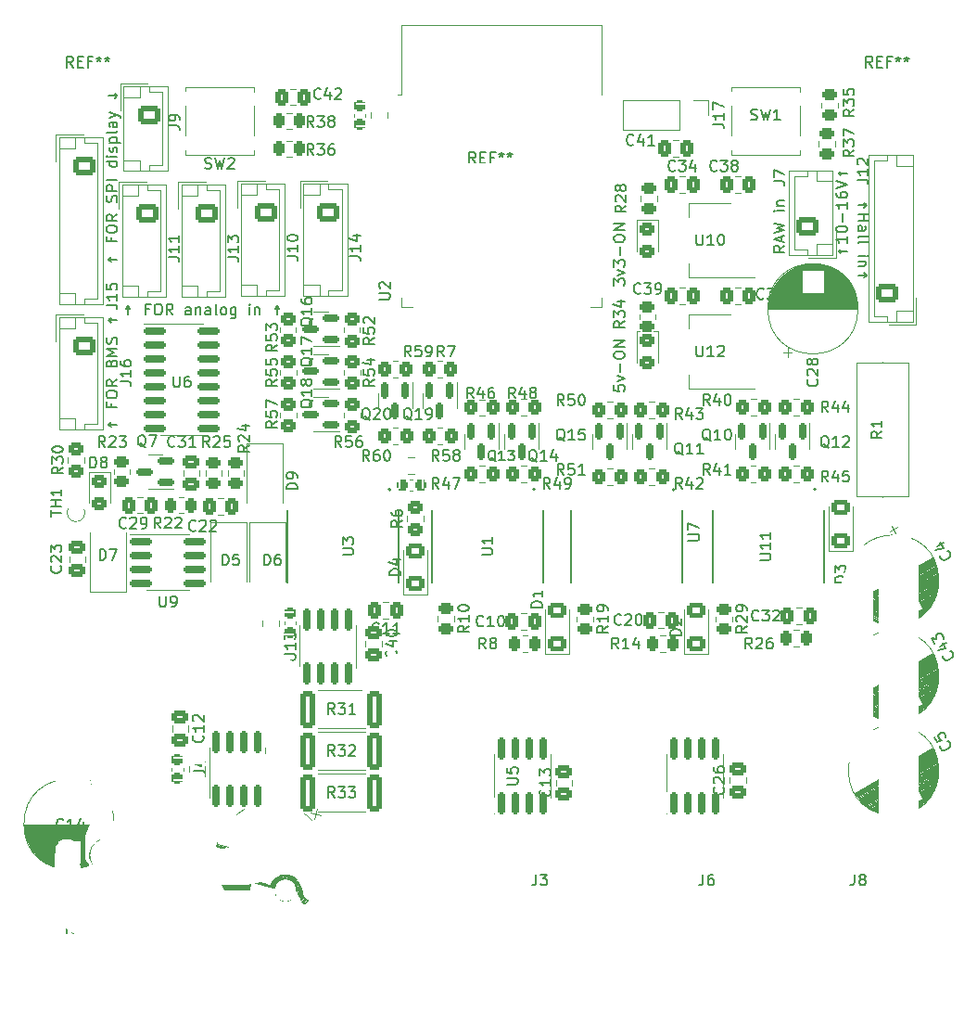
<source format=gbr>
%TF.GenerationSoftware,KiCad,Pcbnew,(6.0.7)*%
%TF.CreationDate,2022-12-27T00:24:06+11:00*%
%TF.ProjectId,esp32_esc,65737033-325f-4657-9363-2e6b69636164,rev?*%
%TF.SameCoordinates,Original*%
%TF.FileFunction,Legend,Top*%
%TF.FilePolarity,Positive*%
%FSLAX46Y46*%
G04 Gerber Fmt 4.6, Leading zero omitted, Abs format (unit mm)*
G04 Created by KiCad (PCBNEW (6.0.7)) date 2022-12-27 00:24:06*
%MOMM*%
%LPD*%
G01*
G04 APERTURE LIST*
G04 Aperture macros list*
%AMRoundRect*
0 Rectangle with rounded corners*
0 $1 Rounding radius*
0 $2 $3 $4 $5 $6 $7 $8 $9 X,Y pos of 4 corners*
0 Add a 4 corners polygon primitive as box body*
4,1,4,$2,$3,$4,$5,$6,$7,$8,$9,$2,$3,0*
0 Add four circle primitives for the rounded corners*
1,1,$1+$1,$2,$3*
1,1,$1+$1,$4,$5*
1,1,$1+$1,$6,$7*
1,1,$1+$1,$8,$9*
0 Add four rect primitives between the rounded corners*
20,1,$1+$1,$2,$3,$4,$5,0*
20,1,$1+$1,$4,$5,$6,$7,0*
20,1,$1+$1,$6,$7,$8,$9,0*
20,1,$1+$1,$8,$9,$2,$3,0*%
%AMRotRect*
0 Rectangle, with rotation*
0 The origin of the aperture is its center*
0 $1 length*
0 $2 width*
0 $3 Rotation angle, in degrees counterclockwise*
0 Add horizontal line*
21,1,$1,$2,0,0,$3*%
%AMFreePoly0*
4,1,13,0.587500,-0.725000,0.100000,-0.725000,0.100000,-2.000000,0.080902,-2.058779,0.030902,-2.095106,-0.030902,-2.095106,-0.080902,-2.058779,-0.100000,-2.000000,-0.100000,-0.725000,-0.587500,-0.725000,-0.587500,0.725000,0.587500,0.725000,0.587500,-0.725000,0.587500,-0.725000,$1*%
%AMFreePoly1*
4,1,32,7.000000,-2.500000,0.000000,-2.500000,0.000000,-2.495067,-0.156976,-2.495067,-0.468453,-2.455718,-0.772542,-2.377641,-1.064448,-2.262068,-1.339567,-2.110820,-1.593560,-1.926283,-1.822422,-1.711368,-2.022542,-1.469463,-2.190767,-1.204384,-2.324441,-0.920311,-2.421458,-0.621725,-2.480287,-0.313333,-2.500000,0.000000,-2.480287,0.313333,-2.421458,0.621725,-2.324441,0.920311,-2.190767,1.204384,
-2.022542,1.469463,-1.822422,1.711368,-1.593560,1.926283,-1.339567,2.110820,-1.064448,2.262068,-0.772542,2.377641,-0.468453,2.455718,-0.156976,2.495067,0.000000,2.495067,0.000000,2.500000,7.000000,2.500000,7.000000,-2.500000,7.000000,-2.500000,$1*%
G04 Aperture macros list end*
%ADD10C,0.150000*%
%ADD11C,0.140000*%
%ADD12C,0.120000*%
%ADD13C,0.200000*%
%ADD14C,0.127000*%
%ADD15RotRect,2.000000X2.000000X255.000000*%
%ADD16C,2.000000*%
%ADD17R,1.600000X1.600000*%
%ADD18C,1.600000*%
%ADD19R,4.000000X4.000000*%
%ADD20RoundRect,0.237500X0.237500X-0.300000X0.237500X0.300000X-0.237500X0.300000X-0.237500X-0.300000X0*%
%ADD21FreePoly0,90.000000*%
%ADD22RoundRect,0.250000X-0.450000X0.262500X-0.450000X-0.262500X0.450000X-0.262500X0.450000X0.262500X0*%
%ADD23RoundRect,0.249999X-0.450001X-1.425001X0.450001X-1.425001X0.450001X1.425001X-0.450001X1.425001X0*%
%ADD24RoundRect,0.250000X-0.475000X0.337500X-0.475000X-0.337500X0.475000X-0.337500X0.475000X0.337500X0*%
%ADD25RoundRect,0.250000X0.262500X0.450000X-0.262500X0.450000X-0.262500X-0.450000X0.262500X-0.450000X0*%
%ADD26RoundRect,0.250000X0.350000X0.450000X-0.350000X0.450000X-0.350000X-0.450000X0.350000X-0.450000X0*%
%ADD27FreePoly1,0.000000*%
%ADD28RoundRect,0.250000X-0.337500X-0.475000X0.337500X-0.475000X0.337500X0.475000X-0.337500X0.475000X0*%
%ADD29RoundRect,0.250000X-0.450000X0.325000X-0.450000X-0.325000X0.450000X-0.325000X0.450000X0.325000X0*%
%ADD30RoundRect,0.250000X0.337500X0.475000X-0.337500X0.475000X-0.337500X-0.475000X0.337500X-0.475000X0*%
%ADD31C,3.200000*%
%ADD32RoundRect,0.250000X0.475000X-0.337500X0.475000X0.337500X-0.475000X0.337500X-0.475000X-0.337500X0*%
%ADD33R,1.318000X1.318000*%
%ADD34C,1.318000*%
%ADD35RoundRect,0.250000X-0.750000X0.600000X-0.750000X-0.600000X0.750000X-0.600000X0.750000X0.600000X0*%
%ADD36O,2.000000X1.700000*%
%ADD37RoundRect,0.250000X0.450000X-0.350000X0.450000X0.350000X-0.450000X0.350000X-0.450000X-0.350000X0*%
%ADD38RoundRect,0.150000X-0.150000X0.587500X-0.150000X-0.587500X0.150000X-0.587500X0.150000X0.587500X0*%
%ADD39R,1.800000X2.500000*%
%ADD40RoundRect,0.237500X-0.237500X0.300000X-0.237500X-0.300000X0.237500X-0.300000X0.237500X0.300000X0*%
%ADD41FreePoly0,270.000000*%
%ADD42FreePoly1,180.000000*%
%ADD43RoundRect,0.250000X-0.725000X0.600000X-0.725000X-0.600000X0.725000X-0.600000X0.725000X0.600000X0*%
%ADD44O,1.950000X1.700000*%
%ADD45RoundRect,0.150000X-0.825000X-0.150000X0.825000X-0.150000X0.825000X0.150000X-0.825000X0.150000X0*%
%ADD46R,1.700000X1.700000*%
%ADD47O,1.700000X1.700000*%
%ADD48RoundRect,0.250000X-0.262500X-0.450000X0.262500X-0.450000X0.262500X0.450000X-0.262500X0.450000X0*%
%ADD49R,2.000000X1.500000*%
%ADD50R,2.000000X3.800000*%
%ADD51RoundRect,0.250001X0.624999X-0.462499X0.624999X0.462499X-0.624999X0.462499X-0.624999X-0.462499X0*%
%ADD52RoundRect,0.150000X0.150000X-0.825000X0.150000X0.825000X-0.150000X0.825000X-0.150000X-0.825000X0*%
%ADD53RotRect,1.600000X1.600000X300.000000*%
%ADD54RoundRect,0.250000X0.725000X-0.600000X0.725000X0.600000X-0.725000X0.600000X-0.725000X-0.600000X0*%
%ADD55RoundRect,0.150000X0.587500X0.150000X-0.587500X0.150000X-0.587500X-0.150000X0.587500X-0.150000X0*%
%ADD56C,2.400000*%
%ADD57O,2.400000X2.400000*%
%ADD58RoundRect,0.250000X0.450000X-0.262500X0.450000X0.262500X-0.450000X0.262500X-0.450000X-0.262500X0*%
%ADD59R,2.750000X1.000000*%
%ADD60RoundRect,0.237500X-0.300000X-0.237500X0.300000X-0.237500X0.300000X0.237500X-0.300000X0.237500X0*%
%ADD61FreePoly0,0.000000*%
%ADD62R,2.000000X0.900000*%
%ADD63R,0.900000X2.000000*%
%ADD64R,5.000000X5.000000*%
%ADD65C,1.400000*%
%ADD66O,1.400000X1.400000*%
%ADD67RoundRect,0.250000X0.750000X-0.600000X0.750000X0.600000X-0.750000X0.600000X-0.750000X-0.600000X0*%
%ADD68R,1.905000X2.000000*%
%ADD69O,1.905000X2.000000*%
%ADD70C,3.000000*%
G04 APERTURE END LIST*
D10*
X113847619Y-46339523D02*
X114609523Y-46339523D01*
X114419047Y-46149047D02*
X114609523Y-46339523D01*
X114419047Y-46530000D01*
X113847619Y-47196666D02*
X114847619Y-47196666D01*
X114371428Y-47196666D02*
X114371428Y-47768095D01*
X113847619Y-47768095D02*
X114847619Y-47768095D01*
X113847619Y-48672857D02*
X114371428Y-48672857D01*
X114466666Y-48625238D01*
X114514285Y-48530000D01*
X114514285Y-48339523D01*
X114466666Y-48244285D01*
X113895238Y-48672857D02*
X113847619Y-48577619D01*
X113847619Y-48339523D01*
X113895238Y-48244285D01*
X113990476Y-48196666D01*
X114085714Y-48196666D01*
X114180952Y-48244285D01*
X114228571Y-48339523D01*
X114228571Y-48577619D01*
X114276190Y-48672857D01*
X113847619Y-49291904D02*
X113895238Y-49196666D01*
X113990476Y-49149047D01*
X114847619Y-49149047D01*
X113847619Y-49815714D02*
X113895238Y-49720476D01*
X113990476Y-49672857D01*
X114847619Y-49672857D01*
X113847619Y-50958571D02*
X114514285Y-50958571D01*
X114847619Y-50958571D02*
X114800000Y-50910952D01*
X114752380Y-50958571D01*
X114800000Y-51006190D01*
X114847619Y-50958571D01*
X114752380Y-50958571D01*
X114514285Y-51434761D02*
X113847619Y-51434761D01*
X114419047Y-51434761D02*
X114466666Y-51482380D01*
X114514285Y-51577619D01*
X114514285Y-51720476D01*
X114466666Y-51815714D01*
X114371428Y-51863333D01*
X113847619Y-51863333D01*
X113847619Y-52720476D02*
X114609523Y-52720476D01*
X114419047Y-52530000D02*
X114609523Y-52720476D01*
X114419047Y-52910952D01*
X107132380Y-50021904D02*
X106656190Y-50355238D01*
X107132380Y-50593333D02*
X106132380Y-50593333D01*
X106132380Y-50212380D01*
X106180000Y-50117142D01*
X106227619Y-50069523D01*
X106322857Y-50021904D01*
X106465714Y-50021904D01*
X106560952Y-50069523D01*
X106608571Y-50117142D01*
X106656190Y-50212380D01*
X106656190Y-50593333D01*
X106846666Y-49640952D02*
X106846666Y-49164761D01*
X107132380Y-49736190D02*
X106132380Y-49402857D01*
X107132380Y-49069523D01*
X106132380Y-48831428D02*
X107132380Y-48593333D01*
X106418095Y-48402857D01*
X107132380Y-48212380D01*
X106132380Y-47974285D01*
X107132380Y-46831428D02*
X106465714Y-46831428D01*
X106132380Y-46831428D02*
X106180000Y-46879047D01*
X106227619Y-46831428D01*
X106180000Y-46783809D01*
X106132380Y-46831428D01*
X106227619Y-46831428D01*
X106465714Y-46355238D02*
X107132380Y-46355238D01*
X106560952Y-46355238D02*
X106513333Y-46307619D01*
X106465714Y-46212380D01*
X106465714Y-46069523D01*
X106513333Y-45974285D01*
X106608571Y-45926666D01*
X107132380Y-45926666D01*
X112847380Y-50561428D02*
X112085476Y-50561428D01*
X112275952Y-50751904D02*
X112085476Y-50561428D01*
X112275952Y-50370952D01*
X112847380Y-49180476D02*
X112847380Y-49751904D01*
X112847380Y-49466190D02*
X111847380Y-49466190D01*
X111990238Y-49561428D01*
X112085476Y-49656666D01*
X112133095Y-49751904D01*
X111847380Y-48561428D02*
X111847380Y-48466190D01*
X111895000Y-48370952D01*
X111942619Y-48323333D01*
X112037857Y-48275714D01*
X112228333Y-48228095D01*
X112466428Y-48228095D01*
X112656904Y-48275714D01*
X112752142Y-48323333D01*
X112799761Y-48370952D01*
X112847380Y-48466190D01*
X112847380Y-48561428D01*
X112799761Y-48656666D01*
X112752142Y-48704285D01*
X112656904Y-48751904D01*
X112466428Y-48799523D01*
X112228333Y-48799523D01*
X112037857Y-48751904D01*
X111942619Y-48704285D01*
X111895000Y-48656666D01*
X111847380Y-48561428D01*
X112466428Y-47799523D02*
X112466428Y-47037619D01*
X112847380Y-46037619D02*
X112847380Y-46609047D01*
X112847380Y-46323333D02*
X111847380Y-46323333D01*
X111990238Y-46418571D01*
X112085476Y-46513809D01*
X112133095Y-46609047D01*
X111847380Y-45180476D02*
X111847380Y-45370952D01*
X111895000Y-45466190D01*
X111942619Y-45513809D01*
X112085476Y-45609047D01*
X112275952Y-45656666D01*
X112656904Y-45656666D01*
X112752142Y-45609047D01*
X112799761Y-45561428D01*
X112847380Y-45466190D01*
X112847380Y-45275714D01*
X112799761Y-45180476D01*
X112752142Y-45132857D01*
X112656904Y-45085238D01*
X112418809Y-45085238D01*
X112323571Y-45132857D01*
X112275952Y-45180476D01*
X112228333Y-45275714D01*
X112228333Y-45466190D01*
X112275952Y-45561428D01*
X112323571Y-45609047D01*
X112418809Y-45656666D01*
X111847380Y-44799523D02*
X112847380Y-44466190D01*
X111847380Y-44132857D01*
X112847380Y-43418571D02*
X112085476Y-43418571D01*
X112275952Y-43609047D02*
X112085476Y-43418571D01*
X112275952Y-43228095D01*
X47165476Y-56332380D02*
X47165476Y-55570476D01*
X46974999Y-55760952D02*
X47165476Y-55570476D01*
X47355952Y-55760952D01*
X49117857Y-55808571D02*
X48784523Y-55808571D01*
X48784523Y-56332380D02*
X48784523Y-55332380D01*
X49260714Y-55332380D01*
X49832142Y-55332380D02*
X50022619Y-55332380D01*
X50117857Y-55380000D01*
X50213095Y-55475238D01*
X50260714Y-55665714D01*
X50260714Y-55999047D01*
X50213095Y-56189523D01*
X50117857Y-56284761D01*
X50022619Y-56332380D01*
X49832142Y-56332380D01*
X49736904Y-56284761D01*
X49641666Y-56189523D01*
X49594047Y-55999047D01*
X49594047Y-55665714D01*
X49641666Y-55475238D01*
X49736904Y-55380000D01*
X49832142Y-55332380D01*
X51260714Y-56332380D02*
X50927380Y-55856190D01*
X50689285Y-56332380D02*
X50689285Y-55332380D01*
X51070238Y-55332380D01*
X51165476Y-55380000D01*
X51213095Y-55427619D01*
X51260714Y-55522857D01*
X51260714Y-55665714D01*
X51213095Y-55760952D01*
X51165476Y-55808571D01*
X51070238Y-55856190D01*
X50689285Y-55856190D01*
X52879761Y-56332380D02*
X52879761Y-55808571D01*
X52832142Y-55713333D01*
X52736904Y-55665714D01*
X52546428Y-55665714D01*
X52451190Y-55713333D01*
X52879761Y-56284761D02*
X52784523Y-56332380D01*
X52546428Y-56332380D01*
X52451190Y-56284761D01*
X52403571Y-56189523D01*
X52403571Y-56094285D01*
X52451190Y-55999047D01*
X52546428Y-55951428D01*
X52784523Y-55951428D01*
X52879761Y-55903809D01*
X53355952Y-55665714D02*
X53355952Y-56332380D01*
X53355952Y-55760952D02*
X53403571Y-55713333D01*
X53498809Y-55665714D01*
X53641666Y-55665714D01*
X53736904Y-55713333D01*
X53784523Y-55808571D01*
X53784523Y-56332380D01*
X54689285Y-56332380D02*
X54689285Y-55808571D01*
X54641666Y-55713333D01*
X54546428Y-55665714D01*
X54355952Y-55665714D01*
X54260714Y-55713333D01*
X54689285Y-56284761D02*
X54594047Y-56332380D01*
X54355952Y-56332380D01*
X54260714Y-56284761D01*
X54213095Y-56189523D01*
X54213095Y-56094285D01*
X54260714Y-55999047D01*
X54355952Y-55951428D01*
X54594047Y-55951428D01*
X54689285Y-55903809D01*
X55308333Y-56332380D02*
X55213095Y-56284761D01*
X55165476Y-56189523D01*
X55165476Y-55332380D01*
X55832142Y-56332380D02*
X55736904Y-56284761D01*
X55689285Y-56237142D01*
X55641666Y-56141904D01*
X55641666Y-55856190D01*
X55689285Y-55760952D01*
X55736904Y-55713333D01*
X55832142Y-55665714D01*
X55975000Y-55665714D01*
X56070238Y-55713333D01*
X56117857Y-55760952D01*
X56165476Y-55856190D01*
X56165476Y-56141904D01*
X56117857Y-56237142D01*
X56070238Y-56284761D01*
X55975000Y-56332380D01*
X55832142Y-56332380D01*
X57022619Y-55665714D02*
X57022619Y-56475238D01*
X56975000Y-56570476D01*
X56927380Y-56618095D01*
X56832142Y-56665714D01*
X56689285Y-56665714D01*
X56594047Y-56618095D01*
X57022619Y-56284761D02*
X56927380Y-56332380D01*
X56736904Y-56332380D01*
X56641666Y-56284761D01*
X56594047Y-56237142D01*
X56546428Y-56141904D01*
X56546428Y-55856190D01*
X56594047Y-55760952D01*
X56641666Y-55713333D01*
X56736904Y-55665714D01*
X56927380Y-55665714D01*
X57022619Y-55713333D01*
X58260714Y-56332380D02*
X58260714Y-55665714D01*
X58260714Y-55332380D02*
X58213095Y-55380000D01*
X58260714Y-55427619D01*
X58308333Y-55380000D01*
X58260714Y-55332380D01*
X58260714Y-55427619D01*
X58736904Y-55665714D02*
X58736904Y-56332380D01*
X58736904Y-55760952D02*
X58784523Y-55713333D01*
X58879761Y-55665714D01*
X59022619Y-55665714D01*
X59117857Y-55713333D01*
X59165476Y-55808571D01*
X59165476Y-56332380D01*
X60784523Y-56332380D02*
X60784523Y-55570476D01*
X60594047Y-55760952D02*
X60784523Y-55570476D01*
X60974999Y-55760952D01*
X46172380Y-51267380D02*
X45410476Y-51267380D01*
X45600952Y-51457857D02*
X45410476Y-51267380D01*
X45600952Y-51076904D01*
X45648571Y-49315000D02*
X45648571Y-49648333D01*
X46172380Y-49648333D02*
X45172380Y-49648333D01*
X45172380Y-49172142D01*
X45172380Y-48600714D02*
X45172380Y-48410238D01*
X45220000Y-48315000D01*
X45315238Y-48219761D01*
X45505714Y-48172142D01*
X45839047Y-48172142D01*
X46029523Y-48219761D01*
X46124761Y-48315000D01*
X46172380Y-48410238D01*
X46172380Y-48600714D01*
X46124761Y-48695952D01*
X46029523Y-48791190D01*
X45839047Y-48838809D01*
X45505714Y-48838809D01*
X45315238Y-48791190D01*
X45220000Y-48695952D01*
X45172380Y-48600714D01*
X46172380Y-47172142D02*
X45696190Y-47505476D01*
X46172380Y-47743571D02*
X45172380Y-47743571D01*
X45172380Y-47362619D01*
X45220000Y-47267380D01*
X45267619Y-47219761D01*
X45362857Y-47172142D01*
X45505714Y-47172142D01*
X45600952Y-47219761D01*
X45648571Y-47267380D01*
X45696190Y-47362619D01*
X45696190Y-47743571D01*
X46124761Y-46029285D02*
X46172380Y-45886428D01*
X46172380Y-45648333D01*
X46124761Y-45553095D01*
X46077142Y-45505476D01*
X45981904Y-45457857D01*
X45886666Y-45457857D01*
X45791428Y-45505476D01*
X45743809Y-45553095D01*
X45696190Y-45648333D01*
X45648571Y-45838809D01*
X45600952Y-45934047D01*
X45553333Y-45981666D01*
X45458095Y-46029285D01*
X45362857Y-46029285D01*
X45267619Y-45981666D01*
X45220000Y-45934047D01*
X45172380Y-45838809D01*
X45172380Y-45600714D01*
X45220000Y-45457857D01*
X46172380Y-45029285D02*
X45172380Y-45029285D01*
X45172380Y-44648333D01*
X45220000Y-44553095D01*
X45267619Y-44505476D01*
X45362857Y-44457857D01*
X45505714Y-44457857D01*
X45600952Y-44505476D01*
X45648571Y-44553095D01*
X45696190Y-44648333D01*
X45696190Y-45029285D01*
X46172380Y-44029285D02*
X45172380Y-44029285D01*
X46172380Y-42362619D02*
X45172380Y-42362619D01*
X46124761Y-42362619D02*
X46172380Y-42457857D01*
X46172380Y-42648333D01*
X46124761Y-42743571D01*
X46077142Y-42791190D01*
X45981904Y-42838809D01*
X45696190Y-42838809D01*
X45600952Y-42791190D01*
X45553333Y-42743571D01*
X45505714Y-42648333D01*
X45505714Y-42457857D01*
X45553333Y-42362619D01*
X46172380Y-41886428D02*
X45505714Y-41886428D01*
X45172380Y-41886428D02*
X45220000Y-41934047D01*
X45267619Y-41886428D01*
X45220000Y-41838809D01*
X45172380Y-41886428D01*
X45267619Y-41886428D01*
X46124761Y-41457857D02*
X46172380Y-41362619D01*
X46172380Y-41172142D01*
X46124761Y-41076904D01*
X46029523Y-41029285D01*
X45981904Y-41029285D01*
X45886666Y-41076904D01*
X45839047Y-41172142D01*
X45839047Y-41315000D01*
X45791428Y-41410238D01*
X45696190Y-41457857D01*
X45648571Y-41457857D01*
X45553333Y-41410238D01*
X45505714Y-41315000D01*
X45505714Y-41172142D01*
X45553333Y-41076904D01*
X45505714Y-40600714D02*
X46505714Y-40600714D01*
X45553333Y-40600714D02*
X45505714Y-40505476D01*
X45505714Y-40315000D01*
X45553333Y-40219761D01*
X45600952Y-40172142D01*
X45696190Y-40124523D01*
X45981904Y-40124523D01*
X46077142Y-40172142D01*
X46124761Y-40219761D01*
X46172380Y-40315000D01*
X46172380Y-40505476D01*
X46124761Y-40600714D01*
X46172380Y-39553095D02*
X46124761Y-39648333D01*
X46029523Y-39695952D01*
X45172380Y-39695952D01*
X46172380Y-38743571D02*
X45648571Y-38743571D01*
X45553333Y-38791190D01*
X45505714Y-38886428D01*
X45505714Y-39076904D01*
X45553333Y-39172142D01*
X46124761Y-38743571D02*
X46172380Y-38838809D01*
X46172380Y-39076904D01*
X46124761Y-39172142D01*
X46029523Y-39219761D01*
X45934285Y-39219761D01*
X45839047Y-39172142D01*
X45791428Y-39076904D01*
X45791428Y-38838809D01*
X45743809Y-38743571D01*
X45505714Y-38362619D02*
X46172380Y-38124523D01*
X45505714Y-37886428D02*
X46172380Y-38124523D01*
X46410476Y-38219761D01*
X46458095Y-38267380D01*
X46505714Y-38362619D01*
X45410476Y-36362619D02*
X46172380Y-36362619D01*
X45981904Y-36172142D02*
X46172380Y-36362619D01*
X45981904Y-36553095D01*
X46172380Y-66356904D02*
X45410476Y-66356904D01*
X45600952Y-66547380D02*
X45410476Y-66356904D01*
X45600952Y-66166428D01*
X45648571Y-64404523D02*
X45648571Y-64737857D01*
X46172380Y-64737857D02*
X45172380Y-64737857D01*
X45172380Y-64261666D01*
X45172380Y-63690238D02*
X45172380Y-63499761D01*
X45220000Y-63404523D01*
X45315238Y-63309285D01*
X45505714Y-63261666D01*
X45839047Y-63261666D01*
X46029523Y-63309285D01*
X46124761Y-63404523D01*
X46172380Y-63499761D01*
X46172380Y-63690238D01*
X46124761Y-63785476D01*
X46029523Y-63880714D01*
X45839047Y-63928333D01*
X45505714Y-63928333D01*
X45315238Y-63880714D01*
X45220000Y-63785476D01*
X45172380Y-63690238D01*
X46172380Y-62261666D02*
X45696190Y-62595000D01*
X46172380Y-62833095D02*
X45172380Y-62833095D01*
X45172380Y-62452142D01*
X45220000Y-62356904D01*
X45267619Y-62309285D01*
X45362857Y-62261666D01*
X45505714Y-62261666D01*
X45600952Y-62309285D01*
X45648571Y-62356904D01*
X45696190Y-62452142D01*
X45696190Y-62833095D01*
X45648571Y-60737857D02*
X45696190Y-60595000D01*
X45743809Y-60547380D01*
X45839047Y-60499761D01*
X45981904Y-60499761D01*
X46077142Y-60547380D01*
X46124761Y-60595000D01*
X46172380Y-60690238D01*
X46172380Y-61071190D01*
X45172380Y-61071190D01*
X45172380Y-60737857D01*
X45220000Y-60642619D01*
X45267619Y-60595000D01*
X45362857Y-60547380D01*
X45458095Y-60547380D01*
X45553333Y-60595000D01*
X45600952Y-60642619D01*
X45648571Y-60737857D01*
X45648571Y-61071190D01*
X46172380Y-60071190D02*
X45172380Y-60071190D01*
X45886666Y-59737857D01*
X45172380Y-59404523D01*
X46172380Y-59404523D01*
X46124761Y-58975952D02*
X46172380Y-58833095D01*
X46172380Y-58595000D01*
X46124761Y-58499761D01*
X46077142Y-58452142D01*
X45981904Y-58404523D01*
X45886666Y-58404523D01*
X45791428Y-58452142D01*
X45743809Y-58499761D01*
X45696190Y-58595000D01*
X45648571Y-58785476D01*
X45600952Y-58880714D01*
X45553333Y-58928333D01*
X45458095Y-58975952D01*
X45362857Y-58975952D01*
X45267619Y-58928333D01*
X45220000Y-58880714D01*
X45172380Y-58785476D01*
X45172380Y-58547380D01*
X45220000Y-58404523D01*
X46172380Y-56833095D02*
X45410476Y-56833095D01*
X45600952Y-57023571D02*
X45410476Y-56833095D01*
X45600952Y-56642619D01*
%TO.C,C14*%
X41267142Y-103227142D02*
X41219523Y-103274761D01*
X41076666Y-103322380D01*
X40981428Y-103322380D01*
X40838571Y-103274761D01*
X40743333Y-103179523D01*
X40695714Y-103084285D01*
X40648095Y-102893809D01*
X40648095Y-102750952D01*
X40695714Y-102560476D01*
X40743333Y-102465238D01*
X40838571Y-102370000D01*
X40981428Y-102322380D01*
X41076666Y-102322380D01*
X41219523Y-102370000D01*
X41267142Y-102417619D01*
X42219523Y-103322380D02*
X41648095Y-103322380D01*
X41933809Y-103322380D02*
X41933809Y-102322380D01*
X41838571Y-102465238D01*
X41743333Y-102560476D01*
X41648095Y-102608095D01*
X43076666Y-102655714D02*
X43076666Y-103322380D01*
X42838571Y-102274761D02*
X42600476Y-102989047D01*
X43219523Y-102989047D01*
%TO.C,REF\u002A\u002A*%
X78930666Y-42512380D02*
X78597333Y-42036190D01*
X78359238Y-42512380D02*
X78359238Y-41512380D01*
X78740190Y-41512380D01*
X78835428Y-41560000D01*
X78883047Y-41607619D01*
X78930666Y-41702857D01*
X78930666Y-41845714D01*
X78883047Y-41940952D01*
X78835428Y-41988571D01*
X78740190Y-42036190D01*
X78359238Y-42036190D01*
X79359238Y-41988571D02*
X79692571Y-41988571D01*
X79835428Y-42512380D02*
X79359238Y-42512380D01*
X79359238Y-41512380D01*
X79835428Y-41512380D01*
X80597333Y-41988571D02*
X80264000Y-41988571D01*
X80264000Y-42512380D02*
X80264000Y-41512380D01*
X80740190Y-41512380D01*
X81264000Y-41512380D02*
X81264000Y-41750476D01*
X81025904Y-41655238D02*
X81264000Y-41750476D01*
X81502095Y-41655238D01*
X81121142Y-41940952D02*
X81264000Y-41750476D01*
X81406857Y-41940952D01*
X82025904Y-41512380D02*
X82025904Y-41750476D01*
X81787809Y-41655238D02*
X82025904Y-41750476D01*
X82264000Y-41655238D01*
X81883047Y-41940952D02*
X82025904Y-41750476D01*
X82168761Y-41940952D01*
%TO.C,R23*%
X45077142Y-68397380D02*
X44743809Y-67921190D01*
X44505714Y-68397380D02*
X44505714Y-67397380D01*
X44886666Y-67397380D01*
X44981904Y-67445000D01*
X45029523Y-67492619D01*
X45077142Y-67587857D01*
X45077142Y-67730714D01*
X45029523Y-67825952D01*
X44981904Y-67873571D01*
X44886666Y-67921190D01*
X44505714Y-67921190D01*
X45458095Y-67492619D02*
X45505714Y-67445000D01*
X45600952Y-67397380D01*
X45839047Y-67397380D01*
X45934285Y-67445000D01*
X45981904Y-67492619D01*
X46029523Y-67587857D01*
X46029523Y-67683095D01*
X45981904Y-67825952D01*
X45410476Y-68397380D01*
X46029523Y-68397380D01*
X46362857Y-67397380D02*
X46981904Y-67397380D01*
X46648571Y-67778333D01*
X46791428Y-67778333D01*
X46886666Y-67825952D01*
X46934285Y-67873571D01*
X46981904Y-67968809D01*
X46981904Y-68206904D01*
X46934285Y-68302142D01*
X46886666Y-68349761D01*
X46791428Y-68397380D01*
X46505714Y-68397380D01*
X46410476Y-68349761D01*
X46362857Y-68302142D01*
%TO.C,R33*%
X66032142Y-100401380D02*
X65698809Y-99925190D01*
X65460714Y-100401380D02*
X65460714Y-99401380D01*
X65841666Y-99401380D01*
X65936904Y-99449000D01*
X65984523Y-99496619D01*
X66032142Y-99591857D01*
X66032142Y-99734714D01*
X65984523Y-99829952D01*
X65936904Y-99877571D01*
X65841666Y-99925190D01*
X65460714Y-99925190D01*
X66365476Y-99401380D02*
X66984523Y-99401380D01*
X66651190Y-99782333D01*
X66794047Y-99782333D01*
X66889285Y-99829952D01*
X66936904Y-99877571D01*
X66984523Y-99972809D01*
X66984523Y-100210904D01*
X66936904Y-100306142D01*
X66889285Y-100353761D01*
X66794047Y-100401380D01*
X66508333Y-100401380D01*
X66413095Y-100353761D01*
X66365476Y-100306142D01*
X67317857Y-99401380D02*
X67936904Y-99401380D01*
X67603571Y-99782333D01*
X67746428Y-99782333D01*
X67841666Y-99829952D01*
X67889285Y-99877571D01*
X67936904Y-99972809D01*
X67936904Y-100210904D01*
X67889285Y-100306142D01*
X67841666Y-100353761D01*
X67746428Y-100401380D01*
X67460714Y-100401380D01*
X67365476Y-100353761D01*
X67317857Y-100306142D01*
%TO.C,C12*%
X53980142Y-94749857D02*
X54027761Y-94797476D01*
X54075380Y-94940333D01*
X54075380Y-95035571D01*
X54027761Y-95178428D01*
X53932523Y-95273666D01*
X53837285Y-95321285D01*
X53646809Y-95368904D01*
X53503952Y-95368904D01*
X53313476Y-95321285D01*
X53218238Y-95273666D01*
X53123000Y-95178428D01*
X53075380Y-95035571D01*
X53075380Y-94940333D01*
X53123000Y-94797476D01*
X53170619Y-94749857D01*
X54075380Y-93797476D02*
X54075380Y-94368904D01*
X54075380Y-94083190D02*
X53075380Y-94083190D01*
X53218238Y-94178428D01*
X53313476Y-94273666D01*
X53361095Y-94368904D01*
X53170619Y-93416523D02*
X53123000Y-93368904D01*
X53075380Y-93273666D01*
X53075380Y-93035571D01*
X53123000Y-92940333D01*
X53170619Y-92892714D01*
X53265857Y-92845095D01*
X53361095Y-92845095D01*
X53503952Y-92892714D01*
X54075380Y-93464142D01*
X54075380Y-92845095D01*
%TO.C,R8*%
X79843333Y-86812380D02*
X79510000Y-86336190D01*
X79271904Y-86812380D02*
X79271904Y-85812380D01*
X79652857Y-85812380D01*
X79748095Y-85860000D01*
X79795714Y-85907619D01*
X79843333Y-86002857D01*
X79843333Y-86145714D01*
X79795714Y-86240952D01*
X79748095Y-86288571D01*
X79652857Y-86336190D01*
X79271904Y-86336190D01*
X80414761Y-86240952D02*
X80319523Y-86193333D01*
X80271904Y-86145714D01*
X80224285Y-86050476D01*
X80224285Y-86002857D01*
X80271904Y-85907619D01*
X80319523Y-85860000D01*
X80414761Y-85812380D01*
X80605238Y-85812380D01*
X80700476Y-85860000D01*
X80748095Y-85907619D01*
X80795714Y-86002857D01*
X80795714Y-86050476D01*
X80748095Y-86145714D01*
X80700476Y-86193333D01*
X80605238Y-86240952D01*
X80414761Y-86240952D01*
X80319523Y-86288571D01*
X80271904Y-86336190D01*
X80224285Y-86431428D01*
X80224285Y-86621904D01*
X80271904Y-86717142D01*
X80319523Y-86764761D01*
X80414761Y-86812380D01*
X80605238Y-86812380D01*
X80700476Y-86764761D01*
X80748095Y-86717142D01*
X80795714Y-86621904D01*
X80795714Y-86431428D01*
X80748095Y-86336190D01*
X80700476Y-86288571D01*
X80605238Y-86240952D01*
%TO.C,R60*%
X69207142Y-69667380D02*
X68873809Y-69191190D01*
X68635714Y-69667380D02*
X68635714Y-68667380D01*
X69016666Y-68667380D01*
X69111904Y-68715000D01*
X69159523Y-68762619D01*
X69207142Y-68857857D01*
X69207142Y-69000714D01*
X69159523Y-69095952D01*
X69111904Y-69143571D01*
X69016666Y-69191190D01*
X68635714Y-69191190D01*
X70064285Y-68667380D02*
X69873809Y-68667380D01*
X69778571Y-68715000D01*
X69730952Y-68762619D01*
X69635714Y-68905476D01*
X69588095Y-69095952D01*
X69588095Y-69476904D01*
X69635714Y-69572142D01*
X69683333Y-69619761D01*
X69778571Y-69667380D01*
X69969047Y-69667380D01*
X70064285Y-69619761D01*
X70111904Y-69572142D01*
X70159523Y-69476904D01*
X70159523Y-69238809D01*
X70111904Y-69143571D01*
X70064285Y-69095952D01*
X69969047Y-69048333D01*
X69778571Y-69048333D01*
X69683333Y-69095952D01*
X69635714Y-69143571D01*
X69588095Y-69238809D01*
X70778571Y-68667380D02*
X70873809Y-68667380D01*
X70969047Y-68715000D01*
X71016666Y-68762619D01*
X71064285Y-68857857D01*
X71111904Y-69048333D01*
X71111904Y-69286428D01*
X71064285Y-69476904D01*
X71016666Y-69572142D01*
X70969047Y-69619761D01*
X70873809Y-69667380D01*
X70778571Y-69667380D01*
X70683333Y-69619761D01*
X70635714Y-69572142D01*
X70588095Y-69476904D01*
X70540476Y-69286428D01*
X70540476Y-69048333D01*
X70588095Y-68857857D01*
X70635714Y-68762619D01*
X70683333Y-68715000D01*
X70778571Y-68667380D01*
%TO.C,R34*%
X92527380Y-56930793D02*
X92051190Y-57264126D01*
X92527380Y-57502221D02*
X91527380Y-57502221D01*
X91527380Y-57121269D01*
X91575000Y-57026031D01*
X91622619Y-56978412D01*
X91717857Y-56930793D01*
X91860714Y-56930793D01*
X91955952Y-56978412D01*
X92003571Y-57026031D01*
X92051190Y-57121269D01*
X92051190Y-57502221D01*
X91527380Y-56597459D02*
X91527380Y-55978412D01*
X91908333Y-56311745D01*
X91908333Y-56168888D01*
X91955952Y-56073650D01*
X92003571Y-56026031D01*
X92098809Y-55978412D01*
X92336904Y-55978412D01*
X92432142Y-56026031D01*
X92479761Y-56073650D01*
X92527380Y-56168888D01*
X92527380Y-56454602D01*
X92479761Y-56549840D01*
X92432142Y-56597459D01*
X91860714Y-55121269D02*
X92527380Y-55121269D01*
X91479761Y-55359364D02*
X92194047Y-55597459D01*
X92194047Y-54978412D01*
%TO.C,C41*%
X93337142Y-40770142D02*
X93289523Y-40817761D01*
X93146666Y-40865380D01*
X93051428Y-40865380D01*
X92908571Y-40817761D01*
X92813333Y-40722523D01*
X92765714Y-40627285D01*
X92718095Y-40436809D01*
X92718095Y-40293952D01*
X92765714Y-40103476D01*
X92813333Y-40008238D01*
X92908571Y-39913000D01*
X93051428Y-39865380D01*
X93146666Y-39865380D01*
X93289523Y-39913000D01*
X93337142Y-39960619D01*
X94194285Y-40198714D02*
X94194285Y-40865380D01*
X93956190Y-39817761D02*
X93718095Y-40532047D01*
X94337142Y-40532047D01*
X95241904Y-40865380D02*
X94670476Y-40865380D01*
X94956190Y-40865380D02*
X94956190Y-39865380D01*
X94860952Y-40008238D01*
X94765714Y-40103476D01*
X94670476Y-40151095D01*
%TO.C,5v-ON*%
X91527380Y-62769523D02*
X91527380Y-63245714D01*
X92003571Y-63293333D01*
X91955952Y-63245714D01*
X91908333Y-63150476D01*
X91908333Y-62912380D01*
X91955952Y-62817142D01*
X92003571Y-62769523D01*
X92098809Y-62721904D01*
X92336904Y-62721904D01*
X92432142Y-62769523D01*
X92479761Y-62817142D01*
X92527380Y-62912380D01*
X92527380Y-63150476D01*
X92479761Y-63245714D01*
X92432142Y-63293333D01*
X91860714Y-62388571D02*
X92527380Y-62150476D01*
X91860714Y-61912380D01*
X92146428Y-61531428D02*
X92146428Y-60769523D01*
X91527380Y-60102857D02*
X91527380Y-59912380D01*
X91575000Y-59817142D01*
X91670238Y-59721904D01*
X91860714Y-59674285D01*
X92194047Y-59674285D01*
X92384523Y-59721904D01*
X92479761Y-59817142D01*
X92527380Y-59912380D01*
X92527380Y-60102857D01*
X92479761Y-60198095D01*
X92384523Y-60293333D01*
X92194047Y-60340952D01*
X91860714Y-60340952D01*
X91670238Y-60293333D01*
X91575000Y-60198095D01*
X91527380Y-60102857D01*
X92527380Y-59245714D02*
X91527380Y-59245714D01*
X92527380Y-58674285D01*
X91527380Y-58674285D01*
%TO.C,C20*%
X92194142Y-84558142D02*
X92146523Y-84605761D01*
X92003666Y-84653380D01*
X91908428Y-84653380D01*
X91765571Y-84605761D01*
X91670333Y-84510523D01*
X91622714Y-84415285D01*
X91575095Y-84224809D01*
X91575095Y-84081952D01*
X91622714Y-83891476D01*
X91670333Y-83796238D01*
X91765571Y-83701000D01*
X91908428Y-83653380D01*
X92003666Y-83653380D01*
X92146523Y-83701000D01*
X92194142Y-83748619D01*
X92575095Y-83748619D02*
X92622714Y-83701000D01*
X92717952Y-83653380D01*
X92956047Y-83653380D01*
X93051285Y-83701000D01*
X93098904Y-83748619D01*
X93146523Y-83843857D01*
X93146523Y-83939095D01*
X93098904Y-84081952D01*
X92527476Y-84653380D01*
X93146523Y-84653380D01*
X93765571Y-83653380D02*
X93860809Y-83653380D01*
X93956047Y-83701000D01*
X94003666Y-83748619D01*
X94051285Y-83843857D01*
X94098904Y-84034333D01*
X94098904Y-84272428D01*
X94051285Y-84462904D01*
X94003666Y-84558142D01*
X93956047Y-84605761D01*
X93860809Y-84653380D01*
X93765571Y-84653380D01*
X93670333Y-84605761D01*
X93622714Y-84558142D01*
X93575095Y-84462904D01*
X93527476Y-84272428D01*
X93527476Y-84034333D01*
X93575095Y-83843857D01*
X93622714Y-83748619D01*
X93670333Y-83701000D01*
X93765571Y-83653380D01*
%TO.C,C42*%
X64762142Y-36552142D02*
X64714523Y-36599761D01*
X64571666Y-36647380D01*
X64476428Y-36647380D01*
X64333571Y-36599761D01*
X64238333Y-36504523D01*
X64190714Y-36409285D01*
X64143095Y-36218809D01*
X64143095Y-36075952D01*
X64190714Y-35885476D01*
X64238333Y-35790238D01*
X64333571Y-35695000D01*
X64476428Y-35647380D01*
X64571666Y-35647380D01*
X64714523Y-35695000D01*
X64762142Y-35742619D01*
X65619285Y-35980714D02*
X65619285Y-36647380D01*
X65381190Y-35599761D02*
X65143095Y-36314047D01*
X65762142Y-36314047D01*
X66095476Y-35742619D02*
X66143095Y-35695000D01*
X66238333Y-35647380D01*
X66476428Y-35647380D01*
X66571666Y-35695000D01*
X66619285Y-35742619D01*
X66666904Y-35837857D01*
X66666904Y-35933095D01*
X66619285Y-36075952D01*
X66047857Y-36647380D01*
X66666904Y-36647380D01*
%TO.C,REF\u002A\u002A*%
X115166666Y-33752380D02*
X114833333Y-33276190D01*
X114595238Y-33752380D02*
X114595238Y-32752380D01*
X114976190Y-32752380D01*
X115071428Y-32800000D01*
X115119047Y-32847619D01*
X115166666Y-32942857D01*
X115166666Y-33085714D01*
X115119047Y-33180952D01*
X115071428Y-33228571D01*
X114976190Y-33276190D01*
X114595238Y-33276190D01*
X115595238Y-33228571D02*
X115928571Y-33228571D01*
X116071428Y-33752380D02*
X115595238Y-33752380D01*
X115595238Y-32752380D01*
X116071428Y-32752380D01*
X116833333Y-33228571D02*
X116500000Y-33228571D01*
X116500000Y-33752380D02*
X116500000Y-32752380D01*
X116976190Y-32752380D01*
X117500000Y-32752380D02*
X117500000Y-32990476D01*
X117261904Y-32895238D02*
X117500000Y-32990476D01*
X117738095Y-32895238D01*
X117357142Y-33180952D02*
X117500000Y-32990476D01*
X117642857Y-33180952D01*
X118261904Y-32752380D02*
X118261904Y-32990476D01*
X118023809Y-32895238D02*
X118261904Y-32990476D01*
X118500000Y-32895238D01*
X118119047Y-33180952D02*
X118261904Y-32990476D01*
X118404761Y-33180952D01*
%TO.C,R58*%
X75557142Y-69667380D02*
X75223809Y-69191190D01*
X74985714Y-69667380D02*
X74985714Y-68667380D01*
X75366666Y-68667380D01*
X75461904Y-68715000D01*
X75509523Y-68762619D01*
X75557142Y-68857857D01*
X75557142Y-69000714D01*
X75509523Y-69095952D01*
X75461904Y-69143571D01*
X75366666Y-69191190D01*
X74985714Y-69191190D01*
X76461904Y-68667380D02*
X75985714Y-68667380D01*
X75938095Y-69143571D01*
X75985714Y-69095952D01*
X76080952Y-69048333D01*
X76319047Y-69048333D01*
X76414285Y-69095952D01*
X76461904Y-69143571D01*
X76509523Y-69238809D01*
X76509523Y-69476904D01*
X76461904Y-69572142D01*
X76414285Y-69619761D01*
X76319047Y-69667380D01*
X76080952Y-69667380D01*
X75985714Y-69619761D01*
X75938095Y-69572142D01*
X77080952Y-69095952D02*
X76985714Y-69048333D01*
X76938095Y-69000714D01*
X76890476Y-68905476D01*
X76890476Y-68857857D01*
X76938095Y-68762619D01*
X76985714Y-68715000D01*
X77080952Y-68667380D01*
X77271428Y-68667380D01*
X77366666Y-68715000D01*
X77414285Y-68762619D01*
X77461904Y-68857857D01*
X77461904Y-68905476D01*
X77414285Y-69000714D01*
X77366666Y-69048333D01*
X77271428Y-69095952D01*
X77080952Y-69095952D01*
X76985714Y-69143571D01*
X76938095Y-69191190D01*
X76890476Y-69286428D01*
X76890476Y-69476904D01*
X76938095Y-69572142D01*
X76985714Y-69619761D01*
X77080952Y-69667380D01*
X77271428Y-69667380D01*
X77366666Y-69619761D01*
X77414285Y-69572142D01*
X77461904Y-69476904D01*
X77461904Y-69286428D01*
X77414285Y-69191190D01*
X77366666Y-69143571D01*
X77271428Y-69095952D01*
%TO.C,D8*%
X43711904Y-70302380D02*
X43711904Y-69302380D01*
X43950000Y-69302380D01*
X44092857Y-69350000D01*
X44188095Y-69445238D01*
X44235714Y-69540476D01*
X44283333Y-69730952D01*
X44283333Y-69873809D01*
X44235714Y-70064285D01*
X44188095Y-70159523D01*
X44092857Y-70254761D01*
X43950000Y-70302380D01*
X43711904Y-70302380D01*
X44854761Y-69730952D02*
X44759523Y-69683333D01*
X44711904Y-69635714D01*
X44664285Y-69540476D01*
X44664285Y-69492857D01*
X44711904Y-69397619D01*
X44759523Y-69350000D01*
X44854761Y-69302380D01*
X45045238Y-69302380D01*
X45140476Y-69350000D01*
X45188095Y-69397619D01*
X45235714Y-69492857D01*
X45235714Y-69540476D01*
X45188095Y-69635714D01*
X45140476Y-69683333D01*
X45045238Y-69730952D01*
X44854761Y-69730952D01*
X44759523Y-69778571D01*
X44711904Y-69826190D01*
X44664285Y-69921428D01*
X44664285Y-70111904D01*
X44711904Y-70207142D01*
X44759523Y-70254761D01*
X44854761Y-70302380D01*
X45045238Y-70302380D01*
X45140476Y-70254761D01*
X45188095Y-70207142D01*
X45235714Y-70111904D01*
X45235714Y-69921428D01*
X45188095Y-69826190D01*
X45140476Y-69778571D01*
X45045238Y-69730952D01*
%TO.C,C31*%
X51427142Y-68302142D02*
X51379523Y-68349761D01*
X51236666Y-68397380D01*
X51141428Y-68397380D01*
X50998571Y-68349761D01*
X50903333Y-68254523D01*
X50855714Y-68159285D01*
X50808095Y-67968809D01*
X50808095Y-67825952D01*
X50855714Y-67635476D01*
X50903333Y-67540238D01*
X50998571Y-67445000D01*
X51141428Y-67397380D01*
X51236666Y-67397380D01*
X51379523Y-67445000D01*
X51427142Y-67492619D01*
X51760476Y-67397380D02*
X52379523Y-67397380D01*
X52046190Y-67778333D01*
X52189047Y-67778333D01*
X52284285Y-67825952D01*
X52331904Y-67873571D01*
X52379523Y-67968809D01*
X52379523Y-68206904D01*
X52331904Y-68302142D01*
X52284285Y-68349761D01*
X52189047Y-68397380D01*
X51903333Y-68397380D01*
X51808095Y-68349761D01*
X51760476Y-68302142D01*
X53331904Y-68397380D02*
X52760476Y-68397380D01*
X53046190Y-68397380D02*
X53046190Y-67397380D01*
X52950952Y-67540238D01*
X52855714Y-67635476D01*
X52760476Y-67683095D01*
%TO.C,U7*%
X98337380Y-76934404D02*
X99146904Y-76934404D01*
X99242142Y-76886785D01*
X99289761Y-76839166D01*
X99337380Y-76743928D01*
X99337380Y-76553452D01*
X99289761Y-76458214D01*
X99242142Y-76410595D01*
X99146904Y-76362976D01*
X98337380Y-76362976D01*
X98337380Y-75982023D02*
X98337380Y-75315357D01*
X99337380Y-75743928D01*
%TO.C,J9*%
X50887380Y-39068333D02*
X51601666Y-39068333D01*
X51744523Y-39115952D01*
X51839761Y-39211190D01*
X51887380Y-39354047D01*
X51887380Y-39449285D01*
X51887380Y-38544523D02*
X51887380Y-38354047D01*
X51839761Y-38258809D01*
X51792142Y-38211190D01*
X51649285Y-38115952D01*
X51458809Y-38068333D01*
X51077857Y-38068333D01*
X50982619Y-38115952D01*
X50935000Y-38163571D01*
X50887380Y-38258809D01*
X50887380Y-38449285D01*
X50935000Y-38544523D01*
X50982619Y-38592142D01*
X51077857Y-38639761D01*
X51315952Y-38639761D01*
X51411190Y-38592142D01*
X51458809Y-38544523D01*
X51506428Y-38449285D01*
X51506428Y-38258809D01*
X51458809Y-38163571D01*
X51411190Y-38115952D01*
X51315952Y-38068333D01*
%TO.C,R56*%
X66667142Y-68397380D02*
X66333809Y-67921190D01*
X66095714Y-68397380D02*
X66095714Y-67397380D01*
X66476666Y-67397380D01*
X66571904Y-67445000D01*
X66619523Y-67492619D01*
X66667142Y-67587857D01*
X66667142Y-67730714D01*
X66619523Y-67825952D01*
X66571904Y-67873571D01*
X66476666Y-67921190D01*
X66095714Y-67921190D01*
X67571904Y-67397380D02*
X67095714Y-67397380D01*
X67048095Y-67873571D01*
X67095714Y-67825952D01*
X67190952Y-67778333D01*
X67429047Y-67778333D01*
X67524285Y-67825952D01*
X67571904Y-67873571D01*
X67619523Y-67968809D01*
X67619523Y-68206904D01*
X67571904Y-68302142D01*
X67524285Y-68349761D01*
X67429047Y-68397380D01*
X67190952Y-68397380D01*
X67095714Y-68349761D01*
X67048095Y-68302142D01*
X68476666Y-67397380D02*
X68286190Y-67397380D01*
X68190952Y-67445000D01*
X68143333Y-67492619D01*
X68048095Y-67635476D01*
X68000476Y-67825952D01*
X68000476Y-68206904D01*
X68048095Y-68302142D01*
X68095714Y-68349761D01*
X68190952Y-68397380D01*
X68381428Y-68397380D01*
X68476666Y-68349761D01*
X68524285Y-68302142D01*
X68571904Y-68206904D01*
X68571904Y-67968809D01*
X68524285Y-67873571D01*
X68476666Y-67825952D01*
X68381428Y-67778333D01*
X68190952Y-67778333D01*
X68095714Y-67825952D01*
X68048095Y-67873571D01*
X68000476Y-67968809D01*
%TO.C,Q20*%
X69278571Y-65952619D02*
X69183333Y-65905000D01*
X69088095Y-65809761D01*
X68945238Y-65666904D01*
X68850000Y-65619285D01*
X68754761Y-65619285D01*
X68802380Y-65857380D02*
X68707142Y-65809761D01*
X68611904Y-65714523D01*
X68564285Y-65524047D01*
X68564285Y-65190714D01*
X68611904Y-65000238D01*
X68707142Y-64905000D01*
X68802380Y-64857380D01*
X68992857Y-64857380D01*
X69088095Y-64905000D01*
X69183333Y-65000238D01*
X69230952Y-65190714D01*
X69230952Y-65524047D01*
X69183333Y-65714523D01*
X69088095Y-65809761D01*
X68992857Y-65857380D01*
X68802380Y-65857380D01*
X69611904Y-64952619D02*
X69659523Y-64905000D01*
X69754761Y-64857380D01*
X69992857Y-64857380D01*
X70088095Y-64905000D01*
X70135714Y-64952619D01*
X70183333Y-65047857D01*
X70183333Y-65143095D01*
X70135714Y-65285952D01*
X69564285Y-65857380D01*
X70183333Y-65857380D01*
X70802380Y-64857380D02*
X70897619Y-64857380D01*
X70992857Y-64905000D01*
X71040476Y-64952619D01*
X71088095Y-65047857D01*
X71135714Y-65238333D01*
X71135714Y-65476428D01*
X71088095Y-65666904D01*
X71040476Y-65762142D01*
X70992857Y-65809761D01*
X70897619Y-65857380D01*
X70802380Y-65857380D01*
X70707142Y-65809761D01*
X70659523Y-65762142D01*
X70611904Y-65666904D01*
X70564285Y-65476428D01*
X70564285Y-65238333D01*
X70611904Y-65047857D01*
X70659523Y-64952619D01*
X70707142Y-64905000D01*
X70802380Y-64857380D01*
%TO.C,D5*%
X55776904Y-79192380D02*
X55776904Y-78192380D01*
X56015000Y-78192380D01*
X56157857Y-78240000D01*
X56253095Y-78335238D01*
X56300714Y-78430476D01*
X56348333Y-78620952D01*
X56348333Y-78763809D01*
X56300714Y-78954285D01*
X56253095Y-79049523D01*
X56157857Y-79144761D01*
X56015000Y-79192380D01*
X55776904Y-79192380D01*
X57253095Y-78192380D02*
X56776904Y-78192380D01*
X56729285Y-78668571D01*
X56776904Y-78620952D01*
X56872142Y-78573333D01*
X57110238Y-78573333D01*
X57205476Y-78620952D01*
X57253095Y-78668571D01*
X57300714Y-78763809D01*
X57300714Y-79001904D01*
X57253095Y-79097142D01*
X57205476Y-79144761D01*
X57110238Y-79192380D01*
X56872142Y-79192380D01*
X56776904Y-79144761D01*
X56729285Y-79097142D01*
%TO.C,R7*%
X76033333Y-60142380D02*
X75700000Y-59666190D01*
X75461904Y-60142380D02*
X75461904Y-59142380D01*
X75842857Y-59142380D01*
X75938095Y-59190000D01*
X75985714Y-59237619D01*
X76033333Y-59332857D01*
X76033333Y-59475714D01*
X75985714Y-59570952D01*
X75938095Y-59618571D01*
X75842857Y-59666190D01*
X75461904Y-59666190D01*
X76366666Y-59142380D02*
X77033333Y-59142380D01*
X76604761Y-60142380D01*
%TO.C,C10*%
X79621142Y-84685142D02*
X79573523Y-84732761D01*
X79430666Y-84780380D01*
X79335428Y-84780380D01*
X79192571Y-84732761D01*
X79097333Y-84637523D01*
X79049714Y-84542285D01*
X79002095Y-84351809D01*
X79002095Y-84208952D01*
X79049714Y-84018476D01*
X79097333Y-83923238D01*
X79192571Y-83828000D01*
X79335428Y-83780380D01*
X79430666Y-83780380D01*
X79573523Y-83828000D01*
X79621142Y-83875619D01*
X80573523Y-84780380D02*
X80002095Y-84780380D01*
X80287809Y-84780380D02*
X80287809Y-83780380D01*
X80192571Y-83923238D01*
X80097333Y-84018476D01*
X80002095Y-84066095D01*
X81192571Y-83780380D02*
X81287809Y-83780380D01*
X81383047Y-83828000D01*
X81430666Y-83875619D01*
X81478285Y-83970857D01*
X81525904Y-84161333D01*
X81525904Y-84399428D01*
X81478285Y-84589904D01*
X81430666Y-84685142D01*
X81383047Y-84732761D01*
X81287809Y-84780380D01*
X81192571Y-84780380D01*
X81097333Y-84732761D01*
X81049714Y-84685142D01*
X81002095Y-84589904D01*
X80954476Y-84399428D01*
X80954476Y-84161333D01*
X81002095Y-83970857D01*
X81049714Y-83875619D01*
X81097333Y-83828000D01*
X81192571Y-83780380D01*
%TO.C,C28*%
X110085142Y-62237857D02*
X110132761Y-62285476D01*
X110180380Y-62428333D01*
X110180380Y-62523571D01*
X110132761Y-62666428D01*
X110037523Y-62761666D01*
X109942285Y-62809285D01*
X109751809Y-62856904D01*
X109608952Y-62856904D01*
X109418476Y-62809285D01*
X109323238Y-62761666D01*
X109228000Y-62666428D01*
X109180380Y-62523571D01*
X109180380Y-62428333D01*
X109228000Y-62285476D01*
X109275619Y-62237857D01*
X109275619Y-61856904D02*
X109228000Y-61809285D01*
X109180380Y-61714047D01*
X109180380Y-61475952D01*
X109228000Y-61380714D01*
X109275619Y-61333095D01*
X109370857Y-61285476D01*
X109466095Y-61285476D01*
X109608952Y-61333095D01*
X110180380Y-61904523D01*
X110180380Y-61285476D01*
X109608952Y-60714047D02*
X109561333Y-60809285D01*
X109513714Y-60856904D01*
X109418476Y-60904523D01*
X109370857Y-60904523D01*
X109275619Y-60856904D01*
X109228000Y-60809285D01*
X109180380Y-60714047D01*
X109180380Y-60523571D01*
X109228000Y-60428333D01*
X109275619Y-60380714D01*
X109370857Y-60333095D01*
X109418476Y-60333095D01*
X109513714Y-60380714D01*
X109561333Y-60428333D01*
X109608952Y-60523571D01*
X109608952Y-60714047D01*
X109656571Y-60809285D01*
X109704190Y-60856904D01*
X109799428Y-60904523D01*
X109989904Y-60904523D01*
X110085142Y-60856904D01*
X110132761Y-60809285D01*
X110180380Y-60714047D01*
X110180380Y-60523571D01*
X110132761Y-60428333D01*
X110085142Y-60380714D01*
X109989904Y-60333095D01*
X109799428Y-60333095D01*
X109704190Y-60380714D01*
X109656571Y-60428333D01*
X109608952Y-60523571D01*
%TO.C,C13*%
X85672142Y-99702857D02*
X85719761Y-99750476D01*
X85767380Y-99893333D01*
X85767380Y-99988571D01*
X85719761Y-100131428D01*
X85624523Y-100226666D01*
X85529285Y-100274285D01*
X85338809Y-100321904D01*
X85195952Y-100321904D01*
X85005476Y-100274285D01*
X84910238Y-100226666D01*
X84815000Y-100131428D01*
X84767380Y-99988571D01*
X84767380Y-99893333D01*
X84815000Y-99750476D01*
X84862619Y-99702857D01*
X85767380Y-98750476D02*
X85767380Y-99321904D01*
X85767380Y-99036190D02*
X84767380Y-99036190D01*
X84910238Y-99131428D01*
X85005476Y-99226666D01*
X85053095Y-99321904D01*
X84767380Y-98417142D02*
X84767380Y-97798095D01*
X85148333Y-98131428D01*
X85148333Y-97988571D01*
X85195952Y-97893333D01*
X85243571Y-97845714D01*
X85338809Y-97798095D01*
X85576904Y-97798095D01*
X85672142Y-97845714D01*
X85719761Y-97893333D01*
X85767380Y-97988571D01*
X85767380Y-98274285D01*
X85719761Y-98369523D01*
X85672142Y-98417142D01*
%TO.C,R43*%
X97782142Y-65857380D02*
X97448809Y-65381190D01*
X97210714Y-65857380D02*
X97210714Y-64857380D01*
X97591666Y-64857380D01*
X97686904Y-64905000D01*
X97734523Y-64952619D01*
X97782142Y-65047857D01*
X97782142Y-65190714D01*
X97734523Y-65285952D01*
X97686904Y-65333571D01*
X97591666Y-65381190D01*
X97210714Y-65381190D01*
X98639285Y-65190714D02*
X98639285Y-65857380D01*
X98401190Y-64809761D02*
X98163095Y-65524047D01*
X98782142Y-65524047D01*
X99067857Y-64857380D02*
X99686904Y-64857380D01*
X99353571Y-65238333D01*
X99496428Y-65238333D01*
X99591666Y-65285952D01*
X99639285Y-65333571D01*
X99686904Y-65428809D01*
X99686904Y-65666904D01*
X99639285Y-65762142D01*
X99591666Y-65809761D01*
X99496428Y-65857380D01*
X99210714Y-65857380D01*
X99115476Y-65809761D01*
X99067857Y-65762142D01*
%TO.C,C32*%
X104767142Y-84177142D02*
X104719523Y-84224761D01*
X104576666Y-84272380D01*
X104481428Y-84272380D01*
X104338571Y-84224761D01*
X104243333Y-84129523D01*
X104195714Y-84034285D01*
X104148095Y-83843809D01*
X104148095Y-83700952D01*
X104195714Y-83510476D01*
X104243333Y-83415238D01*
X104338571Y-83320000D01*
X104481428Y-83272380D01*
X104576666Y-83272380D01*
X104719523Y-83320000D01*
X104767142Y-83367619D01*
X105100476Y-83272380D02*
X105719523Y-83272380D01*
X105386190Y-83653333D01*
X105529047Y-83653333D01*
X105624285Y-83700952D01*
X105671904Y-83748571D01*
X105719523Y-83843809D01*
X105719523Y-84081904D01*
X105671904Y-84177142D01*
X105624285Y-84224761D01*
X105529047Y-84272380D01*
X105243333Y-84272380D01*
X105148095Y-84224761D01*
X105100476Y-84177142D01*
X106100476Y-83367619D02*
X106148095Y-83320000D01*
X106243333Y-83272380D01*
X106481428Y-83272380D01*
X106576666Y-83320000D01*
X106624285Y-83367619D01*
X106671904Y-83462857D01*
X106671904Y-83558095D01*
X106624285Y-83700952D01*
X106052857Y-84272380D01*
X106671904Y-84272380D01*
%TO.C,R28*%
X92654380Y-46362857D02*
X92178190Y-46696190D01*
X92654380Y-46934285D02*
X91654380Y-46934285D01*
X91654380Y-46553333D01*
X91702000Y-46458095D01*
X91749619Y-46410476D01*
X91844857Y-46362857D01*
X91987714Y-46362857D01*
X92082952Y-46410476D01*
X92130571Y-46458095D01*
X92178190Y-46553333D01*
X92178190Y-46934285D01*
X91749619Y-45981904D02*
X91702000Y-45934285D01*
X91654380Y-45839047D01*
X91654380Y-45600952D01*
X91702000Y-45505714D01*
X91749619Y-45458095D01*
X91844857Y-45410476D01*
X91940095Y-45410476D01*
X92082952Y-45458095D01*
X92654380Y-46029523D01*
X92654380Y-45410476D01*
X92082952Y-44839047D02*
X92035333Y-44934285D01*
X91987714Y-44981904D01*
X91892476Y-45029523D01*
X91844857Y-45029523D01*
X91749619Y-44981904D01*
X91702000Y-44934285D01*
X91654380Y-44839047D01*
X91654380Y-44648571D01*
X91702000Y-44553333D01*
X91749619Y-44505714D01*
X91844857Y-44458095D01*
X91892476Y-44458095D01*
X91987714Y-44505714D01*
X92035333Y-44553333D01*
X92082952Y-44648571D01*
X92082952Y-44839047D01*
X92130571Y-44934285D01*
X92178190Y-44981904D01*
X92273428Y-45029523D01*
X92463904Y-45029523D01*
X92559142Y-44981904D01*
X92606761Y-44934285D01*
X92654380Y-44839047D01*
X92654380Y-44648571D01*
X92606761Y-44553333D01*
X92559142Y-44505714D01*
X92463904Y-44458095D01*
X92273428Y-44458095D01*
X92178190Y-44505714D01*
X92130571Y-44553333D01*
X92082952Y-44648571D01*
%TO.C,J8*%
X113537166Y-107402380D02*
X113537166Y-108116666D01*
X113489547Y-108259523D01*
X113394309Y-108354761D01*
X113251452Y-108402380D01*
X113156214Y-108402380D01*
X114156214Y-107830952D02*
X114060976Y-107783333D01*
X114013357Y-107735714D01*
X113965738Y-107640476D01*
X113965738Y-107592857D01*
X114013357Y-107497619D01*
X114060976Y-107450000D01*
X114156214Y-107402380D01*
X114346690Y-107402380D01*
X114441928Y-107450000D01*
X114489547Y-107497619D01*
X114537166Y-107592857D01*
X114537166Y-107640476D01*
X114489547Y-107735714D01*
X114441928Y-107783333D01*
X114346690Y-107830952D01*
X114156214Y-107830952D01*
X114060976Y-107878571D01*
X114013357Y-107926190D01*
X113965738Y-108021428D01*
X113965738Y-108211904D01*
X114013357Y-108307142D01*
X114060976Y-108354761D01*
X114156214Y-108402380D01*
X114346690Y-108402380D01*
X114441928Y-108354761D01*
X114489547Y-108307142D01*
X114537166Y-108211904D01*
X114537166Y-108021428D01*
X114489547Y-107926190D01*
X114441928Y-107878571D01*
X114346690Y-107830952D01*
%TO.C,C22*%
X53332142Y-75997392D02*
X53284523Y-76045011D01*
X53141666Y-76092630D01*
X53046428Y-76092630D01*
X52903571Y-76045011D01*
X52808333Y-75949773D01*
X52760714Y-75854535D01*
X52713095Y-75664059D01*
X52713095Y-75521202D01*
X52760714Y-75330726D01*
X52808333Y-75235488D01*
X52903571Y-75140250D01*
X53046428Y-75092630D01*
X53141666Y-75092630D01*
X53284523Y-75140250D01*
X53332142Y-75187869D01*
X53713095Y-75187869D02*
X53760714Y-75140250D01*
X53855952Y-75092630D01*
X54094047Y-75092630D01*
X54189285Y-75140250D01*
X54236904Y-75187869D01*
X54284523Y-75283107D01*
X54284523Y-75378345D01*
X54236904Y-75521202D01*
X53665476Y-76092630D01*
X54284523Y-76092630D01*
X54665476Y-75187869D02*
X54713095Y-75140250D01*
X54808333Y-75092630D01*
X55046428Y-75092630D01*
X55141666Y-75140250D01*
X55189285Y-75187869D01*
X55236904Y-75283107D01*
X55236904Y-75378345D01*
X55189285Y-75521202D01*
X54617857Y-76092630D01*
X55236904Y-76092630D01*
%TO.C,J10*%
X61682380Y-50974523D02*
X62396666Y-50974523D01*
X62539523Y-51022142D01*
X62634761Y-51117380D01*
X62682380Y-51260238D01*
X62682380Y-51355476D01*
X62682380Y-49974523D02*
X62682380Y-50545952D01*
X62682380Y-50260238D02*
X61682380Y-50260238D01*
X61825238Y-50355476D01*
X61920476Y-50450714D01*
X61968095Y-50545952D01*
X61682380Y-49355476D02*
X61682380Y-49260238D01*
X61730000Y-49165000D01*
X61777619Y-49117380D01*
X61872857Y-49069761D01*
X62063333Y-49022142D01*
X62301428Y-49022142D01*
X62491904Y-49069761D01*
X62587142Y-49117380D01*
X62634761Y-49165000D01*
X62682380Y-49260238D01*
X62682380Y-49355476D01*
X62634761Y-49450714D01*
X62587142Y-49498333D01*
X62491904Y-49545952D01*
X62301428Y-49593571D01*
X62063333Y-49593571D01*
X61872857Y-49545952D01*
X61777619Y-49498333D01*
X61730000Y-49450714D01*
X61682380Y-49355476D01*
%TO.C,Q19*%
X73088571Y-65952619D02*
X72993333Y-65905000D01*
X72898095Y-65809761D01*
X72755238Y-65666904D01*
X72660000Y-65619285D01*
X72564761Y-65619285D01*
X72612380Y-65857380D02*
X72517142Y-65809761D01*
X72421904Y-65714523D01*
X72374285Y-65524047D01*
X72374285Y-65190714D01*
X72421904Y-65000238D01*
X72517142Y-64905000D01*
X72612380Y-64857380D01*
X72802857Y-64857380D01*
X72898095Y-64905000D01*
X72993333Y-65000238D01*
X73040952Y-65190714D01*
X73040952Y-65524047D01*
X72993333Y-65714523D01*
X72898095Y-65809761D01*
X72802857Y-65857380D01*
X72612380Y-65857380D01*
X73993333Y-65857380D02*
X73421904Y-65857380D01*
X73707619Y-65857380D02*
X73707619Y-64857380D01*
X73612380Y-65000238D01*
X73517142Y-65095476D01*
X73421904Y-65143095D01*
X74469523Y-65857380D02*
X74660000Y-65857380D01*
X74755238Y-65809761D01*
X74802857Y-65762142D01*
X74898095Y-65619285D01*
X74945714Y-65428809D01*
X74945714Y-65047857D01*
X74898095Y-64952619D01*
X74850476Y-64905000D01*
X74755238Y-64857380D01*
X74564761Y-64857380D01*
X74469523Y-64905000D01*
X74421904Y-64952619D01*
X74374285Y-65047857D01*
X74374285Y-65285952D01*
X74421904Y-65381190D01*
X74469523Y-65428809D01*
X74564761Y-65476428D01*
X74755238Y-65476428D01*
X74850476Y-65428809D01*
X74898095Y-65381190D01*
X74945714Y-65285952D01*
%TO.C,U6*%
X51308095Y-61936380D02*
X51308095Y-62745904D01*
X51355714Y-62841142D01*
X51403333Y-62888761D01*
X51498571Y-62936380D01*
X51689047Y-62936380D01*
X51784285Y-62888761D01*
X51831904Y-62841142D01*
X51879523Y-62745904D01*
X51879523Y-61936380D01*
X52784285Y-61936380D02*
X52593809Y-61936380D01*
X52498571Y-61984000D01*
X52450952Y-62031619D01*
X52355714Y-62174476D01*
X52308095Y-62364952D01*
X52308095Y-62745904D01*
X52355714Y-62841142D01*
X52403333Y-62888761D01*
X52498571Y-62936380D01*
X52689047Y-62936380D01*
X52784285Y-62888761D01*
X52831904Y-62841142D01*
X52879523Y-62745904D01*
X52879523Y-62507809D01*
X52831904Y-62412571D01*
X52784285Y-62364952D01*
X52689047Y-62317333D01*
X52498571Y-62317333D01*
X52403333Y-62364952D01*
X52355714Y-62412571D01*
X52308095Y-62507809D01*
%TO.C,J17*%
X100588380Y-38909523D02*
X101302666Y-38909523D01*
X101445523Y-38957142D01*
X101540761Y-39052380D01*
X101588380Y-39195238D01*
X101588380Y-39290476D01*
X101588380Y-37909523D02*
X101588380Y-38480952D01*
X101588380Y-38195238D02*
X100588380Y-38195238D01*
X100731238Y-38290476D01*
X100826476Y-38385714D01*
X100874095Y-38480952D01*
X100588380Y-37576190D02*
X100588380Y-36909523D01*
X101588380Y-37338095D01*
%TO.C,Q11*%
X97853571Y-69127619D02*
X97758333Y-69080000D01*
X97663095Y-68984761D01*
X97520238Y-68841904D01*
X97425000Y-68794285D01*
X97329761Y-68794285D01*
X97377380Y-69032380D02*
X97282142Y-68984761D01*
X97186904Y-68889523D01*
X97139285Y-68699047D01*
X97139285Y-68365714D01*
X97186904Y-68175238D01*
X97282142Y-68080000D01*
X97377380Y-68032380D01*
X97567857Y-68032380D01*
X97663095Y-68080000D01*
X97758333Y-68175238D01*
X97805952Y-68365714D01*
X97805952Y-68699047D01*
X97758333Y-68889523D01*
X97663095Y-68984761D01*
X97567857Y-69032380D01*
X97377380Y-69032380D01*
X98758333Y-69032380D02*
X98186904Y-69032380D01*
X98472619Y-69032380D02*
X98472619Y-68032380D01*
X98377380Y-68175238D01*
X98282142Y-68270476D01*
X98186904Y-68318095D01*
X99710714Y-69032380D02*
X99139285Y-69032380D01*
X99425000Y-69032380D02*
X99425000Y-68032380D01*
X99329761Y-68175238D01*
X99234523Y-68270476D01*
X99139285Y-68318095D01*
%TO.C,R57*%
X60777380Y-66047857D02*
X60301190Y-66381190D01*
X60777380Y-66619285D02*
X59777380Y-66619285D01*
X59777380Y-66238333D01*
X59825000Y-66143095D01*
X59872619Y-66095476D01*
X59967857Y-66047857D01*
X60110714Y-66047857D01*
X60205952Y-66095476D01*
X60253571Y-66143095D01*
X60301190Y-66238333D01*
X60301190Y-66619285D01*
X59777380Y-65143095D02*
X59777380Y-65619285D01*
X60253571Y-65666904D01*
X60205952Y-65619285D01*
X60158333Y-65524047D01*
X60158333Y-65285952D01*
X60205952Y-65190714D01*
X60253571Y-65143095D01*
X60348809Y-65095476D01*
X60586904Y-65095476D01*
X60682142Y-65143095D01*
X60729761Y-65190714D01*
X60777380Y-65285952D01*
X60777380Y-65524047D01*
X60729761Y-65619285D01*
X60682142Y-65666904D01*
X59777380Y-64762142D02*
X59777380Y-64095476D01*
X60777380Y-64524047D01*
%TO.C,R36*%
X64127142Y-41727380D02*
X63793809Y-41251190D01*
X63555714Y-41727380D02*
X63555714Y-40727380D01*
X63936666Y-40727380D01*
X64031904Y-40775000D01*
X64079523Y-40822619D01*
X64127142Y-40917857D01*
X64127142Y-41060714D01*
X64079523Y-41155952D01*
X64031904Y-41203571D01*
X63936666Y-41251190D01*
X63555714Y-41251190D01*
X64460476Y-40727380D02*
X65079523Y-40727380D01*
X64746190Y-41108333D01*
X64889047Y-41108333D01*
X64984285Y-41155952D01*
X65031904Y-41203571D01*
X65079523Y-41298809D01*
X65079523Y-41536904D01*
X65031904Y-41632142D01*
X64984285Y-41679761D01*
X64889047Y-41727380D01*
X64603333Y-41727380D01*
X64508095Y-41679761D01*
X64460476Y-41632142D01*
X65936666Y-40727380D02*
X65746190Y-40727380D01*
X65650952Y-40775000D01*
X65603333Y-40822619D01*
X65508095Y-40965476D01*
X65460476Y-41155952D01*
X65460476Y-41536904D01*
X65508095Y-41632142D01*
X65555714Y-41679761D01*
X65650952Y-41727380D01*
X65841428Y-41727380D01*
X65936666Y-41679761D01*
X65984285Y-41632142D01*
X66031904Y-41536904D01*
X66031904Y-41298809D01*
X65984285Y-41203571D01*
X65936666Y-41155952D01*
X65841428Y-41108333D01*
X65650952Y-41108333D01*
X65555714Y-41155952D01*
X65508095Y-41203571D01*
X65460476Y-41298809D01*
%TO.C,J3*%
X84454166Y-107402380D02*
X84454166Y-108116666D01*
X84406547Y-108259523D01*
X84311309Y-108354761D01*
X84168452Y-108402380D01*
X84073214Y-108402380D01*
X84835119Y-107402380D02*
X85454166Y-107402380D01*
X85120833Y-107783333D01*
X85263690Y-107783333D01*
X85358928Y-107830952D01*
X85406547Y-107878571D01*
X85454166Y-107973809D01*
X85454166Y-108211904D01*
X85406547Y-108307142D01*
X85358928Y-108354761D01*
X85263690Y-108402380D01*
X84977976Y-108402380D01*
X84882738Y-108354761D01*
X84835119Y-108307142D01*
D11*
%TO.C,Q13*%
X80765714Y-69707857D02*
X80680000Y-69665000D01*
X80594285Y-69579285D01*
X80465714Y-69450714D01*
X80380000Y-69407857D01*
X80294285Y-69407857D01*
X80337142Y-69622142D02*
X80251428Y-69579285D01*
X80165714Y-69493571D01*
X80122857Y-69322142D01*
X80122857Y-69022142D01*
X80165714Y-68850714D01*
X80251428Y-68765000D01*
X80337142Y-68722142D01*
X80508571Y-68722142D01*
X80594285Y-68765000D01*
X80680000Y-68850714D01*
X80722857Y-69022142D01*
X80722857Y-69322142D01*
X80680000Y-69493571D01*
X80594285Y-69579285D01*
X80508571Y-69622142D01*
X80337142Y-69622142D01*
X81580000Y-69622142D02*
X81065714Y-69622142D01*
X81322857Y-69622142D02*
X81322857Y-68722142D01*
X81237142Y-68850714D01*
X81151428Y-68936428D01*
X81065714Y-68979285D01*
X81880000Y-68722142D02*
X82437142Y-68722142D01*
X82137142Y-69065000D01*
X82265714Y-69065000D01*
X82351428Y-69107857D01*
X82394285Y-69150714D01*
X82437142Y-69236428D01*
X82437142Y-69450714D01*
X82394285Y-69536428D01*
X82351428Y-69579285D01*
X82265714Y-69622142D01*
X82008571Y-69622142D01*
X81922857Y-69579285D01*
X81880000Y-69536428D01*
D10*
%TO.C,U9*%
X50038095Y-82002380D02*
X50038095Y-82811904D01*
X50085714Y-82907142D01*
X50133333Y-82954761D01*
X50228571Y-83002380D01*
X50419047Y-83002380D01*
X50514285Y-82954761D01*
X50561904Y-82907142D01*
X50609523Y-82811904D01*
X50609523Y-82002380D01*
X51133333Y-83002380D02*
X51323809Y-83002380D01*
X51419047Y-82954761D01*
X51466666Y-82907142D01*
X51561904Y-82764285D01*
X51609523Y-82573809D01*
X51609523Y-82192857D01*
X51561904Y-82097619D01*
X51514285Y-82050000D01*
X51419047Y-82002380D01*
X51228571Y-82002380D01*
X51133333Y-82050000D01*
X51085714Y-82097619D01*
X51038095Y-82192857D01*
X51038095Y-82430952D01*
X51085714Y-82526190D01*
X51133333Y-82573809D01*
X51228571Y-82621428D01*
X51419047Y-82621428D01*
X51514285Y-82573809D01*
X51561904Y-82526190D01*
X51609523Y-82430952D01*
%TO.C,U10*%
X99091904Y-48982380D02*
X99091904Y-49791904D01*
X99139523Y-49887142D01*
X99187142Y-49934761D01*
X99282380Y-49982380D01*
X99472857Y-49982380D01*
X99568095Y-49934761D01*
X99615714Y-49887142D01*
X99663333Y-49791904D01*
X99663333Y-48982380D01*
X100663333Y-49982380D02*
X100091904Y-49982380D01*
X100377619Y-49982380D02*
X100377619Y-48982380D01*
X100282380Y-49125238D01*
X100187142Y-49220476D01*
X100091904Y-49268095D01*
X101282380Y-48982380D02*
X101377619Y-48982380D01*
X101472857Y-49030000D01*
X101520476Y-49077619D01*
X101568095Y-49172857D01*
X101615714Y-49363333D01*
X101615714Y-49601428D01*
X101568095Y-49791904D01*
X101520476Y-49887142D01*
X101472857Y-49934761D01*
X101377619Y-49982380D01*
X101282380Y-49982380D01*
X101187142Y-49934761D01*
X101139523Y-49887142D01*
X101091904Y-49791904D01*
X101044285Y-49601428D01*
X101044285Y-49363333D01*
X101091904Y-49172857D01*
X101139523Y-49077619D01*
X101187142Y-49030000D01*
X101282380Y-48982380D01*
%TO.C,REF\u002A\u002A*%
X42166666Y-33752380D02*
X41833333Y-33276190D01*
X41595238Y-33752380D02*
X41595238Y-32752380D01*
X41976190Y-32752380D01*
X42071428Y-32800000D01*
X42119047Y-32847619D01*
X42166666Y-32942857D01*
X42166666Y-33085714D01*
X42119047Y-33180952D01*
X42071428Y-33228571D01*
X41976190Y-33276190D01*
X41595238Y-33276190D01*
X42595238Y-33228571D02*
X42928571Y-33228571D01*
X43071428Y-33752380D02*
X42595238Y-33752380D01*
X42595238Y-32752380D01*
X43071428Y-32752380D01*
X43833333Y-33228571D02*
X43500000Y-33228571D01*
X43500000Y-33752380D02*
X43500000Y-32752380D01*
X43976190Y-32752380D01*
X44500000Y-32752380D02*
X44500000Y-32990476D01*
X44261904Y-32895238D02*
X44500000Y-32990476D01*
X44738095Y-32895238D01*
X44357142Y-33180952D02*
X44500000Y-32990476D01*
X44642857Y-33180952D01*
X45261904Y-32752380D02*
X45261904Y-32990476D01*
X45023809Y-32895238D02*
X45261904Y-32990476D01*
X45500000Y-32895238D01*
X45119047Y-33180952D02*
X45261904Y-32990476D01*
X45404761Y-33180952D01*
%TO.C,Q10*%
X100393571Y-67857619D02*
X100298333Y-67810000D01*
X100203095Y-67714761D01*
X100060238Y-67571904D01*
X99965000Y-67524285D01*
X99869761Y-67524285D01*
X99917380Y-67762380D02*
X99822142Y-67714761D01*
X99726904Y-67619523D01*
X99679285Y-67429047D01*
X99679285Y-67095714D01*
X99726904Y-66905238D01*
X99822142Y-66810000D01*
X99917380Y-66762380D01*
X100107857Y-66762380D01*
X100203095Y-66810000D01*
X100298333Y-66905238D01*
X100345952Y-67095714D01*
X100345952Y-67429047D01*
X100298333Y-67619523D01*
X100203095Y-67714761D01*
X100107857Y-67762380D01*
X99917380Y-67762380D01*
X101298333Y-67762380D02*
X100726904Y-67762380D01*
X101012619Y-67762380D02*
X101012619Y-66762380D01*
X100917380Y-66905238D01*
X100822142Y-67000476D01*
X100726904Y-67048095D01*
X101917380Y-66762380D02*
X102012619Y-66762380D01*
X102107857Y-66810000D01*
X102155476Y-66857619D01*
X102203095Y-66952857D01*
X102250714Y-67143333D01*
X102250714Y-67381428D01*
X102203095Y-67571904D01*
X102155476Y-67667142D01*
X102107857Y-67714761D01*
X102012619Y-67762380D01*
X101917380Y-67762380D01*
X101822142Y-67714761D01*
X101774523Y-67667142D01*
X101726904Y-67571904D01*
X101679285Y-67381428D01*
X101679285Y-67143333D01*
X101726904Y-66952857D01*
X101774523Y-66857619D01*
X101822142Y-66810000D01*
X101917380Y-66762380D01*
%TO.C,C23*%
X40997142Y-79267107D02*
X41044761Y-79314726D01*
X41092380Y-79457583D01*
X41092380Y-79552821D01*
X41044761Y-79695678D01*
X40949523Y-79790916D01*
X40854285Y-79838535D01*
X40663809Y-79886154D01*
X40520952Y-79886154D01*
X40330476Y-79838535D01*
X40235238Y-79790916D01*
X40140000Y-79695678D01*
X40092380Y-79552821D01*
X40092380Y-79457583D01*
X40140000Y-79314726D01*
X40187619Y-79267107D01*
X40187619Y-78886154D02*
X40140000Y-78838535D01*
X40092380Y-78743297D01*
X40092380Y-78505202D01*
X40140000Y-78409964D01*
X40187619Y-78362345D01*
X40282857Y-78314726D01*
X40378095Y-78314726D01*
X40520952Y-78362345D01*
X41092380Y-78933773D01*
X41092380Y-78314726D01*
X40092380Y-77981392D02*
X40092380Y-77362345D01*
X40473333Y-77695678D01*
X40473333Y-77552821D01*
X40520952Y-77457583D01*
X40568571Y-77409964D01*
X40663809Y-77362345D01*
X40901904Y-77362345D01*
X40997142Y-77409964D01*
X41044761Y-77457583D01*
X41092380Y-77552821D01*
X41092380Y-77838535D01*
X41044761Y-77933773D01*
X40997142Y-77981392D01*
%TO.C,D3*%
X112720380Y-80748095D02*
X111720380Y-80748095D01*
X111720380Y-80510000D01*
X111768000Y-80367142D01*
X111863238Y-80271904D01*
X111958476Y-80224285D01*
X112148952Y-80176666D01*
X112291809Y-80176666D01*
X112482285Y-80224285D01*
X112577523Y-80271904D01*
X112672761Y-80367142D01*
X112720380Y-80510000D01*
X112720380Y-80748095D01*
X111720380Y-79843333D02*
X111720380Y-79224285D01*
X112101333Y-79557619D01*
X112101333Y-79414761D01*
X112148952Y-79319523D01*
X112196571Y-79271904D01*
X112291809Y-79224285D01*
X112529904Y-79224285D01*
X112625142Y-79271904D01*
X112672761Y-79319523D01*
X112720380Y-79414761D01*
X112720380Y-79700476D01*
X112672761Y-79795714D01*
X112625142Y-79843333D01*
%TO.C,U8*%
X94985380Y-99186904D02*
X95794904Y-99186904D01*
X95890142Y-99139285D01*
X95937761Y-99091666D01*
X95985380Y-98996428D01*
X95985380Y-98805952D01*
X95937761Y-98710714D01*
X95890142Y-98663095D01*
X95794904Y-98615476D01*
X94985380Y-98615476D01*
X95413952Y-97996428D02*
X95366333Y-98091666D01*
X95318714Y-98139285D01*
X95223476Y-98186904D01*
X95175857Y-98186904D01*
X95080619Y-98139285D01*
X95033000Y-98091666D01*
X94985380Y-97996428D01*
X94985380Y-97805952D01*
X95033000Y-97710714D01*
X95080619Y-97663095D01*
X95175857Y-97615476D01*
X95223476Y-97615476D01*
X95318714Y-97663095D01*
X95366333Y-97710714D01*
X95413952Y-97805952D01*
X95413952Y-97996428D01*
X95461571Y-98091666D01*
X95509190Y-98139285D01*
X95604428Y-98186904D01*
X95794904Y-98186904D01*
X95890142Y-98139285D01*
X95937761Y-98091666D01*
X95985380Y-97996428D01*
X95985380Y-97805952D01*
X95937761Y-97710714D01*
X95890142Y-97663095D01*
X95794904Y-97615476D01*
X95604428Y-97615476D01*
X95509190Y-97663095D01*
X95461571Y-97710714D01*
X95413952Y-97805952D01*
%TO.C,R53*%
X60777380Y-59062857D02*
X60301190Y-59396190D01*
X60777380Y-59634285D02*
X59777380Y-59634285D01*
X59777380Y-59253333D01*
X59825000Y-59158095D01*
X59872619Y-59110476D01*
X59967857Y-59062857D01*
X60110714Y-59062857D01*
X60205952Y-59110476D01*
X60253571Y-59158095D01*
X60301190Y-59253333D01*
X60301190Y-59634285D01*
X59777380Y-58158095D02*
X59777380Y-58634285D01*
X60253571Y-58681904D01*
X60205952Y-58634285D01*
X60158333Y-58539047D01*
X60158333Y-58300952D01*
X60205952Y-58205714D01*
X60253571Y-58158095D01*
X60348809Y-58110476D01*
X60586904Y-58110476D01*
X60682142Y-58158095D01*
X60729761Y-58205714D01*
X60777380Y-58300952D01*
X60777380Y-58539047D01*
X60729761Y-58634285D01*
X60682142Y-58681904D01*
X59777380Y-57777142D02*
X59777380Y-57158095D01*
X60158333Y-57491428D01*
X60158333Y-57348571D01*
X60205952Y-57253333D01*
X60253571Y-57205714D01*
X60348809Y-57158095D01*
X60586904Y-57158095D01*
X60682142Y-57205714D01*
X60729761Y-57253333D01*
X60777380Y-57348571D01*
X60777380Y-57634285D01*
X60729761Y-57729523D01*
X60682142Y-57777142D01*
%TO.C,R24*%
X58237380Y-68258607D02*
X57761190Y-68591940D01*
X58237380Y-68830035D02*
X57237380Y-68830035D01*
X57237380Y-68449083D01*
X57285000Y-68353845D01*
X57332619Y-68306226D01*
X57427857Y-68258607D01*
X57570714Y-68258607D01*
X57665952Y-68306226D01*
X57713571Y-68353845D01*
X57761190Y-68449083D01*
X57761190Y-68830035D01*
X57332619Y-67877654D02*
X57285000Y-67830035D01*
X57237380Y-67734797D01*
X57237380Y-67496702D01*
X57285000Y-67401464D01*
X57332619Y-67353845D01*
X57427857Y-67306226D01*
X57523095Y-67306226D01*
X57665952Y-67353845D01*
X58237380Y-67925273D01*
X58237380Y-67306226D01*
X57570714Y-66449083D02*
X58237380Y-66449083D01*
X57189761Y-66687178D02*
X57904047Y-66925273D01*
X57904047Y-66306226D01*
%TO.C,U12*%
X99091904Y-59142380D02*
X99091904Y-59951904D01*
X99139523Y-60047142D01*
X99187142Y-60094761D01*
X99282380Y-60142380D01*
X99472857Y-60142380D01*
X99568095Y-60094761D01*
X99615714Y-60047142D01*
X99663333Y-59951904D01*
X99663333Y-59142380D01*
X100663333Y-60142380D02*
X100091904Y-60142380D01*
X100377619Y-60142380D02*
X100377619Y-59142380D01*
X100282380Y-59285238D01*
X100187142Y-59380476D01*
X100091904Y-59428095D01*
X101044285Y-59237619D02*
X101091904Y-59190000D01*
X101187142Y-59142380D01*
X101425238Y-59142380D01*
X101520476Y-59190000D01*
X101568095Y-59237619D01*
X101615714Y-59332857D01*
X101615714Y-59428095D01*
X101568095Y-59570952D01*
X100996666Y-60142380D01*
X101615714Y-60142380D01*
%TO.C,R42*%
X97782142Y-72207380D02*
X97448809Y-71731190D01*
X97210714Y-72207380D02*
X97210714Y-71207380D01*
X97591666Y-71207380D01*
X97686904Y-71255000D01*
X97734523Y-71302619D01*
X97782142Y-71397857D01*
X97782142Y-71540714D01*
X97734523Y-71635952D01*
X97686904Y-71683571D01*
X97591666Y-71731190D01*
X97210714Y-71731190D01*
X98639285Y-71540714D02*
X98639285Y-72207380D01*
X98401190Y-71159761D02*
X98163095Y-71874047D01*
X98782142Y-71874047D01*
X99115476Y-71302619D02*
X99163095Y-71255000D01*
X99258333Y-71207380D01*
X99496428Y-71207380D01*
X99591666Y-71255000D01*
X99639285Y-71302619D01*
X99686904Y-71397857D01*
X99686904Y-71493095D01*
X99639285Y-71635952D01*
X99067857Y-72207380D01*
X99686904Y-72207380D01*
%TO.C,C11*%
X70074642Y-85349142D02*
X70027023Y-85396761D01*
X69884166Y-85444380D01*
X69788928Y-85444380D01*
X69646071Y-85396761D01*
X69550833Y-85301523D01*
X69503214Y-85206285D01*
X69455595Y-85015809D01*
X69455595Y-84872952D01*
X69503214Y-84682476D01*
X69550833Y-84587238D01*
X69646071Y-84492000D01*
X69788928Y-84444380D01*
X69884166Y-84444380D01*
X70027023Y-84492000D01*
X70074642Y-84539619D01*
X71027023Y-85444380D02*
X70455595Y-85444380D01*
X70741309Y-85444380D02*
X70741309Y-84444380D01*
X70646071Y-84587238D01*
X70550833Y-84682476D01*
X70455595Y-84730095D01*
X71979404Y-85444380D02*
X71407976Y-85444380D01*
X71693690Y-85444380D02*
X71693690Y-84444380D01*
X71598452Y-84587238D01*
X71503214Y-84682476D01*
X71407976Y-84730095D01*
%TO.C,C4*%
X122033261Y-77891103D02*
X122098309Y-77908532D01*
X122210977Y-78008441D01*
X122258596Y-78090919D01*
X122288786Y-78238447D01*
X122253926Y-78368545D01*
X122195257Y-78457403D01*
X122054109Y-78593880D01*
X121930391Y-78665309D01*
X121741625Y-78719308D01*
X121635337Y-78725687D01*
X121505239Y-78690828D01*
X121392571Y-78590919D01*
X121344952Y-78508441D01*
X121314763Y-78360913D01*
X121332192Y-78295865D01*
X121109818Y-77434509D02*
X121687168Y-77101176D01*
X120898951Y-77831182D02*
X121636588Y-77680236D01*
X121327064Y-77144125D01*
%TO.C,C33*%
X105222142Y-54818793D02*
X105174523Y-54866412D01*
X105031666Y-54914031D01*
X104936428Y-54914031D01*
X104793571Y-54866412D01*
X104698333Y-54771174D01*
X104650714Y-54675936D01*
X104603095Y-54485460D01*
X104603095Y-54342603D01*
X104650714Y-54152127D01*
X104698333Y-54056889D01*
X104793571Y-53961651D01*
X104936428Y-53914031D01*
X105031666Y-53914031D01*
X105174523Y-53961651D01*
X105222142Y-54009270D01*
X105555476Y-53914031D02*
X106174523Y-53914031D01*
X105841190Y-54294984D01*
X105984047Y-54294984D01*
X106079285Y-54342603D01*
X106126904Y-54390222D01*
X106174523Y-54485460D01*
X106174523Y-54723555D01*
X106126904Y-54818793D01*
X106079285Y-54866412D01*
X105984047Y-54914031D01*
X105698333Y-54914031D01*
X105603095Y-54866412D01*
X105555476Y-54818793D01*
X106507857Y-53914031D02*
X107126904Y-53914031D01*
X106793571Y-54294984D01*
X106936428Y-54294984D01*
X107031666Y-54342603D01*
X107079285Y-54390222D01*
X107126904Y-54485460D01*
X107126904Y-54723555D01*
X107079285Y-54818793D01*
X107031666Y-54866412D01*
X106936428Y-54914031D01*
X106650714Y-54914031D01*
X106555476Y-54866412D01*
X106507857Y-54818793D01*
%TO.C,R59*%
X73017142Y-60142380D02*
X72683809Y-59666190D01*
X72445714Y-60142380D02*
X72445714Y-59142380D01*
X72826666Y-59142380D01*
X72921904Y-59190000D01*
X72969523Y-59237619D01*
X73017142Y-59332857D01*
X73017142Y-59475714D01*
X72969523Y-59570952D01*
X72921904Y-59618571D01*
X72826666Y-59666190D01*
X72445714Y-59666190D01*
X73921904Y-59142380D02*
X73445714Y-59142380D01*
X73398095Y-59618571D01*
X73445714Y-59570952D01*
X73540952Y-59523333D01*
X73779047Y-59523333D01*
X73874285Y-59570952D01*
X73921904Y-59618571D01*
X73969523Y-59713809D01*
X73969523Y-59951904D01*
X73921904Y-60047142D01*
X73874285Y-60094761D01*
X73779047Y-60142380D01*
X73540952Y-60142380D01*
X73445714Y-60094761D01*
X73398095Y-60047142D01*
X74445714Y-60142380D02*
X74636190Y-60142380D01*
X74731428Y-60094761D01*
X74779047Y-60047142D01*
X74874285Y-59904285D01*
X74921904Y-59713809D01*
X74921904Y-59332857D01*
X74874285Y-59237619D01*
X74826666Y-59190000D01*
X74731428Y-59142380D01*
X74540952Y-59142380D01*
X74445714Y-59190000D01*
X74398095Y-59237619D01*
X74350476Y-59332857D01*
X74350476Y-59570952D01*
X74398095Y-59666190D01*
X74445714Y-59713809D01*
X74540952Y-59761428D01*
X74731428Y-59761428D01*
X74826666Y-59713809D01*
X74874285Y-59666190D01*
X74921904Y-59570952D01*
%TO.C,3v3-ON*%
X91527380Y-53657142D02*
X91527380Y-53038095D01*
X91908333Y-53371428D01*
X91908333Y-53228571D01*
X91955952Y-53133333D01*
X92003571Y-53085714D01*
X92098809Y-53038095D01*
X92336904Y-53038095D01*
X92432142Y-53085714D01*
X92479761Y-53133333D01*
X92527380Y-53228571D01*
X92527380Y-53514285D01*
X92479761Y-53609523D01*
X92432142Y-53657142D01*
X91860714Y-52704761D02*
X92527380Y-52466666D01*
X91860714Y-52228571D01*
X91527380Y-51942857D02*
X91527380Y-51323809D01*
X91908333Y-51657142D01*
X91908333Y-51514285D01*
X91955952Y-51419047D01*
X92003571Y-51371428D01*
X92098809Y-51323809D01*
X92336904Y-51323809D01*
X92432142Y-51371428D01*
X92479761Y-51419047D01*
X92527380Y-51514285D01*
X92527380Y-51800000D01*
X92479761Y-51895238D01*
X92432142Y-51942857D01*
X92146428Y-50895238D02*
X92146428Y-50133333D01*
X91527380Y-49466666D02*
X91527380Y-49276190D01*
X91575000Y-49180952D01*
X91670238Y-49085714D01*
X91860714Y-49038095D01*
X92194047Y-49038095D01*
X92384523Y-49085714D01*
X92479761Y-49180952D01*
X92527380Y-49276190D01*
X92527380Y-49466666D01*
X92479761Y-49561904D01*
X92384523Y-49657142D01*
X92194047Y-49704761D01*
X91860714Y-49704761D01*
X91670238Y-49657142D01*
X91575000Y-49561904D01*
X91527380Y-49466666D01*
X92527380Y-48609523D02*
X91527380Y-48609523D01*
X92527380Y-48038095D01*
X91527380Y-48038095D01*
%TO.C,Q14*%
X84518571Y-69762619D02*
X84423333Y-69715000D01*
X84328095Y-69619761D01*
X84185238Y-69476904D01*
X84090000Y-69429285D01*
X83994761Y-69429285D01*
X84042380Y-69667380D02*
X83947142Y-69619761D01*
X83851904Y-69524523D01*
X83804285Y-69334047D01*
X83804285Y-69000714D01*
X83851904Y-68810238D01*
X83947142Y-68715000D01*
X84042380Y-68667380D01*
X84232857Y-68667380D01*
X84328095Y-68715000D01*
X84423333Y-68810238D01*
X84470952Y-69000714D01*
X84470952Y-69334047D01*
X84423333Y-69524523D01*
X84328095Y-69619761D01*
X84232857Y-69667380D01*
X84042380Y-69667380D01*
X85423333Y-69667380D02*
X84851904Y-69667380D01*
X85137619Y-69667380D02*
X85137619Y-68667380D01*
X85042380Y-68810238D01*
X84947142Y-68905476D01*
X84851904Y-68953095D01*
X86280476Y-69000714D02*
X86280476Y-69667380D01*
X86042380Y-68619761D02*
X85804285Y-69334047D01*
X86423333Y-69334047D01*
%TO.C,R47*%
X75557142Y-72207380D02*
X75223809Y-71731190D01*
X74985714Y-72207380D02*
X74985714Y-71207380D01*
X75366666Y-71207380D01*
X75461904Y-71255000D01*
X75509523Y-71302619D01*
X75557142Y-71397857D01*
X75557142Y-71540714D01*
X75509523Y-71635952D01*
X75461904Y-71683571D01*
X75366666Y-71731190D01*
X74985714Y-71731190D01*
X76414285Y-71540714D02*
X76414285Y-72207380D01*
X76176190Y-71159761D02*
X75938095Y-71874047D01*
X76557142Y-71874047D01*
X76842857Y-71207380D02*
X77509523Y-71207380D01*
X77080952Y-72207380D01*
%TO.C,R30*%
X41220380Y-70238857D02*
X40744190Y-70572190D01*
X41220380Y-70810285D02*
X40220380Y-70810285D01*
X40220380Y-70429333D01*
X40268000Y-70334095D01*
X40315619Y-70286476D01*
X40410857Y-70238857D01*
X40553714Y-70238857D01*
X40648952Y-70286476D01*
X40696571Y-70334095D01*
X40744190Y-70429333D01*
X40744190Y-70810285D01*
X40220380Y-69905523D02*
X40220380Y-69286476D01*
X40601333Y-69619809D01*
X40601333Y-69476952D01*
X40648952Y-69381714D01*
X40696571Y-69334095D01*
X40791809Y-69286476D01*
X41029904Y-69286476D01*
X41125142Y-69334095D01*
X41172761Y-69381714D01*
X41220380Y-69476952D01*
X41220380Y-69762666D01*
X41172761Y-69857904D01*
X41125142Y-69905523D01*
X40220380Y-68667428D02*
X40220380Y-68572190D01*
X40268000Y-68476952D01*
X40315619Y-68429333D01*
X40410857Y-68381714D01*
X40601333Y-68334095D01*
X40839428Y-68334095D01*
X41029904Y-68381714D01*
X41125142Y-68429333D01*
X41172761Y-68476952D01*
X41220380Y-68572190D01*
X41220380Y-68667428D01*
X41172761Y-68762666D01*
X41125142Y-68810285D01*
X41029904Y-68857904D01*
X40839428Y-68905523D01*
X40601333Y-68905523D01*
X40410857Y-68857904D01*
X40315619Y-68810285D01*
X40268000Y-68762666D01*
X40220380Y-68667428D01*
%TO.C,D9*%
X62642380Y-72250345D02*
X61642380Y-72250345D01*
X61642380Y-72012250D01*
X61690000Y-71869392D01*
X61785238Y-71774154D01*
X61880476Y-71726535D01*
X62070952Y-71678916D01*
X62213809Y-71678916D01*
X62404285Y-71726535D01*
X62499523Y-71774154D01*
X62594761Y-71869392D01*
X62642380Y-72012250D01*
X62642380Y-72250345D01*
X62642380Y-71202726D02*
X62642380Y-71012250D01*
X62594761Y-70917011D01*
X62547142Y-70869392D01*
X62404285Y-70774154D01*
X62213809Y-70726535D01*
X61832857Y-70726535D01*
X61737619Y-70774154D01*
X61690000Y-70821773D01*
X61642380Y-70917011D01*
X61642380Y-71107488D01*
X61690000Y-71202726D01*
X61737619Y-71250345D01*
X61832857Y-71297964D01*
X62070952Y-71297964D01*
X62166190Y-71250345D01*
X62213809Y-71202726D01*
X62261428Y-71107488D01*
X62261428Y-70917011D01*
X62213809Y-70821773D01*
X62166190Y-70774154D01*
X62070952Y-70726535D01*
%TO.C,R51*%
X86987142Y-70937380D02*
X86653809Y-70461190D01*
X86415714Y-70937380D02*
X86415714Y-69937380D01*
X86796666Y-69937380D01*
X86891904Y-69985000D01*
X86939523Y-70032619D01*
X86987142Y-70127857D01*
X86987142Y-70270714D01*
X86939523Y-70365952D01*
X86891904Y-70413571D01*
X86796666Y-70461190D01*
X86415714Y-70461190D01*
X87891904Y-69937380D02*
X87415714Y-69937380D01*
X87368095Y-70413571D01*
X87415714Y-70365952D01*
X87510952Y-70318333D01*
X87749047Y-70318333D01*
X87844285Y-70365952D01*
X87891904Y-70413571D01*
X87939523Y-70508809D01*
X87939523Y-70746904D01*
X87891904Y-70842142D01*
X87844285Y-70889761D01*
X87749047Y-70937380D01*
X87510952Y-70937380D01*
X87415714Y-70889761D01*
X87368095Y-70842142D01*
X88891904Y-70937380D02*
X88320476Y-70937380D01*
X88606190Y-70937380D02*
X88606190Y-69937380D01*
X88510952Y-70080238D01*
X88415714Y-70175476D01*
X88320476Y-70223095D01*
%TO.C,U5*%
X81777380Y-99186904D02*
X82586904Y-99186904D01*
X82682142Y-99139285D01*
X82729761Y-99091666D01*
X82777380Y-98996428D01*
X82777380Y-98805952D01*
X82729761Y-98710714D01*
X82682142Y-98663095D01*
X82586904Y-98615476D01*
X81777380Y-98615476D01*
X81777380Y-97663095D02*
X81777380Y-98139285D01*
X82253571Y-98186904D01*
X82205952Y-98139285D01*
X82158333Y-98044047D01*
X82158333Y-97805952D01*
X82205952Y-97710714D01*
X82253571Y-97663095D01*
X82348809Y-97615476D01*
X82586904Y-97615476D01*
X82682142Y-97663095D01*
X82729761Y-97710714D01*
X82777380Y-97805952D01*
X82777380Y-98044047D01*
X82729761Y-98139285D01*
X82682142Y-98186904D01*
%TO.C,J14*%
X67397380Y-50974523D02*
X68111666Y-50974523D01*
X68254523Y-51022142D01*
X68349761Y-51117380D01*
X68397380Y-51260238D01*
X68397380Y-51355476D01*
X68397380Y-49974523D02*
X68397380Y-50545952D01*
X68397380Y-50260238D02*
X67397380Y-50260238D01*
X67540238Y-50355476D01*
X67635476Y-50450714D01*
X67683095Y-50545952D01*
X67730714Y-49117380D02*
X68397380Y-49117380D01*
X67349761Y-49355476D02*
X68064047Y-49593571D01*
X68064047Y-48974523D01*
%TO.C,D4*%
X72038380Y-80113095D02*
X71038380Y-80113095D01*
X71038380Y-79875000D01*
X71086000Y-79732142D01*
X71181238Y-79636904D01*
X71276476Y-79589285D01*
X71466952Y-79541666D01*
X71609809Y-79541666D01*
X71800285Y-79589285D01*
X71895523Y-79636904D01*
X71990761Y-79732142D01*
X72038380Y-79875000D01*
X72038380Y-80113095D01*
X71371714Y-78684523D02*
X72038380Y-78684523D01*
X70990761Y-78922619D02*
X71705047Y-79160714D01*
X71705047Y-78541666D01*
%TO.C,J12*%
X113752380Y-43989523D02*
X114466666Y-43989523D01*
X114609523Y-44037142D01*
X114704761Y-44132380D01*
X114752380Y-44275238D01*
X114752380Y-44370476D01*
X114752380Y-42989523D02*
X114752380Y-43560952D01*
X114752380Y-43275238D02*
X113752380Y-43275238D01*
X113895238Y-43370476D01*
X113990476Y-43465714D01*
X114038095Y-43560952D01*
X113847619Y-42608571D02*
X113800000Y-42560952D01*
X113752380Y-42465714D01*
X113752380Y-42227619D01*
X113800000Y-42132380D01*
X113847619Y-42084761D01*
X113942857Y-42037142D01*
X114038095Y-42037142D01*
X114180952Y-42084761D01*
X114752380Y-42656190D01*
X114752380Y-42037142D01*
%TO.C,R48*%
X82542142Y-63952380D02*
X82208809Y-63476190D01*
X81970714Y-63952380D02*
X81970714Y-62952380D01*
X82351666Y-62952380D01*
X82446904Y-63000000D01*
X82494523Y-63047619D01*
X82542142Y-63142857D01*
X82542142Y-63285714D01*
X82494523Y-63380952D01*
X82446904Y-63428571D01*
X82351666Y-63476190D01*
X81970714Y-63476190D01*
X83399285Y-63285714D02*
X83399285Y-63952380D01*
X83161190Y-62904761D02*
X82923095Y-63619047D01*
X83542142Y-63619047D01*
X84065952Y-63380952D02*
X83970714Y-63333333D01*
X83923095Y-63285714D01*
X83875476Y-63190476D01*
X83875476Y-63142857D01*
X83923095Y-63047619D01*
X83970714Y-63000000D01*
X84065952Y-62952380D01*
X84256428Y-62952380D01*
X84351666Y-63000000D01*
X84399285Y-63047619D01*
X84446904Y-63142857D01*
X84446904Y-63190476D01*
X84399285Y-63285714D01*
X84351666Y-63333333D01*
X84256428Y-63380952D01*
X84065952Y-63380952D01*
X83970714Y-63428571D01*
X83923095Y-63476190D01*
X83875476Y-63571428D01*
X83875476Y-63761904D01*
X83923095Y-63857142D01*
X83970714Y-63904761D01*
X84065952Y-63952380D01*
X84256428Y-63952380D01*
X84351666Y-63904761D01*
X84399285Y-63857142D01*
X84446904Y-63761904D01*
X84446904Y-63571428D01*
X84399285Y-63476190D01*
X84351666Y-63428571D01*
X84256428Y-63380952D01*
%TO.C,Q7*%
X48799761Y-68417369D02*
X48704523Y-68369750D01*
X48609285Y-68274511D01*
X48466428Y-68131654D01*
X48371190Y-68084035D01*
X48275952Y-68084035D01*
X48323571Y-68322130D02*
X48228333Y-68274511D01*
X48133095Y-68179273D01*
X48085476Y-67988797D01*
X48085476Y-67655464D01*
X48133095Y-67464988D01*
X48228333Y-67369750D01*
X48323571Y-67322130D01*
X48514047Y-67322130D01*
X48609285Y-67369750D01*
X48704523Y-67464988D01*
X48752142Y-67655464D01*
X48752142Y-67988797D01*
X48704523Y-68179273D01*
X48609285Y-68274511D01*
X48514047Y-68322130D01*
X48323571Y-68322130D01*
X49085476Y-67322130D02*
X49752142Y-67322130D01*
X49323571Y-68322130D01*
%TO.C,R29*%
X103702380Y-84740357D02*
X103226190Y-85073690D01*
X103702380Y-85311785D02*
X102702380Y-85311785D01*
X102702380Y-84930833D01*
X102750000Y-84835595D01*
X102797619Y-84787976D01*
X102892857Y-84740357D01*
X103035714Y-84740357D01*
X103130952Y-84787976D01*
X103178571Y-84835595D01*
X103226190Y-84930833D01*
X103226190Y-85311785D01*
X102797619Y-84359404D02*
X102750000Y-84311785D01*
X102702380Y-84216547D01*
X102702380Y-83978452D01*
X102750000Y-83883214D01*
X102797619Y-83835595D01*
X102892857Y-83787976D01*
X102988095Y-83787976D01*
X103130952Y-83835595D01*
X103702380Y-84407023D01*
X103702380Y-83787976D01*
X103702380Y-83311785D02*
X103702380Y-83121309D01*
X103654761Y-83026071D01*
X103607142Y-82978452D01*
X103464285Y-82883214D01*
X103273809Y-82835595D01*
X102892857Y-82835595D01*
X102797619Y-82883214D01*
X102750000Y-82930833D01*
X102702380Y-83026071D01*
X102702380Y-83216547D01*
X102750000Y-83311785D01*
X102797619Y-83359404D01*
X102892857Y-83407023D01*
X103130952Y-83407023D01*
X103226190Y-83359404D01*
X103273809Y-83311785D01*
X103321428Y-83216547D01*
X103321428Y-83026071D01*
X103273809Y-82930833D01*
X103226190Y-82883214D01*
X103130952Y-82835595D01*
%TO.C,REF\u002A\u002A*%
X115166666Y-112752380D02*
X114833333Y-112276190D01*
X114595238Y-112752380D02*
X114595238Y-111752380D01*
X114976190Y-111752380D01*
X115071428Y-111800000D01*
X115119047Y-111847619D01*
X115166666Y-111942857D01*
X115166666Y-112085714D01*
X115119047Y-112180952D01*
X115071428Y-112228571D01*
X114976190Y-112276190D01*
X114595238Y-112276190D01*
X115595238Y-112228571D02*
X115928571Y-112228571D01*
X116071428Y-112752380D02*
X115595238Y-112752380D01*
X115595238Y-111752380D01*
X116071428Y-111752380D01*
X116833333Y-112228571D02*
X116500000Y-112228571D01*
X116500000Y-112752380D02*
X116500000Y-111752380D01*
X116976190Y-111752380D01*
X117500000Y-111752380D02*
X117500000Y-111990476D01*
X117261904Y-111895238D02*
X117500000Y-111990476D01*
X117738095Y-111895238D01*
X117357142Y-112180952D02*
X117500000Y-111990476D01*
X117642857Y-112180952D01*
X118261904Y-111752380D02*
X118261904Y-111990476D01*
X118023809Y-111895238D02*
X118261904Y-111990476D01*
X118500000Y-111895238D01*
X118119047Y-112180952D02*
X118261904Y-111990476D01*
X118404761Y-112180952D01*
%TO.C,R1*%
X116022380Y-66968666D02*
X115546190Y-67302000D01*
X116022380Y-67540095D02*
X115022380Y-67540095D01*
X115022380Y-67159142D01*
X115070000Y-67063904D01*
X115117619Y-67016285D01*
X115212857Y-66968666D01*
X115355714Y-66968666D01*
X115450952Y-67016285D01*
X115498571Y-67063904D01*
X115546190Y-67159142D01*
X115546190Y-67540095D01*
X116022380Y-66016285D02*
X116022380Y-66587714D01*
X116022380Y-66302000D02*
X115022380Y-66302000D01*
X115165238Y-66397238D01*
X115260476Y-66492476D01*
X115308095Y-66587714D01*
%TO.C,R10*%
X78302380Y-84716857D02*
X77826190Y-85050190D01*
X78302380Y-85288285D02*
X77302380Y-85288285D01*
X77302380Y-84907333D01*
X77350000Y-84812095D01*
X77397619Y-84764476D01*
X77492857Y-84716857D01*
X77635714Y-84716857D01*
X77730952Y-84764476D01*
X77778571Y-84812095D01*
X77826190Y-84907333D01*
X77826190Y-85288285D01*
X78302380Y-83764476D02*
X78302380Y-84335904D01*
X78302380Y-84050190D02*
X77302380Y-84050190D01*
X77445238Y-84145428D01*
X77540476Y-84240666D01*
X77588095Y-84335904D01*
X77302380Y-83145428D02*
X77302380Y-83050190D01*
X77350000Y-82954952D01*
X77397619Y-82907333D01*
X77492857Y-82859714D01*
X77683333Y-82812095D01*
X77921428Y-82812095D01*
X78111904Y-82859714D01*
X78207142Y-82907333D01*
X78254761Y-82954952D01*
X78302380Y-83050190D01*
X78302380Y-83145428D01*
X78254761Y-83240666D01*
X78207142Y-83288285D01*
X78111904Y-83335904D01*
X77921428Y-83383523D01*
X77683333Y-83383523D01*
X77492857Y-83335904D01*
X77397619Y-83288285D01*
X77350000Y-83240666D01*
X77302380Y-83145428D01*
%TO.C,D1*%
X84992380Y-83034095D02*
X83992380Y-83034095D01*
X83992380Y-82796000D01*
X84040000Y-82653142D01*
X84135238Y-82557904D01*
X84230476Y-82510285D01*
X84420952Y-82462666D01*
X84563809Y-82462666D01*
X84754285Y-82510285D01*
X84849523Y-82557904D01*
X84944761Y-82653142D01*
X84992380Y-82796000D01*
X84992380Y-83034095D01*
X84992380Y-81510285D02*
X84992380Y-82081714D01*
X84992380Y-81796000D02*
X83992380Y-81796000D01*
X84135238Y-81891238D01*
X84230476Y-81986476D01*
X84278095Y-82081714D01*
%TO.C,U13*%
X61457380Y-87852095D02*
X62266904Y-87852095D01*
X62362142Y-87804476D01*
X62409761Y-87756857D01*
X62457380Y-87661619D01*
X62457380Y-87471142D01*
X62409761Y-87375904D01*
X62362142Y-87328285D01*
X62266904Y-87280666D01*
X61457380Y-87280666D01*
X62457380Y-86280666D02*
X62457380Y-86852095D01*
X62457380Y-86566380D02*
X61457380Y-86566380D01*
X61600238Y-86661619D01*
X61695476Y-86756857D01*
X61743095Y-86852095D01*
X61457380Y-85947333D02*
X61457380Y-85328285D01*
X61838333Y-85661619D01*
X61838333Y-85518761D01*
X61885952Y-85423523D01*
X61933571Y-85375904D01*
X62028809Y-85328285D01*
X62266904Y-85328285D01*
X62362142Y-85375904D01*
X62409761Y-85423523D01*
X62457380Y-85518761D01*
X62457380Y-85804476D01*
X62409761Y-85899714D01*
X62362142Y-85947333D01*
%TO.C,R22*%
X50157142Y-75806630D02*
X49823809Y-75330440D01*
X49585714Y-75806630D02*
X49585714Y-74806630D01*
X49966666Y-74806630D01*
X50061904Y-74854250D01*
X50109523Y-74901869D01*
X50157142Y-74997107D01*
X50157142Y-75139964D01*
X50109523Y-75235202D01*
X50061904Y-75282821D01*
X49966666Y-75330440D01*
X49585714Y-75330440D01*
X50538095Y-74901869D02*
X50585714Y-74854250D01*
X50680952Y-74806630D01*
X50919047Y-74806630D01*
X51014285Y-74854250D01*
X51061904Y-74901869D01*
X51109523Y-74997107D01*
X51109523Y-75092345D01*
X51061904Y-75235202D01*
X50490476Y-75806630D01*
X51109523Y-75806630D01*
X51490476Y-74901869D02*
X51538095Y-74854250D01*
X51633333Y-74806630D01*
X51871428Y-74806630D01*
X51966666Y-74854250D01*
X52014285Y-74901869D01*
X52061904Y-74997107D01*
X52061904Y-75092345D01*
X52014285Y-75235202D01*
X51442857Y-75806630D01*
X52061904Y-75806630D01*
%TO.C,C40*%
X71633142Y-87002857D02*
X71680761Y-87050476D01*
X71728380Y-87193333D01*
X71728380Y-87288571D01*
X71680761Y-87431428D01*
X71585523Y-87526666D01*
X71490285Y-87574285D01*
X71299809Y-87621904D01*
X71156952Y-87621904D01*
X70966476Y-87574285D01*
X70871238Y-87526666D01*
X70776000Y-87431428D01*
X70728380Y-87288571D01*
X70728380Y-87193333D01*
X70776000Y-87050476D01*
X70823619Y-87002857D01*
X71061714Y-86145714D02*
X71728380Y-86145714D01*
X70680761Y-86383809D02*
X71395047Y-86621904D01*
X71395047Y-86002857D01*
X70728380Y-85431428D02*
X70728380Y-85336190D01*
X70776000Y-85240952D01*
X70823619Y-85193333D01*
X70918857Y-85145714D01*
X71109333Y-85098095D01*
X71347428Y-85098095D01*
X71537904Y-85145714D01*
X71633142Y-85193333D01*
X71680761Y-85240952D01*
X71728380Y-85336190D01*
X71728380Y-85431428D01*
X71680761Y-85526666D01*
X71633142Y-85574285D01*
X71537904Y-85621904D01*
X71347428Y-85669523D01*
X71109333Y-85669523D01*
X70918857Y-85621904D01*
X70823619Y-85574285D01*
X70776000Y-85526666D01*
X70728380Y-85431428D01*
%TO.C,U1*%
X79462380Y-78231904D02*
X80271904Y-78231904D01*
X80367142Y-78184285D01*
X80414761Y-78136666D01*
X80462380Y-78041428D01*
X80462380Y-77850952D01*
X80414761Y-77755714D01*
X80367142Y-77708095D01*
X80271904Y-77660476D01*
X79462380Y-77660476D01*
X80462380Y-76660476D02*
X80462380Y-77231904D01*
X80462380Y-76946190D02*
X79462380Y-76946190D01*
X79605238Y-77041428D01*
X79700476Y-77136666D01*
X79748095Y-77231904D01*
%TO.C,R49*%
X85717142Y-72207380D02*
X85383809Y-71731190D01*
X85145714Y-72207380D02*
X85145714Y-71207380D01*
X85526666Y-71207380D01*
X85621904Y-71255000D01*
X85669523Y-71302619D01*
X85717142Y-71397857D01*
X85717142Y-71540714D01*
X85669523Y-71635952D01*
X85621904Y-71683571D01*
X85526666Y-71731190D01*
X85145714Y-71731190D01*
X86574285Y-71540714D02*
X86574285Y-72207380D01*
X86336190Y-71159761D02*
X86098095Y-71874047D01*
X86717142Y-71874047D01*
X87145714Y-72207380D02*
X87336190Y-72207380D01*
X87431428Y-72159761D01*
X87479047Y-72112142D01*
X87574285Y-71969285D01*
X87621904Y-71778809D01*
X87621904Y-71397857D01*
X87574285Y-71302619D01*
X87526666Y-71255000D01*
X87431428Y-71207380D01*
X87240952Y-71207380D01*
X87145714Y-71255000D01*
X87098095Y-71302619D01*
X87050476Y-71397857D01*
X87050476Y-71635952D01*
X87098095Y-71731190D01*
X87145714Y-71778809D01*
X87240952Y-71826428D01*
X87431428Y-71826428D01*
X87526666Y-71778809D01*
X87574285Y-71731190D01*
X87621904Y-71635952D01*
%TO.C,R37*%
X113482380Y-41282857D02*
X113006190Y-41616190D01*
X113482380Y-41854285D02*
X112482380Y-41854285D01*
X112482380Y-41473333D01*
X112530000Y-41378095D01*
X112577619Y-41330476D01*
X112672857Y-41282857D01*
X112815714Y-41282857D01*
X112910952Y-41330476D01*
X112958571Y-41378095D01*
X113006190Y-41473333D01*
X113006190Y-41854285D01*
X112482380Y-40949523D02*
X112482380Y-40330476D01*
X112863333Y-40663809D01*
X112863333Y-40520952D01*
X112910952Y-40425714D01*
X112958571Y-40378095D01*
X113053809Y-40330476D01*
X113291904Y-40330476D01*
X113387142Y-40378095D01*
X113434761Y-40425714D01*
X113482380Y-40520952D01*
X113482380Y-40806666D01*
X113434761Y-40901904D01*
X113387142Y-40949523D01*
X112482380Y-39997142D02*
X112482380Y-39330476D01*
X113482380Y-39759047D01*
%TO.C,J11*%
X50852380Y-51054523D02*
X51566666Y-51054523D01*
X51709523Y-51102142D01*
X51804761Y-51197380D01*
X51852380Y-51340238D01*
X51852380Y-51435476D01*
X51852380Y-50054523D02*
X51852380Y-50625952D01*
X51852380Y-50340238D02*
X50852380Y-50340238D01*
X50995238Y-50435476D01*
X51090476Y-50530714D01*
X51138095Y-50625952D01*
X51852380Y-49102142D02*
X51852380Y-49673571D01*
X51852380Y-49387857D02*
X50852380Y-49387857D01*
X50995238Y-49483095D01*
X51090476Y-49578333D01*
X51138095Y-49673571D01*
%TO.C,SW2*%
X54206666Y-42944761D02*
X54349523Y-42992380D01*
X54587619Y-42992380D01*
X54682857Y-42944761D01*
X54730476Y-42897142D01*
X54778095Y-42801904D01*
X54778095Y-42706666D01*
X54730476Y-42611428D01*
X54682857Y-42563809D01*
X54587619Y-42516190D01*
X54397142Y-42468571D01*
X54301904Y-42420952D01*
X54254285Y-42373333D01*
X54206666Y-42278095D01*
X54206666Y-42182857D01*
X54254285Y-42087619D01*
X54301904Y-42040000D01*
X54397142Y-41992380D01*
X54635238Y-41992380D01*
X54778095Y-42040000D01*
X55111428Y-41992380D02*
X55349523Y-42992380D01*
X55540000Y-42278095D01*
X55730476Y-42992380D01*
X55968571Y-41992380D01*
X56301904Y-42087619D02*
X56349523Y-42040000D01*
X56444761Y-41992380D01*
X56682857Y-41992380D01*
X56778095Y-42040000D01*
X56825714Y-42087619D01*
X56873333Y-42182857D01*
X56873333Y-42278095D01*
X56825714Y-42420952D01*
X56254285Y-42992380D01*
X56873333Y-42992380D01*
%TO.C,J6*%
X99694166Y-107402380D02*
X99694166Y-108116666D01*
X99646547Y-108259523D01*
X99551309Y-108354761D01*
X99408452Y-108402380D01*
X99313214Y-108402380D01*
X100598928Y-107402380D02*
X100408452Y-107402380D01*
X100313214Y-107450000D01*
X100265595Y-107497619D01*
X100170357Y-107640476D01*
X100122738Y-107830952D01*
X100122738Y-108211904D01*
X100170357Y-108307142D01*
X100217976Y-108354761D01*
X100313214Y-108402380D01*
X100503690Y-108402380D01*
X100598928Y-108354761D01*
X100646547Y-108307142D01*
X100694166Y-108211904D01*
X100694166Y-107973809D01*
X100646547Y-107878571D01*
X100598928Y-107830952D01*
X100503690Y-107783333D01*
X100313214Y-107783333D01*
X100217976Y-107830952D01*
X100170357Y-107878571D01*
X100122738Y-107973809D01*
%TO.C,C34*%
X97147142Y-43127142D02*
X97099523Y-43174761D01*
X96956666Y-43222380D01*
X96861428Y-43222380D01*
X96718571Y-43174761D01*
X96623333Y-43079523D01*
X96575714Y-42984285D01*
X96528095Y-42793809D01*
X96528095Y-42650952D01*
X96575714Y-42460476D01*
X96623333Y-42365238D01*
X96718571Y-42270000D01*
X96861428Y-42222380D01*
X96956666Y-42222380D01*
X97099523Y-42270000D01*
X97147142Y-42317619D01*
X97480476Y-42222380D02*
X98099523Y-42222380D01*
X97766190Y-42603333D01*
X97909047Y-42603333D01*
X98004285Y-42650952D01*
X98051904Y-42698571D01*
X98099523Y-42793809D01*
X98099523Y-43031904D01*
X98051904Y-43127142D01*
X98004285Y-43174761D01*
X97909047Y-43222380D01*
X97623333Y-43222380D01*
X97528095Y-43174761D01*
X97480476Y-43127142D01*
X98956666Y-42555714D02*
X98956666Y-43222380D01*
X98718571Y-42174761D02*
X98480476Y-42889047D01*
X99099523Y-42889047D01*
%TO.C,R45*%
X111117142Y-71572380D02*
X110783809Y-71096190D01*
X110545714Y-71572380D02*
X110545714Y-70572380D01*
X110926666Y-70572380D01*
X111021904Y-70620000D01*
X111069523Y-70667619D01*
X111117142Y-70762857D01*
X111117142Y-70905714D01*
X111069523Y-71000952D01*
X111021904Y-71048571D01*
X110926666Y-71096190D01*
X110545714Y-71096190D01*
X111974285Y-70905714D02*
X111974285Y-71572380D01*
X111736190Y-70524761D02*
X111498095Y-71239047D01*
X112117142Y-71239047D01*
X112974285Y-70572380D02*
X112498095Y-70572380D01*
X112450476Y-71048571D01*
X112498095Y-71000952D01*
X112593333Y-70953333D01*
X112831428Y-70953333D01*
X112926666Y-71000952D01*
X112974285Y-71048571D01*
X113021904Y-71143809D01*
X113021904Y-71381904D01*
X112974285Y-71477142D01*
X112926666Y-71524761D01*
X112831428Y-71572380D01*
X112593333Y-71572380D01*
X112498095Y-71524761D01*
X112450476Y-71477142D01*
%TO.C,R35*%
X113482380Y-37603293D02*
X113006190Y-37936626D01*
X113482380Y-38174721D02*
X112482380Y-38174721D01*
X112482380Y-37793769D01*
X112530000Y-37698531D01*
X112577619Y-37650912D01*
X112672857Y-37603293D01*
X112815714Y-37603293D01*
X112910952Y-37650912D01*
X112958571Y-37698531D01*
X113006190Y-37793769D01*
X113006190Y-38174721D01*
X112482380Y-37269959D02*
X112482380Y-36650912D01*
X112863333Y-36984245D01*
X112863333Y-36841388D01*
X112910952Y-36746150D01*
X112958571Y-36698531D01*
X113053809Y-36650912D01*
X113291904Y-36650912D01*
X113387142Y-36698531D01*
X113434761Y-36746150D01*
X113482380Y-36841388D01*
X113482380Y-37127102D01*
X113434761Y-37222340D01*
X113387142Y-37269959D01*
X112482380Y-35746150D02*
X112482380Y-36222340D01*
X112958571Y-36269959D01*
X112910952Y-36222340D01*
X112863333Y-36127102D01*
X112863333Y-35889007D01*
X112910952Y-35793769D01*
X112958571Y-35746150D01*
X113053809Y-35698531D01*
X113291904Y-35698531D01*
X113387142Y-35746150D01*
X113434761Y-35793769D01*
X113482380Y-35889007D01*
X113482380Y-36127102D01*
X113434761Y-36222340D01*
X113387142Y-36269959D01*
%TO.C,D6*%
X59586904Y-79192380D02*
X59586904Y-78192380D01*
X59825000Y-78192380D01*
X59967857Y-78240000D01*
X60063095Y-78335238D01*
X60110714Y-78430476D01*
X60158333Y-78620952D01*
X60158333Y-78763809D01*
X60110714Y-78954285D01*
X60063095Y-79049523D01*
X59967857Y-79144761D01*
X59825000Y-79192380D01*
X59586904Y-79192380D01*
X61015476Y-78192380D02*
X60825000Y-78192380D01*
X60729761Y-78240000D01*
X60682142Y-78287619D01*
X60586904Y-78430476D01*
X60539285Y-78620952D01*
X60539285Y-79001904D01*
X60586904Y-79097142D01*
X60634523Y-79144761D01*
X60729761Y-79192380D01*
X60920238Y-79192380D01*
X61015476Y-79144761D01*
X61063095Y-79097142D01*
X61110714Y-79001904D01*
X61110714Y-78763809D01*
X61063095Y-78668571D01*
X61015476Y-78620952D01*
X60920238Y-78573333D01*
X60729761Y-78573333D01*
X60634523Y-78620952D01*
X60586904Y-78668571D01*
X60539285Y-78763809D01*
%TO.C,C26*%
X101547142Y-99470357D02*
X101594761Y-99517976D01*
X101642380Y-99660833D01*
X101642380Y-99756071D01*
X101594761Y-99898928D01*
X101499523Y-99994166D01*
X101404285Y-100041785D01*
X101213809Y-100089404D01*
X101070952Y-100089404D01*
X100880476Y-100041785D01*
X100785238Y-99994166D01*
X100690000Y-99898928D01*
X100642380Y-99756071D01*
X100642380Y-99660833D01*
X100690000Y-99517976D01*
X100737619Y-99470357D01*
X100737619Y-99089404D02*
X100690000Y-99041785D01*
X100642380Y-98946547D01*
X100642380Y-98708452D01*
X100690000Y-98613214D01*
X100737619Y-98565595D01*
X100832857Y-98517976D01*
X100928095Y-98517976D01*
X101070952Y-98565595D01*
X101642380Y-99137023D01*
X101642380Y-98517976D01*
X100642380Y-97660833D02*
X100642380Y-97851309D01*
X100690000Y-97946547D01*
X100737619Y-97994166D01*
X100880476Y-98089404D01*
X101070952Y-98137023D01*
X101451904Y-98137023D01*
X101547142Y-98089404D01*
X101594761Y-98041785D01*
X101642380Y-97946547D01*
X101642380Y-97756071D01*
X101594761Y-97660833D01*
X101547142Y-97613214D01*
X101451904Y-97565595D01*
X101213809Y-97565595D01*
X101118571Y-97613214D01*
X101070952Y-97660833D01*
X101023333Y-97756071D01*
X101023333Y-97946547D01*
X101070952Y-98041785D01*
X101118571Y-98089404D01*
X101213809Y-98137023D01*
%TO.C,U11*%
X104862380Y-78708095D02*
X105671904Y-78708095D01*
X105767142Y-78660476D01*
X105814761Y-78612857D01*
X105862380Y-78517619D01*
X105862380Y-78327142D01*
X105814761Y-78231904D01*
X105767142Y-78184285D01*
X105671904Y-78136666D01*
X104862380Y-78136666D01*
X105862380Y-77136666D02*
X105862380Y-77708095D01*
X105862380Y-77422380D02*
X104862380Y-77422380D01*
X105005238Y-77517619D01*
X105100476Y-77612857D01*
X105148095Y-77708095D01*
X105862380Y-76184285D02*
X105862380Y-76755714D01*
X105862380Y-76470000D02*
X104862380Y-76470000D01*
X105005238Y-76565238D01*
X105100476Y-76660476D01*
X105148095Y-76755714D01*
%TO.C,Q12*%
X111188571Y-68492619D02*
X111093333Y-68445000D01*
X110998095Y-68349761D01*
X110855238Y-68206904D01*
X110760000Y-68159285D01*
X110664761Y-68159285D01*
X110712380Y-68397380D02*
X110617142Y-68349761D01*
X110521904Y-68254523D01*
X110474285Y-68064047D01*
X110474285Y-67730714D01*
X110521904Y-67540238D01*
X110617142Y-67445000D01*
X110712380Y-67397380D01*
X110902857Y-67397380D01*
X110998095Y-67445000D01*
X111093333Y-67540238D01*
X111140952Y-67730714D01*
X111140952Y-68064047D01*
X111093333Y-68254523D01*
X110998095Y-68349761D01*
X110902857Y-68397380D01*
X110712380Y-68397380D01*
X112093333Y-68397380D02*
X111521904Y-68397380D01*
X111807619Y-68397380D02*
X111807619Y-67397380D01*
X111712380Y-67540238D01*
X111617142Y-67635476D01*
X111521904Y-67683095D01*
X112474285Y-67492619D02*
X112521904Y-67445000D01*
X112617142Y-67397380D01*
X112855238Y-67397380D01*
X112950476Y-67445000D01*
X112998095Y-67492619D01*
X113045714Y-67587857D01*
X113045714Y-67683095D01*
X112998095Y-67825952D01*
X112426666Y-68397380D01*
X113045714Y-68397380D01*
%TO.C,R38*%
X64127142Y-39187380D02*
X63793809Y-38711190D01*
X63555714Y-39187380D02*
X63555714Y-38187380D01*
X63936666Y-38187380D01*
X64031904Y-38235000D01*
X64079523Y-38282619D01*
X64127142Y-38377857D01*
X64127142Y-38520714D01*
X64079523Y-38615952D01*
X64031904Y-38663571D01*
X63936666Y-38711190D01*
X63555714Y-38711190D01*
X64460476Y-38187380D02*
X65079523Y-38187380D01*
X64746190Y-38568333D01*
X64889047Y-38568333D01*
X64984285Y-38615952D01*
X65031904Y-38663571D01*
X65079523Y-38758809D01*
X65079523Y-38996904D01*
X65031904Y-39092142D01*
X64984285Y-39139761D01*
X64889047Y-39187380D01*
X64603333Y-39187380D01*
X64508095Y-39139761D01*
X64460476Y-39092142D01*
X65650952Y-38615952D02*
X65555714Y-38568333D01*
X65508095Y-38520714D01*
X65460476Y-38425476D01*
X65460476Y-38377857D01*
X65508095Y-38282619D01*
X65555714Y-38235000D01*
X65650952Y-38187380D01*
X65841428Y-38187380D01*
X65936666Y-38235000D01*
X65984285Y-38282619D01*
X66031904Y-38377857D01*
X66031904Y-38425476D01*
X65984285Y-38520714D01*
X65936666Y-38568333D01*
X65841428Y-38615952D01*
X65650952Y-38615952D01*
X65555714Y-38663571D01*
X65508095Y-38711190D01*
X65460476Y-38806428D01*
X65460476Y-38996904D01*
X65508095Y-39092142D01*
X65555714Y-39139761D01*
X65650952Y-39187380D01*
X65841428Y-39187380D01*
X65936666Y-39139761D01*
X65984285Y-39092142D01*
X66031904Y-38996904D01*
X66031904Y-38806428D01*
X65984285Y-38711190D01*
X65936666Y-38663571D01*
X65841428Y-38615952D01*
%TO.C,R55*%
X60777380Y-62237857D02*
X60301190Y-62571190D01*
X60777380Y-62809285D02*
X59777380Y-62809285D01*
X59777380Y-62428333D01*
X59825000Y-62333095D01*
X59872619Y-62285476D01*
X59967857Y-62237857D01*
X60110714Y-62237857D01*
X60205952Y-62285476D01*
X60253571Y-62333095D01*
X60301190Y-62428333D01*
X60301190Y-62809285D01*
X59777380Y-61333095D02*
X59777380Y-61809285D01*
X60253571Y-61856904D01*
X60205952Y-61809285D01*
X60158333Y-61714047D01*
X60158333Y-61475952D01*
X60205952Y-61380714D01*
X60253571Y-61333095D01*
X60348809Y-61285476D01*
X60586904Y-61285476D01*
X60682142Y-61333095D01*
X60729761Y-61380714D01*
X60777380Y-61475952D01*
X60777380Y-61714047D01*
X60729761Y-61809285D01*
X60682142Y-61856904D01*
X59777380Y-60380714D02*
X59777380Y-60856904D01*
X60253571Y-60904523D01*
X60205952Y-60856904D01*
X60158333Y-60761666D01*
X60158333Y-60523571D01*
X60205952Y-60428333D01*
X60253571Y-60380714D01*
X60348809Y-60333095D01*
X60586904Y-60333095D01*
X60682142Y-60380714D01*
X60729761Y-60428333D01*
X60777380Y-60523571D01*
X60777380Y-60761666D01*
X60729761Y-60856904D01*
X60682142Y-60904523D01*
%TO.C,R54*%
X69667380Y-62237857D02*
X69191190Y-62571190D01*
X69667380Y-62809285D02*
X68667380Y-62809285D01*
X68667380Y-62428333D01*
X68715000Y-62333095D01*
X68762619Y-62285476D01*
X68857857Y-62237857D01*
X69000714Y-62237857D01*
X69095952Y-62285476D01*
X69143571Y-62333095D01*
X69191190Y-62428333D01*
X69191190Y-62809285D01*
X68667380Y-61333095D02*
X68667380Y-61809285D01*
X69143571Y-61856904D01*
X69095952Y-61809285D01*
X69048333Y-61714047D01*
X69048333Y-61475952D01*
X69095952Y-61380714D01*
X69143571Y-61333095D01*
X69238809Y-61285476D01*
X69476904Y-61285476D01*
X69572142Y-61333095D01*
X69619761Y-61380714D01*
X69667380Y-61475952D01*
X69667380Y-61714047D01*
X69619761Y-61809285D01*
X69572142Y-61856904D01*
X69000714Y-60428333D02*
X69667380Y-60428333D01*
X68619761Y-60666428D02*
X69334047Y-60904523D01*
X69334047Y-60285476D01*
%TO.C,C43*%
X122271356Y-87033865D02*
X122336405Y-87051294D01*
X122449073Y-87151203D01*
X122496692Y-87233681D01*
X122526881Y-87381209D01*
X122492021Y-87511307D01*
X122433352Y-87600165D01*
X122292205Y-87736642D01*
X122168487Y-87808071D01*
X121979720Y-87862070D01*
X121873432Y-87868449D01*
X121743334Y-87833590D01*
X121630666Y-87733681D01*
X121583047Y-87651203D01*
X121552858Y-87503675D01*
X121570288Y-87438627D01*
X121347913Y-86577271D02*
X121925263Y-86243938D01*
X121137046Y-86973944D02*
X121874683Y-86822998D01*
X121565159Y-86286887D01*
X120844952Y-86372784D02*
X120535428Y-85836673D01*
X121032009Y-85934872D01*
X120960581Y-85811154D01*
X120954201Y-85704866D01*
X120971631Y-85639818D01*
X121030300Y-85550959D01*
X121236496Y-85431912D01*
X121342784Y-85425532D01*
X121407833Y-85442962D01*
X121496692Y-85501631D01*
X121639549Y-85749066D01*
X121645928Y-85855355D01*
X121628499Y-85920403D01*
%TO.C,R41*%
X100322142Y-70937380D02*
X99988809Y-70461190D01*
X99750714Y-70937380D02*
X99750714Y-69937380D01*
X100131666Y-69937380D01*
X100226904Y-69985000D01*
X100274523Y-70032619D01*
X100322142Y-70127857D01*
X100322142Y-70270714D01*
X100274523Y-70365952D01*
X100226904Y-70413571D01*
X100131666Y-70461190D01*
X99750714Y-70461190D01*
X101179285Y-70270714D02*
X101179285Y-70937380D01*
X100941190Y-69889761D02*
X100703095Y-70604047D01*
X101322142Y-70604047D01*
X102226904Y-70937380D02*
X101655476Y-70937380D01*
X101941190Y-70937380D02*
X101941190Y-69937380D01*
X101845952Y-70080238D01*
X101750714Y-70175476D01*
X101655476Y-70223095D01*
%TO.C,C38*%
X100957142Y-43127142D02*
X100909523Y-43174761D01*
X100766666Y-43222380D01*
X100671428Y-43222380D01*
X100528571Y-43174761D01*
X100433333Y-43079523D01*
X100385714Y-42984285D01*
X100338095Y-42793809D01*
X100338095Y-42650952D01*
X100385714Y-42460476D01*
X100433333Y-42365238D01*
X100528571Y-42270000D01*
X100671428Y-42222380D01*
X100766666Y-42222380D01*
X100909523Y-42270000D01*
X100957142Y-42317619D01*
X101290476Y-42222380D02*
X101909523Y-42222380D01*
X101576190Y-42603333D01*
X101719047Y-42603333D01*
X101814285Y-42650952D01*
X101861904Y-42698571D01*
X101909523Y-42793809D01*
X101909523Y-43031904D01*
X101861904Y-43127142D01*
X101814285Y-43174761D01*
X101719047Y-43222380D01*
X101433333Y-43222380D01*
X101338095Y-43174761D01*
X101290476Y-43127142D01*
X102480952Y-42650952D02*
X102385714Y-42603333D01*
X102338095Y-42555714D01*
X102290476Y-42460476D01*
X102290476Y-42412857D01*
X102338095Y-42317619D01*
X102385714Y-42270000D01*
X102480952Y-42222380D01*
X102671428Y-42222380D01*
X102766666Y-42270000D01*
X102814285Y-42317619D01*
X102861904Y-42412857D01*
X102861904Y-42460476D01*
X102814285Y-42555714D01*
X102766666Y-42603333D01*
X102671428Y-42650952D01*
X102480952Y-42650952D01*
X102385714Y-42698571D01*
X102338095Y-42746190D01*
X102290476Y-42841428D01*
X102290476Y-43031904D01*
X102338095Y-43127142D01*
X102385714Y-43174761D01*
X102480952Y-43222380D01*
X102671428Y-43222380D01*
X102766666Y-43174761D01*
X102814285Y-43127142D01*
X102861904Y-43031904D01*
X102861904Y-42841428D01*
X102814285Y-42746190D01*
X102766666Y-42698571D01*
X102671428Y-42650952D01*
%TO.C,J16*%
X46442380Y-62404523D02*
X47156666Y-62404523D01*
X47299523Y-62452142D01*
X47394761Y-62547380D01*
X47442380Y-62690238D01*
X47442380Y-62785476D01*
X47442380Y-61404523D02*
X47442380Y-61975952D01*
X47442380Y-61690238D02*
X46442380Y-61690238D01*
X46585238Y-61785476D01*
X46680476Y-61880714D01*
X46728095Y-61975952D01*
X46442380Y-60547380D02*
X46442380Y-60737857D01*
X46490000Y-60833095D01*
X46537619Y-60880714D01*
X46680476Y-60975952D01*
X46870952Y-61023571D01*
X47251904Y-61023571D01*
X47347142Y-60975952D01*
X47394761Y-60928333D01*
X47442380Y-60833095D01*
X47442380Y-60642619D01*
X47394761Y-60547380D01*
X47347142Y-60499761D01*
X47251904Y-60452142D01*
X47013809Y-60452142D01*
X46918571Y-60499761D01*
X46870952Y-60547380D01*
X46823333Y-60642619D01*
X46823333Y-60833095D01*
X46870952Y-60928333D01*
X46918571Y-60975952D01*
X47013809Y-61023571D01*
%TO.C,R46*%
X78732142Y-63952380D02*
X78398809Y-63476190D01*
X78160714Y-63952380D02*
X78160714Y-62952380D01*
X78541666Y-62952380D01*
X78636904Y-63000000D01*
X78684523Y-63047619D01*
X78732142Y-63142857D01*
X78732142Y-63285714D01*
X78684523Y-63380952D01*
X78636904Y-63428571D01*
X78541666Y-63476190D01*
X78160714Y-63476190D01*
X79589285Y-63285714D02*
X79589285Y-63952380D01*
X79351190Y-62904761D02*
X79113095Y-63619047D01*
X79732142Y-63619047D01*
X80541666Y-62952380D02*
X80351190Y-62952380D01*
X80255952Y-63000000D01*
X80208333Y-63047619D01*
X80113095Y-63190476D01*
X80065476Y-63380952D01*
X80065476Y-63761904D01*
X80113095Y-63857142D01*
X80160714Y-63904761D01*
X80255952Y-63952380D01*
X80446428Y-63952380D01*
X80541666Y-63904761D01*
X80589285Y-63857142D01*
X80636904Y-63761904D01*
X80636904Y-63523809D01*
X80589285Y-63428571D01*
X80541666Y-63380952D01*
X80446428Y-63333333D01*
X80255952Y-63333333D01*
X80160714Y-63380952D01*
X80113095Y-63428571D01*
X80065476Y-63523809D01*
%TO.C,Q15*%
X87058571Y-67857619D02*
X86963333Y-67810000D01*
X86868095Y-67714761D01*
X86725238Y-67571904D01*
X86630000Y-67524285D01*
X86534761Y-67524285D01*
X86582380Y-67762380D02*
X86487142Y-67714761D01*
X86391904Y-67619523D01*
X86344285Y-67429047D01*
X86344285Y-67095714D01*
X86391904Y-66905238D01*
X86487142Y-66810000D01*
X86582380Y-66762380D01*
X86772857Y-66762380D01*
X86868095Y-66810000D01*
X86963333Y-66905238D01*
X87010952Y-67095714D01*
X87010952Y-67429047D01*
X86963333Y-67619523D01*
X86868095Y-67714761D01*
X86772857Y-67762380D01*
X86582380Y-67762380D01*
X87963333Y-67762380D02*
X87391904Y-67762380D01*
X87677619Y-67762380D02*
X87677619Y-66762380D01*
X87582380Y-66905238D01*
X87487142Y-67000476D01*
X87391904Y-67048095D01*
X88868095Y-66762380D02*
X88391904Y-66762380D01*
X88344285Y-67238571D01*
X88391904Y-67190952D01*
X88487142Y-67143333D01*
X88725238Y-67143333D01*
X88820476Y-67190952D01*
X88868095Y-67238571D01*
X88915714Y-67333809D01*
X88915714Y-67571904D01*
X88868095Y-67667142D01*
X88820476Y-67714761D01*
X88725238Y-67762380D01*
X88487142Y-67762380D01*
X88391904Y-67714761D01*
X88344285Y-67667142D01*
%TO.C,U2*%
X70122380Y-54911904D02*
X70931904Y-54911904D01*
X71027142Y-54864285D01*
X71074761Y-54816666D01*
X71122380Y-54721428D01*
X71122380Y-54530952D01*
X71074761Y-54435714D01*
X71027142Y-54388095D01*
X70931904Y-54340476D01*
X70122380Y-54340476D01*
X70217619Y-53911904D02*
X70170000Y-53864285D01*
X70122380Y-53769047D01*
X70122380Y-53530952D01*
X70170000Y-53435714D01*
X70217619Y-53388095D01*
X70312857Y-53340476D01*
X70408095Y-53340476D01*
X70550952Y-53388095D01*
X71122380Y-53959523D01*
X71122380Y-53340476D01*
%TO.C,Q17*%
X64047619Y-60261428D02*
X64000000Y-60356666D01*
X63904761Y-60451904D01*
X63761904Y-60594761D01*
X63714285Y-60690000D01*
X63714285Y-60785238D01*
X63952380Y-60737619D02*
X63904761Y-60832857D01*
X63809523Y-60928095D01*
X63619047Y-60975714D01*
X63285714Y-60975714D01*
X63095238Y-60928095D01*
X63000000Y-60832857D01*
X62952380Y-60737619D01*
X62952380Y-60547142D01*
X63000000Y-60451904D01*
X63095238Y-60356666D01*
X63285714Y-60309047D01*
X63619047Y-60309047D01*
X63809523Y-60356666D01*
X63904761Y-60451904D01*
X63952380Y-60547142D01*
X63952380Y-60737619D01*
X63952380Y-59356666D02*
X63952380Y-59928095D01*
X63952380Y-59642380D02*
X62952380Y-59642380D01*
X63095238Y-59737619D01*
X63190476Y-59832857D01*
X63238095Y-59928095D01*
X62952380Y-59023333D02*
X62952380Y-58356666D01*
X63952380Y-58785238D01*
%TO.C,R40*%
X100322142Y-64587380D02*
X99988809Y-64111190D01*
X99750714Y-64587380D02*
X99750714Y-63587380D01*
X100131666Y-63587380D01*
X100226904Y-63635000D01*
X100274523Y-63682619D01*
X100322142Y-63777857D01*
X100322142Y-63920714D01*
X100274523Y-64015952D01*
X100226904Y-64063571D01*
X100131666Y-64111190D01*
X99750714Y-64111190D01*
X101179285Y-63920714D02*
X101179285Y-64587380D01*
X100941190Y-63539761D02*
X100703095Y-64254047D01*
X101322142Y-64254047D01*
X101893571Y-63587380D02*
X101988809Y-63587380D01*
X102084047Y-63635000D01*
X102131666Y-63682619D01*
X102179285Y-63777857D01*
X102226904Y-63968333D01*
X102226904Y-64206428D01*
X102179285Y-64396904D01*
X102131666Y-64492142D01*
X102084047Y-64539761D01*
X101988809Y-64587380D01*
X101893571Y-64587380D01*
X101798333Y-64539761D01*
X101750714Y-64492142D01*
X101703095Y-64396904D01*
X101655476Y-64206428D01*
X101655476Y-63968333D01*
X101703095Y-63777857D01*
X101750714Y-63682619D01*
X101798333Y-63635000D01*
X101893571Y-63587380D01*
%TO.C,R26*%
X104155642Y-86812380D02*
X103822309Y-86336190D01*
X103584214Y-86812380D02*
X103584214Y-85812380D01*
X103965166Y-85812380D01*
X104060404Y-85860000D01*
X104108023Y-85907619D01*
X104155642Y-86002857D01*
X104155642Y-86145714D01*
X104108023Y-86240952D01*
X104060404Y-86288571D01*
X103965166Y-86336190D01*
X103584214Y-86336190D01*
X104536595Y-85907619D02*
X104584214Y-85860000D01*
X104679452Y-85812380D01*
X104917547Y-85812380D01*
X105012785Y-85860000D01*
X105060404Y-85907619D01*
X105108023Y-86002857D01*
X105108023Y-86098095D01*
X105060404Y-86240952D01*
X104488976Y-86812380D01*
X105108023Y-86812380D01*
X105965166Y-85812380D02*
X105774690Y-85812380D01*
X105679452Y-85860000D01*
X105631833Y-85907619D01*
X105536595Y-86050476D01*
X105488976Y-86240952D01*
X105488976Y-86621904D01*
X105536595Y-86717142D01*
X105584214Y-86764761D01*
X105679452Y-86812380D01*
X105869928Y-86812380D01*
X105965166Y-86764761D01*
X106012785Y-86717142D01*
X106060404Y-86621904D01*
X106060404Y-86383809D01*
X106012785Y-86288571D01*
X105965166Y-86240952D01*
X105869928Y-86193333D01*
X105679452Y-86193333D01*
X105584214Y-86240952D01*
X105536595Y-86288571D01*
X105488976Y-86383809D01*
%TO.C,Q18*%
X64047619Y-64071428D02*
X64000000Y-64166666D01*
X63904761Y-64261904D01*
X63761904Y-64404761D01*
X63714285Y-64500000D01*
X63714285Y-64595238D01*
X63952380Y-64547619D02*
X63904761Y-64642857D01*
X63809523Y-64738095D01*
X63619047Y-64785714D01*
X63285714Y-64785714D01*
X63095238Y-64738095D01*
X63000000Y-64642857D01*
X62952380Y-64547619D01*
X62952380Y-64357142D01*
X63000000Y-64261904D01*
X63095238Y-64166666D01*
X63285714Y-64119047D01*
X63619047Y-64119047D01*
X63809523Y-64166666D01*
X63904761Y-64261904D01*
X63952380Y-64357142D01*
X63952380Y-64547619D01*
X63952380Y-63166666D02*
X63952380Y-63738095D01*
X63952380Y-63452380D02*
X62952380Y-63452380D01*
X63095238Y-63547619D01*
X63190476Y-63642857D01*
X63238095Y-63738095D01*
X63380952Y-62595238D02*
X63333333Y-62690476D01*
X63285714Y-62738095D01*
X63190476Y-62785714D01*
X63142857Y-62785714D01*
X63047619Y-62738095D01*
X63000000Y-62690476D01*
X62952380Y-62595238D01*
X62952380Y-62404761D01*
X63000000Y-62309523D01*
X63047619Y-62261904D01*
X63142857Y-62214285D01*
X63190476Y-62214285D01*
X63285714Y-62261904D01*
X63333333Y-62309523D01*
X63380952Y-62404761D01*
X63380952Y-62595238D01*
X63428571Y-62690476D01*
X63476190Y-62738095D01*
X63571428Y-62785714D01*
X63761904Y-62785714D01*
X63857142Y-62738095D01*
X63904761Y-62690476D01*
X63952380Y-62595238D01*
X63952380Y-62404761D01*
X63904761Y-62309523D01*
X63857142Y-62261904D01*
X63761904Y-62214285D01*
X63571428Y-62214285D01*
X63476190Y-62261904D01*
X63428571Y-62309523D01*
X63380952Y-62404761D01*
%TO.C,TH1*%
X40092380Y-74741714D02*
X40092380Y-74170285D01*
X41092380Y-74456000D02*
X40092380Y-74456000D01*
X41092380Y-73836952D02*
X40092380Y-73836952D01*
X40568571Y-73836952D02*
X40568571Y-73265523D01*
X41092380Y-73265523D02*
X40092380Y-73265523D01*
X41092380Y-72265523D02*
X41092380Y-72836952D01*
X41092380Y-72551238D02*
X40092380Y-72551238D01*
X40235238Y-72646476D01*
X40330476Y-72741714D01*
X40378095Y-72836952D01*
%TO.C,R14*%
X91963642Y-86812380D02*
X91630309Y-86336190D01*
X91392214Y-86812380D02*
X91392214Y-85812380D01*
X91773166Y-85812380D01*
X91868404Y-85860000D01*
X91916023Y-85907619D01*
X91963642Y-86002857D01*
X91963642Y-86145714D01*
X91916023Y-86240952D01*
X91868404Y-86288571D01*
X91773166Y-86336190D01*
X91392214Y-86336190D01*
X92916023Y-86812380D02*
X92344595Y-86812380D01*
X92630309Y-86812380D02*
X92630309Y-85812380D01*
X92535071Y-85955238D01*
X92439833Y-86050476D01*
X92344595Y-86098095D01*
X93773166Y-86145714D02*
X93773166Y-86812380D01*
X93535071Y-85764761D02*
X93296976Y-86479047D01*
X93916023Y-86479047D01*
%TO.C,C29*%
X46982142Y-75743392D02*
X46934523Y-75791011D01*
X46791666Y-75838630D01*
X46696428Y-75838630D01*
X46553571Y-75791011D01*
X46458333Y-75695773D01*
X46410714Y-75600535D01*
X46363095Y-75410059D01*
X46363095Y-75267202D01*
X46410714Y-75076726D01*
X46458333Y-74981488D01*
X46553571Y-74886250D01*
X46696428Y-74838630D01*
X46791666Y-74838630D01*
X46934523Y-74886250D01*
X46982142Y-74933869D01*
X47363095Y-74933869D02*
X47410714Y-74886250D01*
X47505952Y-74838630D01*
X47744047Y-74838630D01*
X47839285Y-74886250D01*
X47886904Y-74933869D01*
X47934523Y-75029107D01*
X47934523Y-75124345D01*
X47886904Y-75267202D01*
X47315476Y-75838630D01*
X47934523Y-75838630D01*
X48410714Y-75838630D02*
X48601190Y-75838630D01*
X48696428Y-75791011D01*
X48744047Y-75743392D01*
X48839285Y-75600535D01*
X48886904Y-75410059D01*
X48886904Y-75029107D01*
X48839285Y-74933869D01*
X48791666Y-74886250D01*
X48696428Y-74838630D01*
X48505952Y-74838630D01*
X48410714Y-74886250D01*
X48363095Y-74933869D01*
X48315476Y-75029107D01*
X48315476Y-75267202D01*
X48363095Y-75362440D01*
X48410714Y-75410059D01*
X48505952Y-75457678D01*
X48696428Y-75457678D01*
X48791666Y-75410059D01*
X48839285Y-75362440D01*
X48886904Y-75267202D01*
%TO.C,U3*%
X66762380Y-78231904D02*
X67571904Y-78231904D01*
X67667142Y-78184285D01*
X67714761Y-78136666D01*
X67762380Y-78041428D01*
X67762380Y-77850952D01*
X67714761Y-77755714D01*
X67667142Y-77708095D01*
X67571904Y-77660476D01*
X66762380Y-77660476D01*
X66762380Y-77279523D02*
X66762380Y-76660476D01*
X67143333Y-76993809D01*
X67143333Y-76850952D01*
X67190952Y-76755714D01*
X67238571Y-76708095D01*
X67333809Y-76660476D01*
X67571904Y-76660476D01*
X67667142Y-76708095D01*
X67714761Y-76755714D01*
X67762380Y-76850952D01*
X67762380Y-77136666D01*
X67714761Y-77231904D01*
X67667142Y-77279523D01*
%TO.C,REF\u002A\u002A*%
X42166666Y-112752380D02*
X41833333Y-112276190D01*
X41595238Y-112752380D02*
X41595238Y-111752380D01*
X41976190Y-111752380D01*
X42071428Y-111800000D01*
X42119047Y-111847619D01*
X42166666Y-111942857D01*
X42166666Y-112085714D01*
X42119047Y-112180952D01*
X42071428Y-112228571D01*
X41976190Y-112276190D01*
X41595238Y-112276190D01*
X42595238Y-112228571D02*
X42928571Y-112228571D01*
X43071428Y-112752380D02*
X42595238Y-112752380D01*
X42595238Y-111752380D01*
X43071428Y-111752380D01*
X43833333Y-112228571D02*
X43500000Y-112228571D01*
X43500000Y-112752380D02*
X43500000Y-111752380D01*
X43976190Y-111752380D01*
X44500000Y-111752380D02*
X44500000Y-111990476D01*
X44261904Y-111895238D02*
X44500000Y-111990476D01*
X44738095Y-111895238D01*
X44357142Y-112180952D02*
X44500000Y-111990476D01*
X44642857Y-112180952D01*
X45261904Y-111752380D02*
X45261904Y-111990476D01*
X45023809Y-111895238D02*
X45261904Y-111990476D01*
X45500000Y-111895238D01*
X45119047Y-112180952D02*
X45261904Y-111990476D01*
X45404761Y-112180952D01*
%TO.C,R44*%
X111117142Y-65222380D02*
X110783809Y-64746190D01*
X110545714Y-65222380D02*
X110545714Y-64222380D01*
X110926666Y-64222380D01*
X111021904Y-64270000D01*
X111069523Y-64317619D01*
X111117142Y-64412857D01*
X111117142Y-64555714D01*
X111069523Y-64650952D01*
X111021904Y-64698571D01*
X110926666Y-64746190D01*
X110545714Y-64746190D01*
X111974285Y-64555714D02*
X111974285Y-65222380D01*
X111736190Y-64174761D02*
X111498095Y-64889047D01*
X112117142Y-64889047D01*
X112926666Y-64555714D02*
X112926666Y-65222380D01*
X112688571Y-64174761D02*
X112450476Y-64889047D01*
X113069523Y-64889047D01*
%TO.C,J15*%
X45172380Y-55419523D02*
X45886666Y-55419523D01*
X46029523Y-55467142D01*
X46124761Y-55562380D01*
X46172380Y-55705238D01*
X46172380Y-55800476D01*
X46172380Y-54419523D02*
X46172380Y-54990952D01*
X46172380Y-54705238D02*
X45172380Y-54705238D01*
X45315238Y-54800476D01*
X45410476Y-54895714D01*
X45458095Y-54990952D01*
X45172380Y-53514761D02*
X45172380Y-53990952D01*
X45648571Y-54038571D01*
X45600952Y-53990952D01*
X45553333Y-53895714D01*
X45553333Y-53657619D01*
X45600952Y-53562380D01*
X45648571Y-53514761D01*
X45743809Y-53467142D01*
X45981904Y-53467142D01*
X46077142Y-53514761D01*
X46124761Y-53562380D01*
X46172380Y-53657619D01*
X46172380Y-53895714D01*
X46124761Y-53990952D01*
X46077142Y-54038571D01*
%TO.C,J7*%
X106132380Y-44148333D02*
X106846666Y-44148333D01*
X106989523Y-44195952D01*
X107084761Y-44291190D01*
X107132380Y-44434047D01*
X107132380Y-44529285D01*
X106132380Y-43767380D02*
X106132380Y-43100714D01*
X107132380Y-43529285D01*
%TO.C,U4*%
X53202380Y-98551904D02*
X54011904Y-98551904D01*
X54107142Y-98504285D01*
X54154761Y-98456666D01*
X54202380Y-98361428D01*
X54202380Y-98170952D01*
X54154761Y-98075714D01*
X54107142Y-98028095D01*
X54011904Y-97980476D01*
X53202380Y-97980476D01*
X53535714Y-97075714D02*
X54202380Y-97075714D01*
X53154761Y-97313809D02*
X53869047Y-97551904D01*
X53869047Y-96932857D01*
%TO.C,R32*%
X66032142Y-96591380D02*
X65698809Y-96115190D01*
X65460714Y-96591380D02*
X65460714Y-95591380D01*
X65841666Y-95591380D01*
X65936904Y-95639000D01*
X65984523Y-95686619D01*
X66032142Y-95781857D01*
X66032142Y-95924714D01*
X65984523Y-96019952D01*
X65936904Y-96067571D01*
X65841666Y-96115190D01*
X65460714Y-96115190D01*
X66365476Y-95591380D02*
X66984523Y-95591380D01*
X66651190Y-95972333D01*
X66794047Y-95972333D01*
X66889285Y-96019952D01*
X66936904Y-96067571D01*
X66984523Y-96162809D01*
X66984523Y-96400904D01*
X66936904Y-96496142D01*
X66889285Y-96543761D01*
X66794047Y-96591380D01*
X66508333Y-96591380D01*
X66413095Y-96543761D01*
X66365476Y-96496142D01*
X67365476Y-95686619D02*
X67413095Y-95639000D01*
X67508333Y-95591380D01*
X67746428Y-95591380D01*
X67841666Y-95639000D01*
X67889285Y-95686619D01*
X67936904Y-95781857D01*
X67936904Y-95877095D01*
X67889285Y-96019952D01*
X67317857Y-96591380D01*
X67936904Y-96591380D01*
%TO.C,R50*%
X86987142Y-64587380D02*
X86653809Y-64111190D01*
X86415714Y-64587380D02*
X86415714Y-63587380D01*
X86796666Y-63587380D01*
X86891904Y-63635000D01*
X86939523Y-63682619D01*
X86987142Y-63777857D01*
X86987142Y-63920714D01*
X86939523Y-64015952D01*
X86891904Y-64063571D01*
X86796666Y-64111190D01*
X86415714Y-64111190D01*
X87891904Y-63587380D02*
X87415714Y-63587380D01*
X87368095Y-64063571D01*
X87415714Y-64015952D01*
X87510952Y-63968333D01*
X87749047Y-63968333D01*
X87844285Y-64015952D01*
X87891904Y-64063571D01*
X87939523Y-64158809D01*
X87939523Y-64396904D01*
X87891904Y-64492142D01*
X87844285Y-64539761D01*
X87749047Y-64587380D01*
X87510952Y-64587380D01*
X87415714Y-64539761D01*
X87368095Y-64492142D01*
X88558571Y-63587380D02*
X88653809Y-63587380D01*
X88749047Y-63635000D01*
X88796666Y-63682619D01*
X88844285Y-63777857D01*
X88891904Y-63968333D01*
X88891904Y-64206428D01*
X88844285Y-64396904D01*
X88796666Y-64492142D01*
X88749047Y-64539761D01*
X88653809Y-64587380D01*
X88558571Y-64587380D01*
X88463333Y-64539761D01*
X88415714Y-64492142D01*
X88368095Y-64396904D01*
X88320476Y-64206428D01*
X88320476Y-63968333D01*
X88368095Y-63777857D01*
X88415714Y-63682619D01*
X88463333Y-63635000D01*
X88558571Y-63587380D01*
%TO.C,R25*%
X54602142Y-68397380D02*
X54268809Y-67921190D01*
X54030714Y-68397380D02*
X54030714Y-67397380D01*
X54411666Y-67397380D01*
X54506904Y-67445000D01*
X54554523Y-67492619D01*
X54602142Y-67587857D01*
X54602142Y-67730714D01*
X54554523Y-67825952D01*
X54506904Y-67873571D01*
X54411666Y-67921190D01*
X54030714Y-67921190D01*
X54983095Y-67492619D02*
X55030714Y-67445000D01*
X55125952Y-67397380D01*
X55364047Y-67397380D01*
X55459285Y-67445000D01*
X55506904Y-67492619D01*
X55554523Y-67587857D01*
X55554523Y-67683095D01*
X55506904Y-67825952D01*
X54935476Y-68397380D01*
X55554523Y-68397380D01*
X56459285Y-67397380D02*
X55983095Y-67397380D01*
X55935476Y-67873571D01*
X55983095Y-67825952D01*
X56078333Y-67778333D01*
X56316428Y-67778333D01*
X56411666Y-67825952D01*
X56459285Y-67873571D01*
X56506904Y-67968809D01*
X56506904Y-68206904D01*
X56459285Y-68302142D01*
X56411666Y-68349761D01*
X56316428Y-68397380D01*
X56078333Y-68397380D01*
X55983095Y-68349761D01*
X55935476Y-68302142D01*
%TO.C,D2*%
X97692380Y-85574095D02*
X96692380Y-85574095D01*
X96692380Y-85336000D01*
X96740000Y-85193142D01*
X96835238Y-85097904D01*
X96930476Y-85050285D01*
X97120952Y-85002666D01*
X97263809Y-85002666D01*
X97454285Y-85050285D01*
X97549523Y-85097904D01*
X97644761Y-85193142D01*
X97692380Y-85336000D01*
X97692380Y-85574095D01*
X96787619Y-84621714D02*
X96740000Y-84574095D01*
X96692380Y-84478857D01*
X96692380Y-84240761D01*
X96740000Y-84145523D01*
X96787619Y-84097904D01*
X96882857Y-84050285D01*
X96978095Y-84050285D01*
X97120952Y-84097904D01*
X97692380Y-84669333D01*
X97692380Y-84050285D01*
%TO.C,SW1*%
X104076666Y-38504761D02*
X104219523Y-38552380D01*
X104457619Y-38552380D01*
X104552857Y-38504761D01*
X104600476Y-38457142D01*
X104648095Y-38361904D01*
X104648095Y-38266666D01*
X104600476Y-38171428D01*
X104552857Y-38123809D01*
X104457619Y-38076190D01*
X104267142Y-38028571D01*
X104171904Y-37980952D01*
X104124285Y-37933333D01*
X104076666Y-37838095D01*
X104076666Y-37742857D01*
X104124285Y-37647619D01*
X104171904Y-37600000D01*
X104267142Y-37552380D01*
X104505238Y-37552380D01*
X104648095Y-37600000D01*
X104981428Y-37552380D02*
X105219523Y-38552380D01*
X105410000Y-37838095D01*
X105600476Y-38552380D01*
X105838571Y-37552380D01*
X106743333Y-38552380D02*
X106171904Y-38552380D01*
X106457619Y-38552380D02*
X106457619Y-37552380D01*
X106362380Y-37695238D01*
X106267142Y-37790476D01*
X106171904Y-37838095D01*
%TO.C,R6*%
X72208380Y-75096666D02*
X71732190Y-75430000D01*
X72208380Y-75668095D02*
X71208380Y-75668095D01*
X71208380Y-75287142D01*
X71256000Y-75191904D01*
X71303619Y-75144285D01*
X71398857Y-75096666D01*
X71541714Y-75096666D01*
X71636952Y-75144285D01*
X71684571Y-75191904D01*
X71732190Y-75287142D01*
X71732190Y-75668095D01*
X71208380Y-74239523D02*
X71208380Y-74430000D01*
X71256000Y-74525238D01*
X71303619Y-74572857D01*
X71446476Y-74668095D01*
X71636952Y-74715714D01*
X72017904Y-74715714D01*
X72113142Y-74668095D01*
X72160761Y-74620476D01*
X72208380Y-74525238D01*
X72208380Y-74334761D01*
X72160761Y-74239523D01*
X72113142Y-74191904D01*
X72017904Y-74144285D01*
X71779809Y-74144285D01*
X71684571Y-74191904D01*
X71636952Y-74239523D01*
X71589333Y-74334761D01*
X71589333Y-74525238D01*
X71636952Y-74620476D01*
X71684571Y-74668095D01*
X71779809Y-74715714D01*
%TO.C,Q16*%
X64047619Y-56630678D02*
X64000000Y-56725916D01*
X63904761Y-56821154D01*
X63761904Y-56964011D01*
X63714285Y-57059250D01*
X63714285Y-57154488D01*
X63952380Y-57106869D02*
X63904761Y-57202107D01*
X63809523Y-57297345D01*
X63619047Y-57344964D01*
X63285714Y-57344964D01*
X63095238Y-57297345D01*
X63000000Y-57202107D01*
X62952380Y-57106869D01*
X62952380Y-56916392D01*
X63000000Y-56821154D01*
X63095238Y-56725916D01*
X63285714Y-56678297D01*
X63619047Y-56678297D01*
X63809523Y-56725916D01*
X63904761Y-56821154D01*
X63952380Y-56916392D01*
X63952380Y-57106869D01*
X63952380Y-55725916D02*
X63952380Y-56297345D01*
X63952380Y-56011630D02*
X62952380Y-56011630D01*
X63095238Y-56106869D01*
X63190476Y-56202107D01*
X63238095Y-56297345D01*
X62952380Y-54868773D02*
X62952380Y-55059250D01*
X63000000Y-55154488D01*
X63047619Y-55202107D01*
X63190476Y-55297345D01*
X63380952Y-55344964D01*
X63761904Y-55344964D01*
X63857142Y-55297345D01*
X63904761Y-55249726D01*
X63952380Y-55154488D01*
X63952380Y-54964011D01*
X63904761Y-54868773D01*
X63857142Y-54821154D01*
X63761904Y-54773535D01*
X63523809Y-54773535D01*
X63428571Y-54821154D01*
X63380952Y-54868773D01*
X63333333Y-54964011D01*
X63333333Y-55154488D01*
X63380952Y-55249726D01*
X63428571Y-55297345D01*
X63523809Y-55344964D01*
%TO.C,D7*%
X44597654Y-78716380D02*
X44597654Y-77716380D01*
X44835750Y-77716380D01*
X44978607Y-77764000D01*
X45073845Y-77859238D01*
X45121464Y-77954476D01*
X45169083Y-78144952D01*
X45169083Y-78287809D01*
X45121464Y-78478285D01*
X45073845Y-78573523D01*
X44978607Y-78668761D01*
X44835750Y-78716380D01*
X44597654Y-78716380D01*
X45502416Y-77716380D02*
X46169083Y-77716380D01*
X45740511Y-78716380D01*
%TO.C,C5*%
X122033261Y-95257472D02*
X122098309Y-95274901D01*
X122210977Y-95374810D01*
X122258596Y-95457288D01*
X122288786Y-95604816D01*
X122253926Y-95734914D01*
X122195257Y-95823772D01*
X122054109Y-95960249D01*
X121930391Y-96031678D01*
X121741625Y-96085677D01*
X121635337Y-96092056D01*
X121505239Y-96057197D01*
X121392571Y-95957288D01*
X121344952Y-95874810D01*
X121314763Y-95727282D01*
X121332192Y-95662234D01*
X120797333Y-94926306D02*
X121035428Y-95338699D01*
X121471631Y-95141843D01*
X121406582Y-95124413D01*
X121317724Y-95065744D01*
X121198676Y-94859548D01*
X121192296Y-94753259D01*
X121209726Y-94688211D01*
X121268395Y-94599352D01*
X121474592Y-94480305D01*
X121580880Y-94473925D01*
X121645928Y-94491355D01*
X121734787Y-94550024D01*
X121853834Y-94756220D01*
X121860214Y-94862508D01*
X121842784Y-94927557D01*
%TO.C,R52*%
X69667380Y-58427857D02*
X69191190Y-58761190D01*
X69667380Y-58999285D02*
X68667380Y-58999285D01*
X68667380Y-58618333D01*
X68715000Y-58523095D01*
X68762619Y-58475476D01*
X68857857Y-58427857D01*
X69000714Y-58427857D01*
X69095952Y-58475476D01*
X69143571Y-58523095D01*
X69191190Y-58618333D01*
X69191190Y-58999285D01*
X68667380Y-57523095D02*
X68667380Y-57999285D01*
X69143571Y-58046904D01*
X69095952Y-57999285D01*
X69048333Y-57904047D01*
X69048333Y-57665952D01*
X69095952Y-57570714D01*
X69143571Y-57523095D01*
X69238809Y-57475476D01*
X69476904Y-57475476D01*
X69572142Y-57523095D01*
X69619761Y-57570714D01*
X69667380Y-57665952D01*
X69667380Y-57904047D01*
X69619761Y-57999285D01*
X69572142Y-58046904D01*
X68762619Y-57094523D02*
X68715000Y-57046904D01*
X68667380Y-56951666D01*
X68667380Y-56713571D01*
X68715000Y-56618333D01*
X68762619Y-56570714D01*
X68857857Y-56523095D01*
X68953095Y-56523095D01*
X69095952Y-56570714D01*
X69667380Y-57142142D01*
X69667380Y-56523095D01*
%TO.C,J13*%
X56267380Y-51054523D02*
X56981666Y-51054523D01*
X57124523Y-51102142D01*
X57219761Y-51197380D01*
X57267380Y-51340238D01*
X57267380Y-51435476D01*
X57267380Y-50054523D02*
X57267380Y-50625952D01*
X57267380Y-50340238D02*
X56267380Y-50340238D01*
X56410238Y-50435476D01*
X56505476Y-50530714D01*
X56553095Y-50625952D01*
X56267380Y-49721190D02*
X56267380Y-49102142D01*
X56648333Y-49435476D01*
X56648333Y-49292619D01*
X56695952Y-49197380D01*
X56743571Y-49149761D01*
X56838809Y-49102142D01*
X57076904Y-49102142D01*
X57172142Y-49149761D01*
X57219761Y-49197380D01*
X57267380Y-49292619D01*
X57267380Y-49578333D01*
X57219761Y-49673571D01*
X57172142Y-49721190D01*
%TO.C,C39*%
X93972142Y-54332142D02*
X93924523Y-54379761D01*
X93781666Y-54427380D01*
X93686428Y-54427380D01*
X93543571Y-54379761D01*
X93448333Y-54284523D01*
X93400714Y-54189285D01*
X93353095Y-53998809D01*
X93353095Y-53855952D01*
X93400714Y-53665476D01*
X93448333Y-53570238D01*
X93543571Y-53475000D01*
X93686428Y-53427380D01*
X93781666Y-53427380D01*
X93924523Y-53475000D01*
X93972142Y-53522619D01*
X94305476Y-53427380D02*
X94924523Y-53427380D01*
X94591190Y-53808333D01*
X94734047Y-53808333D01*
X94829285Y-53855952D01*
X94876904Y-53903571D01*
X94924523Y-53998809D01*
X94924523Y-54236904D01*
X94876904Y-54332142D01*
X94829285Y-54379761D01*
X94734047Y-54427380D01*
X94448333Y-54427380D01*
X94353095Y-54379761D01*
X94305476Y-54332142D01*
X95400714Y-54427380D02*
X95591190Y-54427380D01*
X95686428Y-54379761D01*
X95734047Y-54332142D01*
X95829285Y-54189285D01*
X95876904Y-53998809D01*
X95876904Y-53617857D01*
X95829285Y-53522619D01*
X95781666Y-53475000D01*
X95686428Y-53427380D01*
X95495952Y-53427380D01*
X95400714Y-53475000D01*
X95353095Y-53522619D01*
X95305476Y-53617857D01*
X95305476Y-53855952D01*
X95353095Y-53951190D01*
X95400714Y-53998809D01*
X95495952Y-54046428D01*
X95686428Y-54046428D01*
X95781666Y-53998809D01*
X95829285Y-53951190D01*
X95876904Y-53855952D01*
%TO.C,R31*%
X66032142Y-92781380D02*
X65698809Y-92305190D01*
X65460714Y-92781380D02*
X65460714Y-91781380D01*
X65841666Y-91781380D01*
X65936904Y-91829000D01*
X65984523Y-91876619D01*
X66032142Y-91971857D01*
X66032142Y-92114714D01*
X65984523Y-92209952D01*
X65936904Y-92257571D01*
X65841666Y-92305190D01*
X65460714Y-92305190D01*
X66365476Y-91781380D02*
X66984523Y-91781380D01*
X66651190Y-92162333D01*
X66794047Y-92162333D01*
X66889285Y-92209952D01*
X66936904Y-92257571D01*
X66984523Y-92352809D01*
X66984523Y-92590904D01*
X66936904Y-92686142D01*
X66889285Y-92733761D01*
X66794047Y-92781380D01*
X66508333Y-92781380D01*
X66413095Y-92733761D01*
X66365476Y-92686142D01*
X67936904Y-92781380D02*
X67365476Y-92781380D01*
X67651190Y-92781380D02*
X67651190Y-91781380D01*
X67555952Y-91924238D01*
X67460714Y-92019476D01*
X67365476Y-92067095D01*
%TO.C,R19*%
X91002380Y-84740357D02*
X90526190Y-85073690D01*
X91002380Y-85311785D02*
X90002380Y-85311785D01*
X90002380Y-84930833D01*
X90050000Y-84835595D01*
X90097619Y-84787976D01*
X90192857Y-84740357D01*
X90335714Y-84740357D01*
X90430952Y-84787976D01*
X90478571Y-84835595D01*
X90526190Y-84930833D01*
X90526190Y-85311785D01*
X91002380Y-83787976D02*
X91002380Y-84359404D01*
X91002380Y-84073690D02*
X90002380Y-84073690D01*
X90145238Y-84168928D01*
X90240476Y-84264166D01*
X90288095Y-84359404D01*
X91002380Y-83311785D02*
X91002380Y-83121309D01*
X90954761Y-83026071D01*
X90907142Y-82978452D01*
X90764285Y-82883214D01*
X90573809Y-82835595D01*
X90192857Y-82835595D01*
X90097619Y-82883214D01*
X90050000Y-82930833D01*
X90002380Y-83026071D01*
X90002380Y-83216547D01*
X90050000Y-83311785D01*
X90097619Y-83359404D01*
X90192857Y-83407023D01*
X90430952Y-83407023D01*
X90526190Y-83359404D01*
X90573809Y-83311785D01*
X90621428Y-83216547D01*
X90621428Y-83026071D01*
X90573809Y-82930833D01*
X90526190Y-82883214D01*
X90430952Y-82835595D01*
D12*
%TO.C,C3*%
X63237117Y-110100297D02*
X60613663Y-109397345D01*
X57822830Y-110223163D02*
X57143784Y-110041213D01*
X61186332Y-111000178D02*
X60251316Y-110749641D01*
X58195529Y-108832230D02*
X55634860Y-108146101D01*
X64130277Y-109262932D02*
X55237964Y-106880243D01*
X61094842Y-111017074D02*
X60240963Y-110788278D01*
X64213495Y-109160997D02*
X55216862Y-106750356D01*
X61946689Y-110789804D02*
X60354844Y-110363271D01*
X61669593Y-110881201D02*
X60313433Y-110517819D01*
X58330115Y-108329949D02*
X55401428Y-107545209D01*
X64740421Y-108349732D02*
X55166164Y-105784318D01*
X63474066Y-109915321D02*
X60675779Y-109165523D01*
X57967769Y-109682245D02*
X56321831Y-109241217D01*
X57947063Y-109759519D02*
X56412207Y-109348255D01*
X64043195Y-109363831D02*
X55262929Y-107011166D01*
X62977952Y-110279320D02*
X60551546Y-109629167D01*
X58236940Y-108677682D02*
X55552633Y-107958424D01*
X62011134Y-110765661D02*
X60365196Y-110324634D01*
X58102354Y-109179963D02*
X55861407Y-108579503D01*
X58133413Y-109064052D02*
X55778486Y-108433051D01*
X64662305Y-108494445D02*
X55161458Y-105948701D01*
X64778513Y-108277117D02*
X55169483Y-105702385D01*
X57895299Y-109952704D02*
X56669539Y-109624263D01*
X64961233Y-107869519D02*
X55215041Y-105258035D01*
X58288704Y-108484497D02*
X55463371Y-107727451D01*
X58350821Y-108252675D02*
X55373837Y-107454994D01*
X58226588Y-108716319D02*
X55572223Y-108005084D01*
X65032315Y-107681511D02*
X55247487Y-105059674D01*
X62536078Y-110533620D02*
X60458371Y-109976900D01*
X64814673Y-108203984D02*
X55174734Y-105620970D01*
X64702329Y-108422347D02*
X55162845Y-105866250D01*
X62690775Y-110450838D02*
X60489430Y-109860989D01*
X62427473Y-110587342D02*
X60437666Y-110054174D01*
X57812477Y-110261800D02*
X57228092Y-110105215D01*
X64343499Y-108988776D02*
X55190386Y-106536207D01*
X64915427Y-107982514D02*
X55198213Y-105378795D01*
X63195855Y-110130652D02*
X60603310Y-109435982D01*
X62371722Y-110613814D02*
X60427313Y-110092811D01*
X64883130Y-108056682D02*
X55189099Y-105459174D01*
X57853888Y-110107252D02*
X56918872Y-109856715D01*
X57843535Y-110145889D02*
X56989657Y-109917093D01*
X58092002Y-109218600D02*
X55890657Y-108628752D01*
X64946051Y-107906862D02*
X55209518Y-105297966D01*
X58381879Y-108136763D02*
X55335349Y-107320448D01*
X61273959Y-110982246D02*
X60261669Y-110711004D01*
X61439554Y-110943795D02*
X60282374Y-110633730D01*
X58216235Y-108754956D02*
X55592780Y-108052003D01*
X64621315Y-108566284D02*
X55161037Y-106031410D01*
X63825837Y-109595468D02*
X60779307Y-108779152D01*
X64369307Y-108954280D02*
X55185284Y-106493429D01*
X62074613Y-110741259D02*
X60375549Y-110285997D01*
X64759467Y-108313424D02*
X55167823Y-105743351D01*
X58185177Y-108870867D02*
X55657349Y-108193538D01*
X63397337Y-109977584D02*
X60655074Y-109242797D01*
X61518487Y-110923534D02*
X60292727Y-110595093D01*
X60438681Y-111089723D02*
X60178847Y-111020100D01*
X62885768Y-110337442D02*
X60530841Y-109706441D01*
X63067238Y-110220423D02*
X60572252Y-109551893D01*
X64488685Y-108779212D02*
X55169433Y-106282126D01*
X58071296Y-109295874D02*
X55951089Y-108727767D01*
X58319762Y-108368586D02*
X55416189Y-107590576D01*
X63952250Y-109463696D02*
X55291759Y-107143124D01*
X63656230Y-109757077D02*
X60727543Y-108972337D01*
X63921612Y-109496897D02*
X55301690Y-107187196D01*
X60999488Y-111032935D02*
X60230611Y-110826915D01*
X65019065Y-107719371D02*
X55240032Y-105099087D01*
X63278380Y-110069943D02*
X60624016Y-109358708D01*
X63358007Y-110008456D02*
X60644721Y-109281434D01*
X58392232Y-108098126D02*
X55324451Y-107276117D01*
X63110432Y-110190585D02*
X60582604Y-109513256D01*
X58143766Y-109025415D02*
X55753099Y-108384838D01*
X64930868Y-107944205D02*
X55203995Y-105337898D01*
X57957416Y-109720882D02*
X56365570Y-109294348D01*
X64465776Y-108814485D02*
X55171637Y-106324128D01*
X63548864Y-109852541D02*
X60696485Y-109088249D01*
X62315005Y-110640028D02*
X60416960Y-110131448D01*
X57988474Y-109604971D02*
X56237251Y-109135732D01*
X60300826Y-111094195D02*
X60168494Y-111058737D01*
X64831788Y-108167158D02*
X55178325Y-105580521D01*
X65129626Y-107376297D02*
X55315820Y-104746695D01*
X64599371Y-108601815D02*
X55162275Y-106073153D01*
X58371526Y-108175400D02*
X55348178Y-107365297D01*
X64556449Y-108673136D02*
X55163786Y-106156380D01*
X62740730Y-110422812D02*
X60499782Y-109822352D01*
X64899279Y-108019598D02*
X55193656Y-105418985D01*
X62639853Y-110478604D02*
X60479077Y-109899626D01*
X57874594Y-110029978D02*
X56788893Y-109739065D01*
X58278351Y-108523134D02*
X55480064Y-107773335D01*
X57905652Y-109914067D02*
X56613243Y-109567767D01*
X64578393Y-108637605D02*
X55162548Y-106114637D01*
X62837744Y-110365985D02*
X60520488Y-109745078D01*
X64511595Y-108743940D02*
X55167229Y-106240124D01*
X58340468Y-108291312D02*
X55387633Y-107500102D01*
X65095670Y-107491431D02*
X55287659Y-104863383D01*
X57833183Y-110184526D02*
X57064306Y-109978506D01*
X57791772Y-110339074D02*
X57416026Y-110238394D01*
X63792302Y-109627893D02*
X60768954Y-108817789D01*
X64441900Y-108849498D02*
X55174808Y-106366388D01*
X65150332Y-107299023D02*
X55336525Y-104669421D01*
X57884946Y-109991341D02*
X56727767Y-109681276D01*
X63725232Y-109692744D02*
X60748249Y-108895063D01*
X64641327Y-108530235D02*
X55161731Y-105990185D01*
X63620763Y-109788985D02*
X60717190Y-109010975D01*
X62482258Y-110560610D02*
X60448019Y-110015537D01*
X58123060Y-109102689D02*
X55805804Y-108481782D01*
X65118308Y-107414675D02*
X55306433Y-104785591D01*
X65083386Y-107529551D02*
X55279238Y-104902537D01*
X64318658Y-109023531D02*
X55194522Y-106578726D01*
X64976415Y-107832176D02*
X55220564Y-105218104D01*
X58299057Y-108445860D02*
X55446678Y-107681567D01*
X57802124Y-110300437D02*
X57318196Y-110170769D01*
X63585297Y-109820892D02*
X60706838Y-109049612D01*
X61811039Y-110836279D02*
X60334138Y-110440545D01*
X58164471Y-108948141D02*
X55703292Y-108288670D01*
X62931860Y-110308381D02*
X60541193Y-109667804D01*
X57916005Y-109875430D02*
X56559845Y-109512048D01*
X63511465Y-109883931D02*
X60686132Y-109126886D01*
X64101572Y-109296651D02*
X55245964Y-106923798D01*
X65139979Y-107337660D02*
X55326173Y-104708058D01*
X58247293Y-108639045D02*
X55534008Y-107912022D01*
X63758767Y-109660318D02*
X60758601Y-108856426D01*
X64796593Y-108240550D02*
X55172108Y-105661677D01*
X64866016Y-108093508D02*
X55185507Y-105499623D01*
X63153627Y-110160748D02*
X60592957Y-109474619D01*
X58154118Y-108986778D02*
X55727713Y-108336625D01*
X64534505Y-108708667D02*
X55165025Y-106198123D01*
X58112707Y-109141326D02*
X55833122Y-108530513D01*
X62256355Y-110665724D02*
X60406608Y-110170086D01*
X57926358Y-109836793D02*
X56508378Y-109456847D01*
X58257646Y-108600408D02*
X55515382Y-107865621D01*
X60794290Y-111060775D02*
X60209905Y-110904189D01*
X63318676Y-110039329D02*
X60634368Y-109320071D01*
X65045566Y-107643650D02*
X55254942Y-105020260D01*
X57771066Y-110416348D02*
X57638734Y-110380890D01*
X64393183Y-108919266D02*
X55182114Y-106451168D01*
X63982887Y-109430494D02*
X55281827Y-107099052D01*
X59506959Y-111047124D02*
X58349779Y-110737058D01*
X64418024Y-108884512D02*
X55177978Y-106408649D01*
X61879347Y-110813171D02*
X60344491Y-110401908D01*
X57998827Y-109566334D02*
X56197375Y-109083636D01*
X64013524Y-109397292D02*
X55271895Y-107054980D01*
X60564945Y-111082144D02*
X60189200Y-110981463D01*
X64990632Y-107794575D02*
X55227054Y-105178432D01*
X64721375Y-108386040D02*
X55164505Y-105825284D01*
X65004848Y-107756973D02*
X55233543Y-105138760D01*
X59974888Y-111089683D02*
X57923261Y-110539951D01*
X58019532Y-109489060D02*
X56121488Y-108980480D01*
X64848902Y-108130333D02*
X55181916Y-105540072D01*
X65106989Y-107453053D02*
X55297046Y-104824487D01*
X58174824Y-108909504D02*
X55679837Y-108240975D01*
X58050591Y-109373149D02*
X56016351Y-108828076D01*
X58009180Y-109527697D02*
X56159432Y-109032058D01*
X58029885Y-109450423D02*
X56085476Y-108929420D01*
X61741765Y-110859128D02*
X60323785Y-110479182D01*
X58361174Y-108214038D02*
X55361008Y-107410146D01*
X58205882Y-108793593D02*
X55613337Y-108098923D01*
X60683481Y-111072495D02*
X60199552Y-110942826D01*
X63690731Y-109724910D02*
X60737896Y-108933700D01*
X61595489Y-110902756D02*
X60303080Y-110556456D01*
X64071901Y-109330112D02*
X55254930Y-106967612D01*
X64158017Y-109228953D02*
X55230930Y-106836948D01*
X63890009Y-109529840D02*
X55312588Y-107231527D01*
X58081649Y-109257237D02*
X55920873Y-108678259D01*
X64185756Y-109194975D02*
X55223896Y-106793652D01*
X65057850Y-107605531D02*
X55263363Y-104981106D01*
X57936710Y-109798156D02*
X56459810Y-109402422D01*
X65071101Y-107567670D02*
X55270818Y-104941692D01*
X57978121Y-109643608D02*
X56279058Y-109188345D01*
X62789720Y-110394528D02*
X60510135Y-109783715D01*
X61357722Y-110963280D02*
X60272022Y-110672367D01*
X64438702Y-101435395D02*
X64179883Y-102401321D01*
X64266077Y-109092264D02*
X55205692Y-106664541D01*
X62137126Y-110716599D02*
X60385902Y-110247360D01*
X60899304Y-111047502D02*
X60220258Y-110865552D01*
X58267999Y-108561771D02*
X55496757Y-107819219D01*
X58309410Y-108407223D02*
X55430951Y-107635942D01*
X64292850Y-109058027D02*
X55199624Y-106621504D01*
X63023078Y-110250001D02*
X60561899Y-109590530D01*
X64240269Y-109126760D02*
X55210794Y-106707319D01*
X63436668Y-109946712D02*
X60665427Y-109204160D01*
X58040238Y-109411786D02*
X56050431Y-108878618D01*
X57864241Y-110068615D02*
X56851951Y-109797373D01*
X57781419Y-110377711D02*
X57521585Y-110308089D01*
X58060943Y-109334511D02*
X55983237Y-108777792D01*
X63857440Y-109562525D02*
X60789660Y-108740515D01*
X64792255Y-102047767D02*
X63826330Y-101788948D01*
X62197706Y-110691420D02*
X60396255Y-110208723D01*
X62588931Y-110506371D02*
X60468724Y-109938263D01*
X64682317Y-108458396D02*
X55162152Y-105907476D01*
X59771350Y-111076556D02*
X58106094Y-110630352D01*
X60310762Y-100864664D02*
G75*
G03*
X62744895Y-101516888I-67333J-5119558D01*
G01*
%TO.C,C14*%
X45750000Y-103801349D02*
X37816000Y-103801349D01*
X43335000Y-106641349D02*
X40231000Y-106641349D01*
X43949000Y-106321349D02*
X42823000Y-106321349D01*
X40743000Y-104521349D02*
X38061000Y-104521349D01*
X44728000Y-105681349D02*
X42823000Y-105681349D01*
X45785000Y-103641349D02*
X37781000Y-103641349D01*
X40743000Y-104841349D02*
X38221000Y-104841349D01*
X45740000Y-103841349D02*
X37826000Y-103841349D01*
X40743000Y-105081349D02*
X38365000Y-105081349D01*
X45588000Y-104321349D02*
X42823000Y-104321349D01*
X40743000Y-105441349D02*
X38627000Y-105441349D01*
X43236000Y-106681349D02*
X40330000Y-106681349D01*
X45777000Y-103681349D02*
X37789000Y-103681349D01*
X45857000Y-103080349D02*
X37709000Y-103080349D01*
X43747000Y-106441349D02*
X39819000Y-106441349D01*
X45835000Y-103320349D02*
X37731000Y-103320349D01*
X40743000Y-105921349D02*
X39086000Y-105921349D01*
X40743000Y-106041349D02*
X39227000Y-106041349D01*
X42316000Y-106921349D02*
X41250000Y-106921349D01*
X40743000Y-105721349D02*
X38876000Y-105721349D01*
X40743000Y-105161349D02*
X38418000Y-105161349D01*
X45840000Y-103280349D02*
X37726000Y-103280349D01*
X45863000Y-102920349D02*
X37703000Y-102920349D01*
X40743000Y-105201349D02*
X38445000Y-105201349D01*
X45323000Y-104881349D02*
X42823000Y-104881349D01*
X44434000Y-105961349D02*
X42823000Y-105961349D01*
X44070000Y-106241349D02*
X42823000Y-106241349D01*
X44339000Y-106041349D02*
X42823000Y-106041349D01*
X45201000Y-105081349D02*
X42823000Y-105081349D01*
X40743000Y-105521349D02*
X38693000Y-105521349D01*
X44524000Y-105881349D02*
X42823000Y-105881349D01*
X40743000Y-104321349D02*
X37978000Y-104321349D01*
X43012000Y-106761349D02*
X40554000Y-106761349D01*
X45685000Y-104041349D02*
X37881000Y-104041349D01*
X45487000Y-104561349D02*
X42823000Y-104561349D01*
X44939000Y-105441349D02*
X42823000Y-105441349D01*
X44098000Y-98430651D02*
X44098000Y-99230651D01*
X45768000Y-103721349D02*
X37798000Y-103721349D01*
X45660000Y-104121349D02*
X37906000Y-104121349D01*
X45813000Y-103480349D02*
X37753000Y-103480349D01*
X45540000Y-104441349D02*
X42823000Y-104441349D01*
X44838000Y-105561349D02*
X42823000Y-105561349D01*
X43885000Y-106361349D02*
X42823000Y-106361349D01*
X45697000Y-104001349D02*
X37869000Y-104001349D01*
X45121000Y-105201349D02*
X42823000Y-105201349D01*
X42731000Y-106841349D02*
X40835000Y-106841349D01*
X45469000Y-104601349D02*
X42823000Y-104601349D01*
X43596000Y-106521349D02*
X39970000Y-106521349D01*
X40743000Y-104961349D02*
X38290000Y-104961349D01*
X45646000Y-104161349D02*
X37920000Y-104161349D01*
X45430000Y-104681349D02*
X42823000Y-104681349D01*
X40743000Y-105681349D02*
X38838000Y-105681349D01*
X43129000Y-106721349D02*
X40437000Y-106721349D01*
X40743000Y-104921349D02*
X38266000Y-104921349D01*
X44498000Y-98830651D02*
X43698000Y-98830651D01*
X45175000Y-105121349D02*
X42823000Y-105121349D01*
X45505000Y-104521349D02*
X42823000Y-104521349D01*
X40743000Y-104481349D02*
X38043000Y-104481349D01*
X45719000Y-103921349D02*
X37847000Y-103921349D01*
X40743000Y-105001349D02*
X38314000Y-105001349D01*
X40743000Y-105561349D02*
X38728000Y-105561349D01*
X44907000Y-105481349D02*
X42823000Y-105481349D01*
X45851000Y-103160349D02*
X37715000Y-103160349D01*
X40743000Y-104401349D02*
X38009000Y-104401349D01*
X44237000Y-106121349D02*
X42823000Y-106121349D01*
X40743000Y-106281349D02*
X39555000Y-106281349D01*
X45708000Y-103961349D02*
X37858000Y-103961349D01*
X43428000Y-106601349D02*
X40138000Y-106601349D01*
X45227000Y-105041349D02*
X42823000Y-105041349D01*
X45825000Y-103400349D02*
X37741000Y-103400349D01*
X40743000Y-105481349D02*
X38659000Y-105481349D01*
X44387000Y-106001349D02*
X42823000Y-106001349D01*
X40743000Y-106361349D02*
X39681000Y-106361349D01*
X42881000Y-106801349D02*
X40685000Y-106801349D01*
X45367000Y-104801349D02*
X42823000Y-104801349D01*
X44972000Y-105401349D02*
X42823000Y-105401349D01*
X45759000Y-103761349D02*
X37807000Y-103761349D01*
X44567000Y-105841349D02*
X42823000Y-105841349D01*
X45672000Y-104081349D02*
X37894000Y-104081349D01*
X42551000Y-106881349D02*
X41015000Y-106881349D01*
X40743000Y-104361349D02*
X37993000Y-104361349D01*
X40743000Y-104881349D02*
X38243000Y-104881349D01*
X45389000Y-104761349D02*
X42823000Y-104761349D01*
X40743000Y-105041349D02*
X38339000Y-105041349D01*
X40743000Y-104641349D02*
X38117000Y-104641349D01*
X40743000Y-104801349D02*
X38199000Y-104801349D01*
X40743000Y-105601349D02*
X38764000Y-105601349D01*
X40743000Y-106161349D02*
X39383000Y-106161349D01*
X45820000Y-103440349D02*
X37746000Y-103440349D01*
X40743000Y-104681349D02*
X38136000Y-104681349D01*
X40743000Y-104601349D02*
X38097000Y-104601349D01*
X40743000Y-104721349D02*
X38156000Y-104721349D01*
X45848000Y-103200349D02*
X37718000Y-103200349D01*
X45831000Y-103360349D02*
X37735000Y-103360349D01*
X43673000Y-106481349D02*
X39893000Y-106481349D01*
X45800000Y-103561349D02*
X37766000Y-103561349D01*
X45618000Y-104241349D02*
X37948000Y-104241349D01*
X40743000Y-105121349D02*
X38391000Y-105121349D01*
X40743000Y-105281349D02*
X38503000Y-105281349D01*
X44802000Y-105601349D02*
X42823000Y-105601349D01*
X40743000Y-104441349D02*
X38026000Y-104441349D01*
X44183000Y-106161349D02*
X42823000Y-106161349D01*
X45148000Y-105161349D02*
X42823000Y-105161349D01*
X45449000Y-104641349D02*
X42823000Y-104641349D01*
X45854000Y-103120349D02*
X37712000Y-103120349D01*
X44766000Y-105641349D02*
X42823000Y-105641349D01*
X40743000Y-106081349D02*
X39278000Y-106081349D01*
X45604000Y-104281349D02*
X37962000Y-104281349D01*
X45862000Y-102960349D02*
X37704000Y-102960349D01*
X44011000Y-106281349D02*
X42823000Y-106281349D01*
X40743000Y-106001349D02*
X39179000Y-106001349D01*
X40743000Y-104761349D02*
X38177000Y-104761349D01*
X45860000Y-103000349D02*
X37706000Y-103000349D01*
X40743000Y-105321349D02*
X38533000Y-105321349D01*
X45557000Y-104401349D02*
X42823000Y-104401349D01*
X40743000Y-105641349D02*
X38800000Y-105641349D01*
X45300000Y-104921349D02*
X42823000Y-104921349D01*
X44609000Y-105801349D02*
X42823000Y-105801349D01*
X45523000Y-104481349D02*
X42823000Y-104481349D01*
X40743000Y-105841349D02*
X38999000Y-105841349D01*
X40743000Y-105881349D02*
X39042000Y-105881349D01*
X45863000Y-102880349D02*
X37703000Y-102880349D01*
X45807000Y-103520349D02*
X37759000Y-103520349D01*
X45730000Y-103881349D02*
X37836000Y-103881349D01*
X40743000Y-106201349D02*
X39438000Y-106201349D01*
X45252000Y-105001349D02*
X42823000Y-105001349D01*
X45863000Y-102840349D02*
X37703000Y-102840349D01*
X45003000Y-105361349D02*
X42823000Y-105361349D01*
X44128000Y-106201349D02*
X42823000Y-106201349D01*
X44873000Y-105521349D02*
X42823000Y-105521349D01*
X44288000Y-106081349D02*
X42823000Y-106081349D01*
X40743000Y-106121349D02*
X39329000Y-106121349D01*
X45345000Y-104841349D02*
X42823000Y-104841349D01*
X40743000Y-104561349D02*
X38079000Y-104561349D01*
X40743000Y-106241349D02*
X39496000Y-106241349D01*
X45844000Y-103240349D02*
X37722000Y-103240349D01*
X44480000Y-105921349D02*
X42823000Y-105921349D01*
X43817000Y-106401349D02*
X39749000Y-106401349D01*
X40743000Y-105361349D02*
X38563000Y-105361349D01*
X44690000Y-105721349D02*
X42823000Y-105721349D01*
X40743000Y-105241349D02*
X38474000Y-105241349D01*
X45573000Y-104361349D02*
X42823000Y-104361349D01*
X40743000Y-105961349D02*
X39132000Y-105961349D01*
X45793000Y-103601349D02*
X37773000Y-103601349D01*
X40743000Y-105761349D02*
X38916000Y-105761349D01*
X40743000Y-105401349D02*
X38594000Y-105401349D01*
X44650000Y-105761349D02*
X42823000Y-105761349D01*
X40743000Y-105801349D02*
X38957000Y-105801349D01*
X45092000Y-105241349D02*
X42823000Y-105241349D01*
X45063000Y-105281349D02*
X42823000Y-105281349D01*
X45859000Y-103040349D02*
X37707000Y-103040349D01*
X45033000Y-105321349D02*
X42823000Y-105321349D01*
X45410000Y-104721349D02*
X42823000Y-104721349D01*
X45276000Y-104961349D02*
X42823000Y-104961349D01*
X40743000Y-106321349D02*
X39617000Y-106321349D01*
X43514000Y-106561349D02*
X40052000Y-106561349D01*
X45633000Y-104201349D02*
X37933000Y-104201349D01*
X45903000Y-102840349D02*
G75*
G03*
X45903000Y-102840349I-4120000J0D01*
G01*
%TO.C,REF\u002A\u002A*%
X78064000Y-42758000D02*
X82464000Y-42758000D01*
X82464000Y-42758000D02*
X82464000Y-47158000D01*
X78064000Y-47158000D02*
X78064000Y-42758000D01*
X82464000Y-47158000D02*
X78064000Y-47158000D01*
%TO.C,C35*%
X61466000Y-84601267D02*
X61466000Y-84308733D01*
X59463000Y-84737752D02*
X59463000Y-84215248D01*
X60933000Y-84737752D02*
X60933000Y-84215248D01*
X62486000Y-84601267D02*
X62486000Y-84308733D01*
%TO.C,R23*%
X47340750Y-70436686D02*
X47340750Y-70890814D01*
X45870750Y-70436686D02*
X45870750Y-70890814D01*
%TO.C,R33*%
X64497936Y-98239000D02*
X68852064Y-98239000D01*
X64497936Y-101659000D02*
X68852064Y-101659000D01*
%TO.C,C12*%
X52678000Y-93845748D02*
X52678000Y-94368252D01*
X51208000Y-93845748D02*
X51208000Y-94368252D01*
%TO.C,R8*%
X83642564Y-87095000D02*
X83188436Y-87095000D01*
X83642564Y-85625000D02*
X83188436Y-85625000D01*
%TO.C,R60*%
X71836064Y-68137500D02*
X71381936Y-68137500D01*
X71836064Y-66667500D02*
X71381936Y-66667500D01*
%TO.C,R34*%
X95350000Y-56287936D02*
X95350000Y-56742064D01*
X93880000Y-56287936D02*
X93880000Y-56742064D01*
%TO.C,J4*%
X45768500Y-92710000D02*
G75*
G03*
X45768500Y-92710000I-2286000J0D01*
G01*
%TO.C,C41*%
X96938748Y-40413000D02*
X97461252Y-40413000D01*
X96938748Y-41883000D02*
X97461252Y-41883000D01*
%TO.C,5v-ON*%
X95575000Y-57830000D02*
X93655000Y-57830000D01*
X95575000Y-60690000D02*
X95575000Y-57830000D01*
X93655000Y-57830000D02*
X93655000Y-60690000D01*
%TO.C,C20*%
X96124752Y-84936000D02*
X95602248Y-84936000D01*
X96124752Y-83466000D02*
X95602248Y-83466000D01*
%TO.C,C42*%
X61968748Y-35714000D02*
X62491252Y-35714000D01*
X61968748Y-37184000D02*
X62491252Y-37184000D01*
%TO.C,R58*%
X75900064Y-68137500D02*
X75445936Y-68137500D01*
X75900064Y-66667500D02*
X75445936Y-66667500D01*
%TO.C,D8*%
X45533750Y-70668250D02*
X43613750Y-70668250D01*
X45533750Y-73528250D02*
X45533750Y-70668250D01*
X43613750Y-70668250D02*
X43613750Y-73528250D01*
%TO.C,C31*%
X52220750Y-71043502D02*
X52220750Y-70520998D01*
X53690750Y-71043502D02*
X53690750Y-70520998D01*
D13*
%TO.C,U7*%
X97100000Y-72297500D02*
G75*
G03*
X97100000Y-72297500I-100000J0D01*
G01*
D14*
X97830000Y-74195500D02*
X97830000Y-80799500D01*
X87670000Y-80799500D02*
X87670000Y-74195500D01*
D12*
%TO.C,J9*%
X49068000Y-35990000D02*
X50278000Y-35990000D01*
X50778000Y-43210000D02*
X50778000Y-35490000D01*
X50278000Y-35990000D02*
X50278000Y-42710000D01*
X48258000Y-35490000D02*
X48258000Y-36490000D01*
X48258000Y-36490000D02*
X46758000Y-36490000D01*
X50278000Y-42710000D02*
X49068000Y-42710000D01*
X49068000Y-42710000D02*
X49068000Y-43210000D01*
X50778000Y-35490000D02*
X46758000Y-35490000D01*
X46458000Y-35190000D02*
X46458000Y-37690000D01*
X49068000Y-35490000D02*
X49068000Y-35990000D01*
X46758000Y-43210000D02*
X50778000Y-43210000D01*
X48958000Y-35190000D02*
X46458000Y-35190000D01*
X46758000Y-35490000D02*
X46758000Y-43210000D01*
X48258000Y-42210000D02*
X46758000Y-42210000D01*
X48258000Y-43210000D02*
X48258000Y-42210000D01*
%TO.C,R56*%
X66912000Y-65743064D02*
X66912000Y-65288936D01*
X68382000Y-65743064D02*
X68382000Y-65288936D01*
%TO.C,Q20*%
X73122000Y-64183500D02*
X73122000Y-64833500D01*
X70002000Y-64183500D02*
X70002000Y-64833500D01*
X73122000Y-64183500D02*
X73122000Y-62508500D01*
X70002000Y-64183500D02*
X70002000Y-63533500D01*
%TO.C,D5*%
X58038000Y-75256250D02*
X58038000Y-80656250D01*
X54738000Y-75256250D02*
X54738000Y-80656250D01*
X58038000Y-75256250D02*
X54738000Y-75256250D01*
%TO.C,R7*%
X75884064Y-62041500D02*
X75429936Y-62041500D01*
X75884064Y-60571500D02*
X75429936Y-60571500D01*
%TO.C,C10*%
X83551752Y-85063000D02*
X83029248Y-85063000D01*
X83551752Y-83593000D02*
X83029248Y-83593000D01*
%TO.C,C6*%
X52201000Y-97665233D02*
X52201000Y-97957767D01*
X54204000Y-97528748D02*
X54204000Y-98051252D01*
X52734000Y-97528748D02*
X52734000Y-98051252D01*
X51181000Y-97665233D02*
X51181000Y-97957767D01*
%TO.C,C28*%
X105761000Y-54821651D02*
X113695000Y-54821651D01*
X108176000Y-51981651D02*
X111280000Y-51981651D01*
X107562000Y-52301651D02*
X108688000Y-52301651D01*
X110768000Y-54101651D02*
X113450000Y-54101651D01*
X106783000Y-52941651D02*
X108688000Y-52941651D01*
X105726000Y-54981651D02*
X113730000Y-54981651D01*
X110768000Y-53781651D02*
X113290000Y-53781651D01*
X105771000Y-54781651D02*
X113685000Y-54781651D01*
X110768000Y-53541651D02*
X113146000Y-53541651D01*
X105923000Y-54301651D02*
X108688000Y-54301651D01*
X110768000Y-53181651D02*
X112884000Y-53181651D01*
X108275000Y-51941651D02*
X111181000Y-51941651D01*
X105734000Y-54941651D02*
X113722000Y-54941651D01*
X105654000Y-55542651D02*
X113802000Y-55542651D01*
X107764000Y-52181651D02*
X111692000Y-52181651D01*
X105676000Y-55302651D02*
X113780000Y-55302651D01*
X110768000Y-52701651D02*
X112425000Y-52701651D01*
X110768000Y-52581651D02*
X112284000Y-52581651D01*
X109195000Y-51701651D02*
X110261000Y-51701651D01*
X110768000Y-52901651D02*
X112635000Y-52901651D01*
X110768000Y-53461651D02*
X113093000Y-53461651D01*
X105671000Y-55342651D02*
X113785000Y-55342651D01*
X105648000Y-55702651D02*
X113808000Y-55702651D01*
X110768000Y-53421651D02*
X113066000Y-53421651D01*
X106188000Y-53741651D02*
X108688000Y-53741651D01*
X107077000Y-52661651D02*
X108688000Y-52661651D01*
X107441000Y-52381651D02*
X108688000Y-52381651D01*
X107172000Y-52581651D02*
X108688000Y-52581651D01*
X106310000Y-53541651D02*
X108688000Y-53541651D01*
X110768000Y-53101651D02*
X112818000Y-53101651D01*
X106987000Y-52741651D02*
X108688000Y-52741651D01*
X110768000Y-54301651D02*
X113533000Y-54301651D01*
X108499000Y-51861651D02*
X110957000Y-51861651D01*
X105826000Y-54581651D02*
X113630000Y-54581651D01*
X106024000Y-54061651D02*
X108688000Y-54061651D01*
X106572000Y-53181651D02*
X108688000Y-53181651D01*
X107413000Y-60192349D02*
X107413000Y-59392349D01*
X105743000Y-54901651D02*
X113713000Y-54901651D01*
X105851000Y-54501651D02*
X113605000Y-54501651D01*
X105698000Y-55142651D02*
X113758000Y-55142651D01*
X105971000Y-54181651D02*
X108688000Y-54181651D01*
X106673000Y-53061651D02*
X108688000Y-53061651D01*
X107626000Y-52261651D02*
X108688000Y-52261651D01*
X105814000Y-54621651D02*
X113642000Y-54621651D01*
X106390000Y-53421651D02*
X108688000Y-53421651D01*
X108780000Y-51781651D02*
X110676000Y-51781651D01*
X106042000Y-54021651D02*
X108688000Y-54021651D01*
X107915000Y-52101651D02*
X111541000Y-52101651D01*
X110768000Y-53661651D02*
X113221000Y-53661651D01*
X105865000Y-54461651D02*
X113591000Y-54461651D01*
X106081000Y-53941651D02*
X108688000Y-53941651D01*
X110768000Y-52941651D02*
X112673000Y-52941651D01*
X108382000Y-51901651D02*
X111074000Y-51901651D01*
X110768000Y-53701651D02*
X113245000Y-53701651D01*
X107013000Y-59792349D02*
X107813000Y-59792349D01*
X106336000Y-53501651D02*
X108688000Y-53501651D01*
X106006000Y-54101651D02*
X108688000Y-54101651D01*
X110768000Y-54141651D02*
X113468000Y-54141651D01*
X105792000Y-54701651D02*
X113664000Y-54701651D01*
X110768000Y-53621651D02*
X113197000Y-53621651D01*
X110768000Y-53061651D02*
X112783000Y-53061651D01*
X106604000Y-53141651D02*
X108688000Y-53141651D01*
X105660000Y-55462651D02*
X113796000Y-55462651D01*
X110768000Y-54221651D02*
X113502000Y-54221651D01*
X107274000Y-52501651D02*
X108688000Y-52501651D01*
X110768000Y-52341651D02*
X111956000Y-52341651D01*
X105803000Y-54661651D02*
X113653000Y-54661651D01*
X108083000Y-52021651D02*
X111373000Y-52021651D01*
X106284000Y-53581651D02*
X108688000Y-53581651D01*
X105686000Y-55222651D02*
X113770000Y-55222651D01*
X110768000Y-53141651D02*
X112852000Y-53141651D01*
X107124000Y-52621651D02*
X108688000Y-52621651D01*
X110768000Y-52261651D02*
X111830000Y-52261651D01*
X108630000Y-51821651D02*
X110826000Y-51821651D01*
X106144000Y-53821651D02*
X108688000Y-53821651D01*
X106539000Y-53221651D02*
X108688000Y-53221651D01*
X105752000Y-54861651D02*
X113704000Y-54861651D01*
X106944000Y-52781651D02*
X108688000Y-52781651D01*
X105839000Y-54541651D02*
X113617000Y-54541651D01*
X108960000Y-51741651D02*
X110496000Y-51741651D01*
X110768000Y-54261651D02*
X113518000Y-54261651D01*
X110768000Y-53741651D02*
X113268000Y-53741651D01*
X106122000Y-53861651D02*
X108688000Y-53861651D01*
X110768000Y-53581651D02*
X113172000Y-53581651D01*
X110768000Y-53981651D02*
X113394000Y-53981651D01*
X110768000Y-53821651D02*
X113312000Y-53821651D01*
X110768000Y-53021651D02*
X112747000Y-53021651D01*
X110768000Y-52461651D02*
X112128000Y-52461651D01*
X105691000Y-55182651D02*
X113765000Y-55182651D01*
X110768000Y-53941651D02*
X113375000Y-53941651D01*
X110768000Y-54021651D02*
X113414000Y-54021651D01*
X110768000Y-53901651D02*
X113355000Y-53901651D01*
X105663000Y-55422651D02*
X113793000Y-55422651D01*
X105680000Y-55262651D02*
X113776000Y-55262651D01*
X107838000Y-52141651D02*
X111618000Y-52141651D01*
X105711000Y-55061651D02*
X113745000Y-55061651D01*
X105893000Y-54381651D02*
X113563000Y-54381651D01*
X110768000Y-53501651D02*
X113120000Y-53501651D01*
X110768000Y-53341651D02*
X113008000Y-53341651D01*
X106709000Y-53021651D02*
X108688000Y-53021651D01*
X110768000Y-54181651D02*
X113485000Y-54181651D01*
X107328000Y-52461651D02*
X108688000Y-52461651D01*
X106363000Y-53461651D02*
X108688000Y-53461651D01*
X106062000Y-53981651D02*
X108688000Y-53981651D01*
X105657000Y-55502651D02*
X113799000Y-55502651D01*
X106745000Y-52981651D02*
X108688000Y-52981651D01*
X110768000Y-52541651D02*
X112233000Y-52541651D01*
X105907000Y-54341651D02*
X113549000Y-54341651D01*
X105649000Y-55662651D02*
X113807000Y-55662651D01*
X107500000Y-52341651D02*
X108688000Y-52341651D01*
X110768000Y-52621651D02*
X112332000Y-52621651D01*
X110768000Y-53861651D02*
X113334000Y-53861651D01*
X105651000Y-55622651D02*
X113805000Y-55622651D01*
X110768000Y-53301651D02*
X112978000Y-53301651D01*
X105954000Y-54221651D02*
X108688000Y-54221651D01*
X110768000Y-52981651D02*
X112711000Y-52981651D01*
X106211000Y-53701651D02*
X108688000Y-53701651D01*
X106902000Y-52821651D02*
X108688000Y-52821651D01*
X105988000Y-54141651D02*
X108688000Y-54141651D01*
X110768000Y-52781651D02*
X112512000Y-52781651D01*
X110768000Y-52741651D02*
X112469000Y-52741651D01*
X105648000Y-55742651D02*
X113808000Y-55742651D01*
X105704000Y-55102651D02*
X113752000Y-55102651D01*
X105781000Y-54741651D02*
X113675000Y-54741651D01*
X110768000Y-52421651D02*
X112073000Y-52421651D01*
X106259000Y-53621651D02*
X108688000Y-53621651D01*
X105648000Y-55782651D02*
X113808000Y-55782651D01*
X106508000Y-53261651D02*
X108688000Y-53261651D01*
X107383000Y-52421651D02*
X108688000Y-52421651D01*
X106638000Y-53101651D02*
X108688000Y-53101651D01*
X107223000Y-52541651D02*
X108688000Y-52541651D01*
X110768000Y-52501651D02*
X112182000Y-52501651D01*
X106166000Y-53781651D02*
X108688000Y-53781651D01*
X110768000Y-54061651D02*
X113432000Y-54061651D01*
X110768000Y-52381651D02*
X112015000Y-52381651D01*
X105667000Y-55382651D02*
X113789000Y-55382651D01*
X107031000Y-52701651D02*
X108688000Y-52701651D01*
X107694000Y-52221651D02*
X111762000Y-52221651D01*
X110768000Y-53261651D02*
X112948000Y-53261651D01*
X106821000Y-52901651D02*
X108688000Y-52901651D01*
X110768000Y-53381651D02*
X113037000Y-53381651D01*
X105938000Y-54261651D02*
X108688000Y-54261651D01*
X110768000Y-52661651D02*
X112379000Y-52661651D01*
X105718000Y-55021651D02*
X113738000Y-55021651D01*
X110768000Y-52861651D02*
X112595000Y-52861651D01*
X110768000Y-53221651D02*
X112917000Y-53221651D01*
X106861000Y-52861651D02*
X108688000Y-52861651D01*
X110768000Y-52821651D02*
X112554000Y-52821651D01*
X106419000Y-53381651D02*
X108688000Y-53381651D01*
X106448000Y-53341651D02*
X108688000Y-53341651D01*
X105652000Y-55582651D02*
X113804000Y-55582651D01*
X106478000Y-53301651D02*
X108688000Y-53301651D01*
X106101000Y-53901651D02*
X108688000Y-53901651D01*
X106235000Y-53661651D02*
X108688000Y-53661651D01*
X110768000Y-52301651D02*
X111894000Y-52301651D01*
X107997000Y-52061651D02*
X111459000Y-52061651D01*
X105878000Y-54421651D02*
X113578000Y-54421651D01*
X113848000Y-55782651D02*
G75*
G03*
X113848000Y-55782651I-4120000J0D01*
G01*
%TO.C,C13*%
X86260000Y-99321252D02*
X86260000Y-98798748D01*
X87730000Y-99321252D02*
X87730000Y-98798748D01*
%TO.C,R43*%
X95239064Y-71855000D02*
X94784936Y-71855000D01*
X95239064Y-70385000D02*
X94784936Y-70385000D01*
%TO.C,C32*%
X108697752Y-84555000D02*
X108175248Y-84555000D01*
X108697752Y-83085000D02*
X108175248Y-83085000D01*
%TO.C,R28*%
X95477000Y-45492936D02*
X95477000Y-45947064D01*
X94007000Y-45492936D02*
X94007000Y-45947064D01*
%TO.C,J8*%
X116156500Y-104775000D02*
G75*
G03*
X116156500Y-104775000I-2286000J0D01*
G01*
%TO.C,C22*%
X55887252Y-74565250D02*
X55364748Y-74565250D01*
X55887252Y-73095250D02*
X55364748Y-73095250D01*
%TO.C,J10*%
X57463000Y-44380000D02*
X57463000Y-54600000D01*
X59773000Y-54100000D02*
X59773000Y-54600000D01*
X58963000Y-53600000D02*
X57463000Y-53600000D01*
X60983000Y-54100000D02*
X59773000Y-54100000D01*
X59663000Y-44080000D02*
X57163000Y-44080000D01*
X58963000Y-54600000D02*
X58963000Y-53600000D01*
X59773000Y-44880000D02*
X60983000Y-44880000D01*
X57163000Y-44080000D02*
X57163000Y-46580000D01*
X61483000Y-54600000D02*
X61483000Y-44380000D01*
X58963000Y-44380000D02*
X58963000Y-45380000D01*
X58963000Y-45380000D02*
X57463000Y-45380000D01*
X61483000Y-44380000D02*
X57463000Y-44380000D01*
X59773000Y-44380000D02*
X59773000Y-44880000D01*
X57463000Y-54600000D02*
X61483000Y-54600000D01*
X60983000Y-44880000D02*
X60983000Y-54100000D01*
%TO.C,Q19*%
X77186000Y-64183500D02*
X77186000Y-64833500D01*
X74066000Y-64183500D02*
X74066000Y-64833500D01*
X77186000Y-64183500D02*
X77186000Y-62508500D01*
X74066000Y-64183500D02*
X74066000Y-63533500D01*
%TO.C,U6*%
X52070000Y-67290000D02*
X50120000Y-67290000D01*
X52070000Y-57170000D02*
X54020000Y-57170000D01*
X52070000Y-67290000D02*
X54020000Y-67290000D01*
X52070000Y-57170000D02*
X48620000Y-57170000D01*
%TO.C,J17*%
X92396000Y-36770000D02*
X92396000Y-39430000D01*
X97536000Y-36770000D02*
X92396000Y-36770000D01*
X98806000Y-36770000D02*
X100136000Y-36770000D01*
X97536000Y-39430000D02*
X92396000Y-39430000D01*
X100136000Y-36770000D02*
X100136000Y-38100000D01*
X97536000Y-36770000D02*
X97536000Y-39430000D01*
%TO.C,Q11*%
X96360000Y-67901000D02*
X96360000Y-68551000D01*
X93240000Y-67901000D02*
X93240000Y-68551000D01*
X96360000Y-67901000D02*
X96360000Y-66226000D01*
X93240000Y-67901000D02*
X93240000Y-67251000D01*
%TO.C,R57*%
X61070000Y-65727064D02*
X61070000Y-65272936D01*
X62540000Y-65727064D02*
X62540000Y-65272936D01*
%TO.C,R36*%
X61662936Y-40445000D02*
X62117064Y-40445000D01*
X61662936Y-41915000D02*
X62117064Y-41915000D01*
%TO.C,J3*%
X87073500Y-104775000D02*
G75*
G03*
X87073500Y-104775000I-2286000J0D01*
G01*
%TO.C,Q13*%
X80993000Y-67901000D02*
X80993000Y-68551000D01*
X77873000Y-67901000D02*
X77873000Y-68551000D01*
X80993000Y-67901000D02*
X80993000Y-66226000D01*
X77873000Y-67901000D02*
X77873000Y-67251000D01*
%TO.C,U9*%
X50800000Y-76350250D02*
X52750000Y-76350250D01*
X50800000Y-81470250D02*
X52750000Y-81470250D01*
X50800000Y-76350250D02*
X47350000Y-76350250D01*
X50800000Y-81470250D02*
X48850000Y-81470250D01*
%TO.C,U10*%
X104430000Y-52940000D02*
X98420000Y-52940000D01*
X102180000Y-46120000D02*
X98420000Y-46120000D01*
X98420000Y-46120000D02*
X98420000Y-47380000D01*
X98420000Y-52940000D02*
X98420000Y-51680000D01*
%TO.C,J5*%
X45466000Y-110490000D02*
G75*
G03*
X45466000Y-110490000I-2286000J0D01*
G01*
%TO.C,Q10*%
X105762750Y-67901000D02*
X105762750Y-68551000D01*
X102642750Y-67901000D02*
X102642750Y-68551000D01*
X105762750Y-67901000D02*
X105762750Y-66226000D01*
X102642750Y-67901000D02*
X102642750Y-67251000D01*
%TO.C,C23*%
X41806750Y-78885502D02*
X41806750Y-78362998D01*
X43276750Y-78885502D02*
X43276750Y-78362998D01*
%TO.C,D3*%
X113403000Y-77898000D02*
X113403000Y-73838000D01*
X111133000Y-77898000D02*
X113403000Y-77898000D01*
X111133000Y-73838000D02*
X111133000Y-77898000D01*
%TO.C,U8*%
X96373000Y-98425000D02*
X96373000Y-96475000D01*
X101493000Y-98425000D02*
X101493000Y-96475000D01*
X96373000Y-98425000D02*
X96373000Y-101875000D01*
X101493000Y-98425000D02*
X101493000Y-100375000D01*
%TO.C,R53*%
X61058250Y-57931314D02*
X61058250Y-57477186D01*
X62528250Y-57931314D02*
X62528250Y-57477186D01*
%TO.C,R24*%
X57754750Y-70555186D02*
X57754750Y-71009314D01*
X56284750Y-70555186D02*
X56284750Y-71009314D01*
%TO.C,U12*%
X104430000Y-63100000D02*
X98420000Y-63100000D01*
X102180000Y-56280000D02*
X98420000Y-56280000D01*
X98420000Y-56280000D02*
X98420000Y-57540000D01*
X98420000Y-63100000D02*
X98420000Y-61840000D01*
%TO.C,R42*%
X95223064Y-65759000D02*
X94768936Y-65759000D01*
X95223064Y-64289000D02*
X94768936Y-64289000D01*
%TO.C,C11*%
X70978752Y-84047000D02*
X70456248Y-84047000D01*
X70978752Y-82577000D02*
X70456248Y-82577000D01*
%TO.C,C4*%
X121010023Y-79399087D02*
X114138977Y-83366087D01*
X120338571Y-83066099D02*
X117650429Y-84618099D01*
X120710311Y-82481971D02*
X119735166Y-83044971D01*
X117033834Y-82526125D02*
X114711153Y-83867125D01*
X121064945Y-81538215D02*
X119415166Y-82490715D01*
X120960334Y-79243023D02*
X114028666Y-83245023D01*
X117193834Y-82803253D02*
X115009718Y-84064253D01*
X121021363Y-79438728D02*
X114167637Y-83395728D01*
X117313834Y-83011099D02*
X115254425Y-84200099D01*
X121129727Y-79930420D02*
X118735166Y-81312920D01*
X117493834Y-83322869D02*
X115661324Y-84380869D01*
X120272835Y-83150240D02*
X117756165Y-84603240D01*
X120973405Y-79281664D02*
X114055595Y-83275664D01*
X120742187Y-78721183D02*
X113685813Y-82795183D01*
X120595374Y-82686894D02*
X117193626Y-84650894D01*
X120843135Y-78940029D02*
X113824865Y-82992029D01*
X117733834Y-83738561D02*
X116298829Y-84567061D01*
X117793834Y-83842484D02*
X116480939Y-84600484D01*
X119596092Y-83818086D02*
X118672908Y-84351086D01*
X117633834Y-83565356D02*
X116016964Y-84498856D01*
X117353834Y-83080381D02*
X115340325Y-84242881D01*
X120827465Y-78902888D02*
X113800535Y-82959888D01*
X120667384Y-78579619D02*
X113600616Y-82659619D01*
X117373834Y-83115022D02*
X115383707Y-84264022D01*
X121180230Y-80547894D02*
X119015166Y-81797894D01*
X120950333Y-81927702D02*
X119555166Y-82733202D01*
X120775100Y-82352189D02*
X119695166Y-82975689D01*
X120908061Y-82044484D02*
X119595166Y-82802484D01*
X121174575Y-80782099D02*
X119115166Y-81971099D01*
X117533834Y-83392151D02*
X115758482Y-84417151D01*
X120988276Y-81813420D02*
X119515166Y-82663920D01*
X116933834Y-82352920D02*
X114539273Y-83735420D01*
X120118845Y-83331522D02*
X117990155Y-84560522D01*
X121073731Y-79639433D02*
X114315269Y-83541433D01*
X121162258Y-80188766D02*
X118855166Y-81520766D01*
X121127676Y-81224869D02*
X119295166Y-82282869D01*
X116894000Y-75573926D02*
X117294000Y-76266746D01*
X120985611Y-79320805D02*
X114083389Y-83305805D01*
X121092080Y-79721215D02*
X114376920Y-83598215D01*
X120904082Y-79089593D02*
X113923918Y-83119593D01*
X121148157Y-80058343D02*
X118795166Y-81416843D01*
X121100208Y-81379292D02*
X119355166Y-82386792D01*
X120674885Y-82548612D02*
X119755166Y-83079612D01*
X121064123Y-79598792D02*
X114284877Y-83512792D01*
X121165293Y-80926022D02*
X119175166Y-82075022D01*
X119915492Y-83541304D02*
X118273508Y-84489304D01*
X121166670Y-80232407D02*
X118875166Y-81555407D01*
X120504604Y-82831676D02*
X117364396Y-84644676D01*
X117253834Y-82907176D02*
X115129473Y-84133676D01*
X121099956Y-79762856D02*
X114409044Y-83625856D01*
X121172895Y-80321189D02*
X118915166Y-81624689D01*
X117613834Y-83530715D02*
X115964055Y-84483215D01*
X120200170Y-83238381D02*
X117868830Y-84584381D01*
X117233834Y-82872535D02*
X115088689Y-84111035D01*
X117440410Y-75720336D02*
X116747590Y-76120336D01*
X121172058Y-80829740D02*
X119135166Y-82005740D01*
X121157847Y-80145125D02*
X118835166Y-81486125D01*
X117013834Y-82491484D02*
X114675565Y-83841484D01*
X121043176Y-79518510D02*
X114225824Y-83454510D01*
X117273834Y-82941817D02*
X115170258Y-84156317D01*
X117553834Y-83426792D02*
X115808792Y-84434292D01*
X121119963Y-81275510D02*
X119315166Y-82317510D01*
X120776991Y-78793465D02*
X113731009Y-82861465D01*
X116973834Y-82422202D02*
X114606120Y-83789202D01*
X120859726Y-82164766D02*
X119635166Y-82871766D01*
X117913834Y-84050330D02*
X116884995Y-84644330D01*
X121053650Y-79558651D02*
X114255350Y-83483651D01*
X120399112Y-82984958D02*
X117549888Y-84629958D01*
X121177091Y-80734458D02*
X119095166Y-81936458D01*
X120874475Y-79014311D02*
X113873525Y-83056311D01*
X117513834Y-83357510D02*
X115709037Y-84399510D01*
X120929630Y-81985843D02*
X119575166Y-82767843D01*
X117953834Y-84119612D02*
X117034115Y-84650612D01*
X120025396Y-83431663D02*
X118123604Y-84529663D01*
X121178335Y-80456612D02*
X118975166Y-81728612D01*
X121136255Y-81173728D02*
X119275166Y-82248228D01*
X120997817Y-79359946D02*
X114111183Y-83335946D01*
X121005515Y-81757279D02*
X119495166Y-82629279D01*
X121082473Y-79680574D02*
X114346527Y-83569574D01*
X119779608Y-83665945D02*
X118449392Y-84433945D01*
X116953834Y-82387561D02*
X114572264Y-83762561D01*
X117213834Y-82837894D02*
X115048770Y-84087894D01*
X121177388Y-80410971D02*
X118955166Y-81693971D01*
X117293834Y-82976458D02*
X115211909Y-84178458D01*
X117093834Y-82630048D02*
X114819651Y-83943048D01*
X117173834Y-82768612D02*
X114970665Y-84040612D01*
X117573834Y-83461433D02*
X115859969Y-84450933D01*
X117853834Y-83946407D02*
X116676039Y-84626407D01*
X120890145Y-79051452D02*
X113897855Y-83088452D01*
X117113834Y-82664689D02*
X114856105Y-83968189D01*
X117073834Y-82595407D02*
X114782330Y-83918407D01*
X117133834Y-82699330D02*
X114893426Y-83992830D01*
X120794393Y-78829606D02*
X113753607Y-82894606D01*
X120859671Y-78976670D02*
X113848329Y-83024670D01*
X120551288Y-82758535D02*
X117277712Y-84648535D01*
X120933324Y-79166241D02*
X113975676Y-83183241D01*
X121115707Y-79846138D02*
X114473293Y-83681138D01*
X117333834Y-83045740D02*
X115296942Y-84221740D01*
X117413834Y-83184305D02*
X115473937Y-84304305D01*
X121089031Y-81431933D02*
X119375166Y-82421433D01*
X116993834Y-82456843D02*
X114640843Y-83815343D01*
X120832961Y-82226407D02*
X119655166Y-82906407D01*
X121168675Y-80877881D02*
X119155166Y-82040381D01*
X121169349Y-80277048D02*
X118895166Y-81590048D01*
X120759589Y-78757324D02*
X113708411Y-82828324D01*
X121077854Y-81484574D02*
X119395166Y-82456074D01*
X117813834Y-83877125D02*
X116545106Y-84609625D01*
X121123583Y-79887779D02*
X114505417Y-83708779D01*
X120686518Y-78614760D02*
X113621482Y-82693760D01*
X120744005Y-82416330D02*
X119715166Y-83010330D01*
X117773834Y-83807843D02*
X116419370Y-84589843D01*
X117153834Y-82733971D02*
X114931612Y-84016971D01*
X120704786Y-78650401D02*
X113643214Y-82727401D01*
X117433834Y-83218946D02*
X115519917Y-84323946D01*
X121142880Y-80015202D02*
X118775166Y-81382202D01*
X117593834Y-83496074D02*
X115911146Y-84467574D01*
X121180311Y-80594035D02*
X119035166Y-81832535D01*
X121021888Y-81701638D02*
X119475166Y-82594638D01*
X121153435Y-80101484D02*
X118815166Y-81451484D01*
X117693834Y-83669279D02*
X116183485Y-84541279D01*
X117713834Y-83703920D02*
X116240724Y-84554420D01*
X120647384Y-78544978D02*
X113580616Y-82624978D01*
X120918886Y-79127234D02*
X113949114Y-83151234D01*
X121032702Y-79478369D02*
X114196298Y-83425369D01*
X117873834Y-83981048D02*
X116743670Y-84633548D01*
X121178742Y-80687317D02*
X119075166Y-81901817D01*
X120627384Y-78510337D02*
X113560616Y-82590337D01*
X121143102Y-81123587D02*
X119255166Y-82213587D01*
X120805330Y-82288548D02*
X119675166Y-82941048D01*
X121110518Y-81327151D02*
X119335166Y-82352151D01*
X120883894Y-82104625D02*
X119615166Y-82837125D01*
X117833834Y-83911766D02*
X116609274Y-84618766D01*
X121179282Y-80502253D02*
X118995166Y-81763253D01*
X117053834Y-82560766D02*
X114746742Y-83892766D01*
X117893834Y-84015689D02*
X116813900Y-84639189D01*
X120810929Y-78866247D02*
X113777071Y-82927247D01*
X120970171Y-81870061D02*
X119535166Y-82698561D01*
X120635996Y-82617253D02*
X117113004Y-84651253D01*
X117453834Y-83253587D02*
X115565898Y-84343587D01*
X121052036Y-81591856D02*
X119435166Y-82525356D01*
X117393834Y-83149664D02*
X115428822Y-84284164D01*
X121136736Y-79972561D02*
X118755166Y-81347561D01*
X117753834Y-83773202D02*
X116358667Y-84578702D01*
X120947262Y-79204382D02*
X114001738Y-83214382D01*
X117653834Y-83599997D02*
X116071605Y-84513497D01*
X117473834Y-83288228D02*
X115612745Y-84362728D01*
X121037395Y-81646497D02*
X119455166Y-82559997D01*
X117673834Y-83634638D02*
X116127112Y-84527638D01*
X121160178Y-80975164D02*
X119195166Y-82109664D01*
X121155063Y-81024305D02*
X119215166Y-82144305D01*
X120723920Y-78685542D02*
X113664080Y-82761542D01*
X121149083Y-81073946D02*
X119235166Y-82178946D01*
X121175574Y-80365830D02*
X118935166Y-81659330D01*
X121179527Y-80640676D02*
X119055166Y-81867176D01*
X117933834Y-84084971D02*
X116958689Y-84647971D01*
X120453590Y-82907317D02*
X117455410Y-84638317D01*
X121108698Y-79803997D02*
X114440302Y-83653997D01*
X121213999Y-80550337D02*
G75*
G03*
X121213999Y-80550337I-4119999J0D01*
G01*
%TO.C,C33*%
X102608748Y-53875000D02*
X103131252Y-53875000D01*
X102608748Y-55345000D02*
X103131252Y-55345000D01*
%TO.C,R59*%
X71820064Y-62041500D02*
X71365936Y-62041500D01*
X71820064Y-60571500D02*
X71365936Y-60571500D01*
%TO.C,3v3-ON*%
X95575000Y-47670000D02*
X93655000Y-47670000D01*
X95575000Y-50530000D02*
X95575000Y-47670000D01*
X93655000Y-47670000D02*
X93655000Y-50530000D01*
%TO.C,Q14*%
X84692000Y-67893000D02*
X84692000Y-68543000D01*
X81572000Y-67893000D02*
X81572000Y-68543000D01*
X84692000Y-67893000D02*
X84692000Y-66218000D01*
X81572000Y-67893000D02*
X81572000Y-67243000D01*
%TO.C,R47*%
X79745064Y-71601000D02*
X79290936Y-71601000D01*
X79745064Y-70131000D02*
X79290936Y-70131000D01*
%TO.C,R30*%
X41683000Y-69823064D02*
X41683000Y-69368936D01*
X43153000Y-69823064D02*
X43153000Y-69368936D01*
%TO.C,D9*%
X61340000Y-68112250D02*
X61340000Y-73512250D01*
X58040000Y-68112250D02*
X58040000Y-73512250D01*
X61340000Y-68112250D02*
X58040000Y-68112250D01*
%TO.C,R51*%
X91429064Y-71855000D02*
X90974936Y-71855000D01*
X91429064Y-70385000D02*
X90974936Y-70385000D01*
%TO.C,U5*%
X80625000Y-98425000D02*
X80625000Y-96475000D01*
X85745000Y-98425000D02*
X85745000Y-96475000D01*
X80625000Y-98425000D02*
X80625000Y-101875000D01*
X85745000Y-98425000D02*
X85745000Y-100375000D01*
%TO.C,J14*%
X63178000Y-44380000D02*
X63178000Y-54600000D01*
X65488000Y-54100000D02*
X65488000Y-54600000D01*
X64678000Y-53600000D02*
X63178000Y-53600000D01*
X66698000Y-54100000D02*
X65488000Y-54100000D01*
X65378000Y-44080000D02*
X62878000Y-44080000D01*
X64678000Y-54600000D02*
X64678000Y-53600000D01*
X65488000Y-44880000D02*
X66698000Y-44880000D01*
X62878000Y-44080000D02*
X62878000Y-46580000D01*
X67198000Y-54600000D02*
X67198000Y-44380000D01*
X64678000Y-44380000D02*
X64678000Y-45380000D01*
X64678000Y-45380000D02*
X63178000Y-45380000D01*
X67198000Y-44380000D02*
X63178000Y-44380000D01*
X65488000Y-44380000D02*
X65488000Y-44880000D01*
X63178000Y-54600000D02*
X67198000Y-54600000D01*
X66698000Y-44880000D02*
X66698000Y-54100000D01*
%TO.C,D4*%
X74541000Y-81835000D02*
X74541000Y-77775000D01*
X72271000Y-81835000D02*
X74541000Y-81835000D01*
X72271000Y-77775000D02*
X72271000Y-81835000D01*
%TO.C,J12*%
X117350000Y-55966000D02*
X118850000Y-55966000D01*
X117350000Y-41746000D02*
X117350000Y-42746000D01*
X116540000Y-42246000D02*
X116540000Y-41746000D01*
X116650000Y-57266000D02*
X119150000Y-57266000D01*
X118850000Y-56966000D02*
X118850000Y-41746000D01*
X117350000Y-42746000D02*
X118850000Y-42746000D01*
X118850000Y-41746000D02*
X114830000Y-41746000D01*
X115330000Y-56466000D02*
X115330000Y-42246000D01*
X116540000Y-56966000D02*
X116540000Y-56466000D01*
X115330000Y-42246000D02*
X116540000Y-42246000D01*
X116540000Y-56466000D02*
X115330000Y-56466000D01*
X119150000Y-57266000D02*
X119150000Y-54766000D01*
X117350000Y-56966000D02*
X117350000Y-55966000D01*
X114830000Y-41746000D02*
X114830000Y-56966000D01*
X114830000Y-56966000D02*
X118850000Y-56966000D01*
%TO.C,R48*%
X83555064Y-65513000D02*
X83100936Y-65513000D01*
X83555064Y-64043000D02*
X83100936Y-64043000D01*
%TO.C,Q7*%
X49653750Y-72223750D02*
X49003750Y-72223750D01*
X49653750Y-69103750D02*
X49003750Y-69103750D01*
X49653750Y-72223750D02*
X51328750Y-72223750D01*
X49653750Y-69103750D02*
X50303750Y-69103750D01*
%TO.C,R29*%
X102335000Y-83870436D02*
X102335000Y-84324564D01*
X100865000Y-83870436D02*
X100865000Y-84324564D01*
%TO.C,R1*%
X118448000Y-72872000D02*
X118448000Y-60732000D01*
X118448000Y-60732000D02*
X113708000Y-60732000D01*
X113708000Y-60732000D02*
X113708000Y-72872000D01*
X113708000Y-72872000D02*
X118448000Y-72872000D01*
X116078000Y-72982000D02*
X116078000Y-72872000D01*
X116078000Y-60622000D02*
X116078000Y-60732000D01*
%TO.C,R10*%
X76935000Y-83846936D02*
X76935000Y-84301064D01*
X75465000Y-83846936D02*
X75465000Y-84301064D01*
%TO.C,D1*%
X87495000Y-87296000D02*
X87495000Y-83236000D01*
X85225000Y-87296000D02*
X87495000Y-87296000D01*
X85225000Y-83236000D02*
X85225000Y-87296000D01*
%TO.C,U13*%
X62845000Y-86614000D02*
X62845000Y-84664000D01*
X67965000Y-86614000D02*
X67965000Y-84664000D01*
X62845000Y-86614000D02*
X62845000Y-90064000D01*
X67965000Y-86614000D02*
X67965000Y-88564000D01*
%TO.C,R22*%
X52231814Y-74438250D02*
X51777686Y-74438250D01*
X52231814Y-72968250D02*
X51777686Y-72968250D01*
%TO.C,C40*%
X70331000Y-86098748D02*
X70331000Y-86621252D01*
X68861000Y-86098748D02*
X68861000Y-86621252D01*
D13*
%TO.C,U1*%
X84360000Y-72270000D02*
G75*
G03*
X84360000Y-72270000I-100000J0D01*
G01*
D14*
X85090000Y-74168000D02*
X85090000Y-80772000D01*
X74930000Y-80772000D02*
X74930000Y-74168000D01*
D12*
%TO.C,R49*%
X83555064Y-71593000D02*
X83100936Y-71593000D01*
X83555064Y-70123000D02*
X83100936Y-70123000D01*
%TO.C,J2*%
X52048500Y-116500000D02*
G75*
G03*
X52048500Y-116500000I-2286000J0D01*
G01*
%TO.C,R37*%
X110263000Y-40947064D02*
X110263000Y-40492936D01*
X111733000Y-40947064D02*
X111733000Y-40492936D01*
%TO.C,J11*%
X46633000Y-44460000D02*
X46633000Y-54680000D01*
X48943000Y-54180000D02*
X48943000Y-54680000D01*
X48133000Y-53680000D02*
X46633000Y-53680000D01*
X50153000Y-54180000D02*
X48943000Y-54180000D01*
X48833000Y-44160000D02*
X46333000Y-44160000D01*
X48133000Y-54680000D02*
X48133000Y-53680000D01*
X48943000Y-44960000D02*
X50153000Y-44960000D01*
X46333000Y-44160000D02*
X46333000Y-46660000D01*
X50653000Y-54680000D02*
X50653000Y-44460000D01*
X48133000Y-44460000D02*
X48133000Y-45460000D01*
X48133000Y-45460000D02*
X46633000Y-45460000D01*
X50653000Y-44460000D02*
X46633000Y-44460000D01*
X48943000Y-44460000D02*
X48943000Y-44960000D01*
X46633000Y-54680000D02*
X50653000Y-54680000D01*
X50153000Y-44960000D02*
X50153000Y-54180000D01*
%TO.C,SW2*%
X58690000Y-41740000D02*
X52390000Y-41740000D01*
X58690000Y-35540000D02*
X52390000Y-35540000D01*
X58690000Y-35990000D02*
X58690000Y-35540000D01*
X58690000Y-41290000D02*
X58690000Y-41740000D01*
X58690000Y-37290000D02*
X58690000Y-39990000D01*
X52390000Y-35540000D02*
X52390000Y-35940000D01*
X52390000Y-39990000D02*
X52390000Y-37290000D01*
X52390000Y-41740000D02*
X52390000Y-41290000D01*
%TO.C,C1*%
X72900233Y-71370000D02*
X73192767Y-71370000D01*
X72763748Y-69367000D02*
X73286252Y-69367000D01*
X72763748Y-70837000D02*
X73286252Y-70837000D01*
X72900233Y-72390000D02*
X73192767Y-72390000D01*
%TO.C,J6*%
X102313500Y-104775000D02*
G75*
G03*
X102313500Y-104775000I-2286000J0D01*
G01*
%TO.C,C2*%
X68838000Y-37975233D02*
X68838000Y-38267767D01*
X70841000Y-37838748D02*
X70841000Y-38361252D01*
X69371000Y-37838748D02*
X69371000Y-38361252D01*
X67818000Y-37975233D02*
X67818000Y-38267767D01*
%TO.C,C34*%
X97528748Y-43715000D02*
X98051252Y-43715000D01*
X97528748Y-45185000D02*
X98051252Y-45185000D01*
%TO.C,R45*%
X108431064Y-71601000D02*
X107976936Y-71601000D01*
X108431064Y-70131000D02*
X107976936Y-70131000D01*
%TO.C,R35*%
X110517000Y-37414564D02*
X110517000Y-36960436D01*
X111987000Y-37414564D02*
X111987000Y-36960436D01*
%TO.C,D6*%
X61594000Y-75256250D02*
X61594000Y-80656250D01*
X58294000Y-75256250D02*
X58294000Y-80656250D01*
X61594000Y-75256250D02*
X58294000Y-75256250D01*
%TO.C,C26*%
X102135000Y-99088752D02*
X102135000Y-98566248D01*
X103605000Y-99088752D02*
X103605000Y-98566248D01*
D13*
%TO.C,U11*%
X110014000Y-72270000D02*
G75*
G03*
X110014000Y-72270000I-100000J0D01*
G01*
D14*
X110744000Y-74168000D02*
X110744000Y-80772000D01*
X100584000Y-80772000D02*
X100584000Y-74168000D01*
D12*
%TO.C,Q12*%
X109419750Y-67901000D02*
X109419750Y-68551000D01*
X106299750Y-67901000D02*
X106299750Y-68551000D01*
X109419750Y-67901000D02*
X109419750Y-66226000D01*
X106299750Y-67901000D02*
X106299750Y-67251000D01*
%TO.C,R38*%
X62117064Y-39375000D02*
X61662936Y-39375000D01*
X62117064Y-37905000D02*
X61662936Y-37905000D01*
%TO.C,R55*%
X61070000Y-61806064D02*
X61070000Y-61351936D01*
X62540000Y-61806064D02*
X62540000Y-61351936D01*
%TO.C,R54*%
X66912000Y-61822064D02*
X66912000Y-61367936D01*
X68382000Y-61822064D02*
X68382000Y-61367936D01*
%TO.C,C43*%
X121010023Y-88129456D02*
X114138977Y-92096456D01*
X120338571Y-91796468D02*
X117650429Y-93348468D01*
X120710311Y-91212340D02*
X119735166Y-91775340D01*
X117033834Y-91256494D02*
X114711153Y-92597494D01*
X121064945Y-90268584D02*
X119415166Y-91221084D01*
X120960334Y-87973392D02*
X114028666Y-91975392D01*
X117193834Y-91533622D02*
X115009718Y-92794622D01*
X121021363Y-88169097D02*
X114167637Y-92126097D01*
X117313834Y-91741468D02*
X115254425Y-92930468D01*
X121129727Y-88660789D02*
X118735166Y-90043289D01*
X117493834Y-92053238D02*
X115661324Y-93111238D01*
X120272835Y-91880609D02*
X117756165Y-93333609D01*
X120973405Y-88012033D02*
X114055595Y-92006033D01*
X120742187Y-87451552D02*
X113685813Y-91525552D01*
X120595374Y-91417263D02*
X117193626Y-93381263D01*
X120843135Y-87670398D02*
X113824865Y-91722398D01*
X117733834Y-92468930D02*
X116298829Y-93297430D01*
X117793834Y-92572853D02*
X116480939Y-93330853D01*
X119596092Y-92548455D02*
X118672908Y-93081455D01*
X117633834Y-92295725D02*
X116016964Y-93229225D01*
X117353834Y-91810750D02*
X115340325Y-92973250D01*
X120827465Y-87633257D02*
X113800535Y-91690257D01*
X120667384Y-87309988D02*
X113600616Y-91389988D01*
X117373834Y-91845391D02*
X115383707Y-92994391D01*
X121180230Y-89278263D02*
X119015166Y-90528263D01*
X120950333Y-90658071D02*
X119555166Y-91463571D01*
X120775100Y-91082558D02*
X119695166Y-91706058D01*
X120908061Y-90774853D02*
X119595166Y-91532853D01*
X121174575Y-89512468D02*
X119115166Y-90701468D01*
X117533834Y-92122520D02*
X115758482Y-93147520D01*
X120988276Y-90543789D02*
X119515166Y-91394289D01*
X116933834Y-91083289D02*
X114539273Y-92465789D01*
X120118845Y-92061891D02*
X117990155Y-93290891D01*
X121073731Y-88369802D02*
X114315269Y-92271802D01*
X121162258Y-88919135D02*
X118855166Y-90251135D01*
X121127676Y-89955238D02*
X119295166Y-91013238D01*
X116894000Y-84304295D02*
X117294000Y-84997115D01*
X120985611Y-88051174D02*
X114083389Y-92036174D01*
X121092080Y-88451584D02*
X114376920Y-92328584D01*
X120904082Y-87819962D02*
X113923918Y-91849962D01*
X121148157Y-88788712D02*
X118795166Y-90147212D01*
X121100208Y-90109661D02*
X119355166Y-91117161D01*
X120674885Y-91278981D02*
X119755166Y-91809981D01*
X121064123Y-88329161D02*
X114284877Y-92243161D01*
X121165293Y-89656391D02*
X119175166Y-90805391D01*
X119915492Y-92271673D02*
X118273508Y-93219673D01*
X121166670Y-88962776D02*
X118875166Y-90285776D01*
X120504604Y-91562045D02*
X117364396Y-93375045D01*
X117253834Y-91637545D02*
X115129473Y-92864045D01*
X121099956Y-88493225D02*
X114409044Y-92356225D01*
X121172895Y-89051558D02*
X118915166Y-90355058D01*
X117613834Y-92261084D02*
X115964055Y-93213584D01*
X120200170Y-91968750D02*
X117868830Y-93314750D01*
X117233834Y-91602904D02*
X115088689Y-92841404D01*
X117440410Y-84450705D02*
X116747590Y-84850705D01*
X121172058Y-89560109D02*
X119135166Y-90736109D01*
X121157847Y-88875494D02*
X118835166Y-90216494D01*
X117013834Y-91221853D02*
X114675565Y-92571853D01*
X121043176Y-88248879D02*
X114225824Y-92184879D01*
X117273834Y-91672186D02*
X115170258Y-92886686D01*
X117553834Y-92157161D02*
X115808792Y-93164661D01*
X121119963Y-90005879D02*
X119315166Y-91047879D01*
X120776991Y-87523834D02*
X113731009Y-91591834D01*
X116973834Y-91152571D02*
X114606120Y-92519571D01*
X120859726Y-90895135D02*
X119635166Y-91602135D01*
X117913834Y-92780699D02*
X116884995Y-93374699D01*
X121053650Y-88289020D02*
X114255350Y-92214020D01*
X120399112Y-91715327D02*
X117549888Y-93360327D01*
X121177091Y-89464827D02*
X119095166Y-90666827D01*
X120874475Y-87744680D02*
X113873525Y-91786680D01*
X117513834Y-92087879D02*
X115709037Y-93129879D01*
X120929630Y-90716212D02*
X119575166Y-91498212D01*
X117953834Y-92849981D02*
X117034115Y-93380981D01*
X120025396Y-92162032D02*
X118123604Y-93260032D01*
X121178335Y-89186981D02*
X118975166Y-90458981D01*
X121136255Y-89904097D02*
X119275166Y-90978597D01*
X120997817Y-88090315D02*
X114111183Y-92066315D01*
X121005515Y-90487648D02*
X119495166Y-91359648D01*
X121082473Y-88410943D02*
X114346527Y-92299943D01*
X119779608Y-92396314D02*
X118449392Y-93164314D01*
X116953834Y-91117930D02*
X114572264Y-92492930D01*
X117213834Y-91568263D02*
X115048770Y-92818263D01*
X121177388Y-89141340D02*
X118955166Y-90424340D01*
X117293834Y-91706827D02*
X115211909Y-92908827D01*
X117093834Y-91360417D02*
X114819651Y-92673417D01*
X117173834Y-91498981D02*
X114970665Y-92770981D01*
X117573834Y-92191802D02*
X115859969Y-93181302D01*
X117853834Y-92676776D02*
X116676039Y-93356776D01*
X120890145Y-87781821D02*
X113897855Y-91818821D01*
X117113834Y-91395058D02*
X114856105Y-92698558D01*
X117073834Y-91325776D02*
X114782330Y-92648776D01*
X117133834Y-91429699D02*
X114893426Y-92723199D01*
X120794393Y-87559975D02*
X113753607Y-91624975D01*
X120859671Y-87707039D02*
X113848329Y-91755039D01*
X120551288Y-91488904D02*
X117277712Y-93378904D01*
X120933324Y-87896610D02*
X113975676Y-91913610D01*
X121115707Y-88576507D02*
X114473293Y-92411507D01*
X117333834Y-91776109D02*
X115296942Y-92952109D01*
X117413834Y-91914674D02*
X115473937Y-93034674D01*
X121089031Y-90162302D02*
X119375166Y-91151802D01*
X116993834Y-91187212D02*
X114640843Y-92545712D01*
X120832961Y-90956776D02*
X119655166Y-91636776D01*
X121168675Y-89608250D02*
X119155166Y-90770750D01*
X121169349Y-89007417D02*
X118895166Y-90320417D01*
X120759589Y-87487693D02*
X113708411Y-91558693D01*
X121077854Y-90214943D02*
X119395166Y-91186443D01*
X117813834Y-92607494D02*
X116545106Y-93339994D01*
X121123583Y-88618148D02*
X114505417Y-92439148D01*
X120686518Y-87345129D02*
X113621482Y-91424129D01*
X120744005Y-91146699D02*
X119715166Y-91740699D01*
X117773834Y-92538212D02*
X116419370Y-93320212D01*
X117153834Y-91464340D02*
X114931612Y-92747340D01*
X120704786Y-87380770D02*
X113643214Y-91457770D01*
X117433834Y-91949315D02*
X115519917Y-93054315D01*
X121142880Y-88745571D02*
X118775166Y-90112571D01*
X117593834Y-92226443D02*
X115911146Y-93197943D01*
X121180311Y-89324404D02*
X119035166Y-90562904D01*
X121021888Y-90432007D02*
X119475166Y-91325007D01*
X121153435Y-88831853D02*
X118815166Y-90181853D01*
X117693834Y-92399648D02*
X116183485Y-93271648D01*
X117713834Y-92434289D02*
X116240724Y-93284789D01*
X120647384Y-87275347D02*
X113580616Y-91355347D01*
X120918886Y-87857603D02*
X113949114Y-91881603D01*
X121032702Y-88208738D02*
X114196298Y-92155738D01*
X117873834Y-92711417D02*
X116743670Y-93363917D01*
X121178742Y-89417686D02*
X119075166Y-90632186D01*
X120627384Y-87240706D02*
X113560616Y-91320706D01*
X121143102Y-89853956D02*
X119255166Y-90943956D01*
X120805330Y-91018917D02*
X119675166Y-91671417D01*
X121110518Y-90057520D02*
X119335166Y-91082520D01*
X120883894Y-90834994D02*
X119615166Y-91567494D01*
X117833834Y-92642135D02*
X116609274Y-93349135D01*
X121179282Y-89232622D02*
X118995166Y-90493622D01*
X117053834Y-91291135D02*
X114746742Y-92623135D01*
X117893834Y-92746058D02*
X116813900Y-93369558D01*
X120810929Y-87596616D02*
X113777071Y-91657616D01*
X120970171Y-90600430D02*
X119535166Y-91428930D01*
X120635996Y-91347622D02*
X117113004Y-93381622D01*
X117453834Y-91983956D02*
X115565898Y-93073956D01*
X121052036Y-90322225D02*
X119435166Y-91255725D01*
X117393834Y-91880033D02*
X115428822Y-93014533D01*
X121136736Y-88702930D02*
X118755166Y-90077930D01*
X117753834Y-92503571D02*
X116358667Y-93309071D01*
X120947262Y-87934751D02*
X114001738Y-91944751D01*
X117653834Y-92330366D02*
X116071605Y-93243866D01*
X117473834Y-92018597D02*
X115612745Y-93093097D01*
X121037395Y-90376866D02*
X119455166Y-91290366D01*
X117673834Y-92365007D02*
X116127112Y-93258007D01*
X121160178Y-89705533D02*
X119195166Y-90840033D01*
X121155063Y-89754674D02*
X119215166Y-90874674D01*
X120723920Y-87415911D02*
X113664080Y-91491911D01*
X121149083Y-89804315D02*
X119235166Y-90909315D01*
X121175574Y-89096199D02*
X118935166Y-90389699D01*
X121179527Y-89371045D02*
X119055166Y-90597545D01*
X117933834Y-92815340D02*
X116958689Y-93378340D01*
X120453590Y-91637686D02*
X117455410Y-93368686D01*
X121108698Y-88534366D02*
X114440302Y-92384366D01*
X121213999Y-89280706D02*
G75*
G03*
X121213999Y-89280706I-4119999J0D01*
G01*
%TO.C,R41*%
X104514814Y-71601000D02*
X104060686Y-71601000D01*
X104514814Y-70131000D02*
X104060686Y-70131000D01*
%TO.C,C38*%
X102608748Y-43715000D02*
X103131252Y-43715000D01*
X102608748Y-45185000D02*
X103131252Y-45185000D01*
%TO.C,J16*%
X40870000Y-56580000D02*
X40870000Y-66800000D01*
X43180000Y-66300000D02*
X43180000Y-66800000D01*
X42370000Y-65800000D02*
X40870000Y-65800000D01*
X44390000Y-66300000D02*
X43180000Y-66300000D01*
X43070000Y-56280000D02*
X40570000Y-56280000D01*
X42370000Y-66800000D02*
X42370000Y-65800000D01*
X43180000Y-57080000D02*
X44390000Y-57080000D01*
X40570000Y-56280000D02*
X40570000Y-58780000D01*
X44890000Y-66800000D02*
X44890000Y-56580000D01*
X42370000Y-56580000D02*
X42370000Y-57580000D01*
X42370000Y-57580000D02*
X40870000Y-57580000D01*
X44890000Y-56580000D02*
X40870000Y-56580000D01*
X43180000Y-56580000D02*
X43180000Y-57080000D01*
X40870000Y-66800000D02*
X44890000Y-66800000D01*
X44390000Y-57080000D02*
X44390000Y-66300000D01*
%TO.C,R46*%
X79745064Y-65521000D02*
X79290936Y-65521000D01*
X79745064Y-64051000D02*
X79290936Y-64051000D01*
%TO.C,Q15*%
X92715000Y-67901000D02*
X92715000Y-68551000D01*
X89595000Y-67901000D02*
X89595000Y-68551000D01*
X92715000Y-67901000D02*
X92715000Y-66226000D01*
X89595000Y-67901000D02*
X89595000Y-67251000D01*
%TO.C,U2*%
X90400000Y-29855000D02*
X90400000Y-36275000D01*
X72160000Y-29855000D02*
X90400000Y-29855000D01*
X72160000Y-29855000D02*
X72160000Y-36275000D01*
X90400000Y-54820000D02*
X90400000Y-55600000D01*
X90400000Y-55600000D02*
X89400000Y-55600000D01*
X72160000Y-36275000D02*
X71780000Y-36275000D01*
X72160000Y-54820000D02*
X72160000Y-55600000D01*
X72160000Y-55600000D02*
X73160000Y-55600000D01*
%TO.C,Q17*%
X64770000Y-63054000D02*
X64120000Y-63054000D01*
X64770000Y-59934000D02*
X64120000Y-59934000D01*
X64770000Y-63054000D02*
X66445000Y-63054000D01*
X64770000Y-59934000D02*
X65420000Y-59934000D01*
%TO.C,R40*%
X104530814Y-65505000D02*
X104076686Y-65505000D01*
X104530814Y-64035000D02*
X104076686Y-64035000D01*
%TO.C,R26*%
X108431064Y-86587000D02*
X107976936Y-86587000D01*
X108431064Y-85117000D02*
X107976936Y-85117000D01*
%TO.C,Q18*%
X64770000Y-66975000D02*
X64120000Y-66975000D01*
X64770000Y-63855000D02*
X64120000Y-63855000D01*
X64770000Y-66975000D02*
X66445000Y-66975000D01*
X64770000Y-63855000D02*
X65420000Y-63855000D01*
%TO.C,TH1*%
X41718000Y-73988867D02*
G75*
G03*
X43167359Y-74085905I700000J-417133D01*
G01*
%TO.C,J1*%
X45768500Y-86995000D02*
G75*
G03*
X45768500Y-86995000I-2286000J0D01*
G01*
%TO.C,R14*%
X96239064Y-87095000D02*
X95784936Y-87095000D01*
X96239064Y-85625000D02*
X95784936Y-85625000D01*
%TO.C,C29*%
X47998748Y-72968250D02*
X48521252Y-72968250D01*
X47998748Y-74438250D02*
X48521252Y-74438250D01*
D13*
%TO.C,U3*%
X71152000Y-72297500D02*
G75*
G03*
X71152000Y-72297500I-100000J0D01*
G01*
D14*
X71882000Y-74195500D02*
X71882000Y-80799500D01*
X61722000Y-80799500D02*
X61722000Y-74195500D01*
D12*
%TO.C,R44*%
X108431064Y-65505000D02*
X107976936Y-65505000D01*
X108431064Y-64035000D02*
X107976936Y-64035000D01*
%TO.C,J15*%
X42370000Y-41142000D02*
X40870000Y-41142000D01*
X42370000Y-55362000D02*
X42370000Y-54362000D01*
X43180000Y-54862000D02*
X43180000Y-55362000D01*
X43070000Y-39842000D02*
X40570000Y-39842000D01*
X40870000Y-40142000D02*
X40870000Y-55362000D01*
X42370000Y-54362000D02*
X40870000Y-54362000D01*
X40870000Y-55362000D02*
X44890000Y-55362000D01*
X44390000Y-40642000D02*
X44390000Y-54862000D01*
X43180000Y-40142000D02*
X43180000Y-40642000D01*
X44390000Y-54862000D02*
X43180000Y-54862000D01*
X43180000Y-40642000D02*
X44390000Y-40642000D01*
X40570000Y-39842000D02*
X40570000Y-42342000D01*
X42370000Y-40142000D02*
X42370000Y-41142000D01*
X44890000Y-55362000D02*
X44890000Y-40142000D01*
X44890000Y-40142000D02*
X40870000Y-40142000D01*
%TO.C,J7*%
X109220000Y-50370000D02*
X108010000Y-50370000D01*
X107510000Y-43150000D02*
X107510000Y-50870000D01*
X108010000Y-50370000D02*
X108010000Y-43650000D01*
X110030000Y-50870000D02*
X110030000Y-49870000D01*
X110030000Y-49870000D02*
X111530000Y-49870000D01*
X108010000Y-43650000D02*
X109220000Y-43650000D01*
X109220000Y-43650000D02*
X109220000Y-43150000D01*
X107510000Y-50870000D02*
X111530000Y-50870000D01*
X111830000Y-51170000D02*
X111830000Y-48670000D01*
X109220000Y-50870000D02*
X109220000Y-50370000D01*
X111530000Y-43150000D02*
X107510000Y-43150000D01*
X109330000Y-51170000D02*
X111830000Y-51170000D01*
X111530000Y-50870000D02*
X111530000Y-43150000D01*
X110030000Y-44150000D02*
X111530000Y-44150000D01*
X110030000Y-43150000D02*
X110030000Y-44150000D01*
%TO.C,U4*%
X54590000Y-97790000D02*
X54590000Y-95840000D01*
X59710000Y-97790000D02*
X59710000Y-95840000D01*
X54590000Y-97790000D02*
X54590000Y-101240000D01*
X59710000Y-97790000D02*
X59710000Y-99740000D01*
%TO.C,R32*%
X64497936Y-94429000D02*
X68852064Y-94429000D01*
X64497936Y-97849000D02*
X68852064Y-97849000D01*
%TO.C,R50*%
X91413064Y-65759000D02*
X90958936Y-65759000D01*
X91413064Y-64289000D02*
X90958936Y-64289000D01*
%TO.C,R25*%
X55722750Y-70555186D02*
X55722750Y-71009314D01*
X54252750Y-70555186D02*
X54252750Y-71009314D01*
%TO.C,D2*%
X100195000Y-87296000D02*
X100195000Y-83236000D01*
X97925000Y-87296000D02*
X100195000Y-87296000D01*
X97925000Y-83236000D02*
X97925000Y-87296000D01*
%TO.C,SW1*%
X108560000Y-41735000D02*
X102260000Y-41735000D01*
X108560000Y-35535000D02*
X102260000Y-35535000D01*
X108560000Y-35985000D02*
X108560000Y-35535000D01*
X108560000Y-41285000D02*
X108560000Y-41735000D01*
X108560000Y-37285000D02*
X108560000Y-39985000D01*
X102260000Y-35535000D02*
X102260000Y-35935000D01*
X102260000Y-39985000D02*
X102260000Y-37285000D01*
X102260000Y-41735000D02*
X102260000Y-41285000D01*
%TO.C,R6*%
X72671000Y-75157064D02*
X72671000Y-74702936D01*
X74141000Y-75157064D02*
X74141000Y-74702936D01*
%TO.C,Q16*%
X64758250Y-59179250D02*
X64108250Y-59179250D01*
X64758250Y-56059250D02*
X64108250Y-56059250D01*
X64758250Y-59179250D02*
X66433250Y-59179250D01*
X64758250Y-56059250D02*
X65408250Y-56059250D01*
%TO.C,D7*%
X43685750Y-81632000D02*
X43685750Y-76232000D01*
X46985750Y-81632000D02*
X46985750Y-76232000D01*
X43685750Y-81632000D02*
X46985750Y-81632000D01*
%TO.C,C5*%
X121010023Y-96765456D02*
X114138977Y-100732456D01*
X120338571Y-100432468D02*
X117650429Y-101984468D01*
X120710311Y-99848340D02*
X119735166Y-100411340D01*
X117033834Y-99892494D02*
X114711153Y-101233494D01*
X121064945Y-98904584D02*
X119415166Y-99857084D01*
X120960334Y-96609392D02*
X114028666Y-100611392D01*
X117193834Y-100169622D02*
X115009718Y-101430622D01*
X121021363Y-96805097D02*
X114167637Y-100762097D01*
X117313834Y-100377468D02*
X115254425Y-101566468D01*
X121129727Y-97296789D02*
X118735166Y-98679289D01*
X117493834Y-100689238D02*
X115661324Y-101747238D01*
X120272835Y-100516609D02*
X117756165Y-101969609D01*
X120973405Y-96648033D02*
X114055595Y-100642033D01*
X120742187Y-96087552D02*
X113685813Y-100161552D01*
X120595374Y-100053263D02*
X117193626Y-102017263D01*
X120843135Y-96306398D02*
X113824865Y-100358398D01*
X117733834Y-101104930D02*
X116298829Y-101933430D01*
X117793834Y-101208853D02*
X116480939Y-101966853D01*
X119596092Y-101184455D02*
X118672908Y-101717455D01*
X117633834Y-100931725D02*
X116016964Y-101865225D01*
X117353834Y-100446750D02*
X115340325Y-101609250D01*
X120827465Y-96269257D02*
X113800535Y-100326257D01*
X120667384Y-95945988D02*
X113600616Y-100025988D01*
X117373834Y-100481391D02*
X115383707Y-101630391D01*
X121180230Y-97914263D02*
X119015166Y-99164263D01*
X120950333Y-99294071D02*
X119555166Y-100099571D01*
X120775100Y-99718558D02*
X119695166Y-100342058D01*
X120908061Y-99410853D02*
X119595166Y-100168853D01*
X121174575Y-98148468D02*
X119115166Y-99337468D01*
X117533834Y-100758520D02*
X115758482Y-101783520D01*
X120988276Y-99179789D02*
X119515166Y-100030289D01*
X116933834Y-99719289D02*
X114539273Y-101101789D01*
X120118845Y-100697891D02*
X117990155Y-101926891D01*
X121073731Y-97005802D02*
X114315269Y-100907802D01*
X121162258Y-97555135D02*
X118855166Y-98887135D01*
X121127676Y-98591238D02*
X119295166Y-99649238D01*
X116894000Y-92940295D02*
X117294000Y-93633115D01*
X120985611Y-96687174D02*
X114083389Y-100672174D01*
X121092080Y-97087584D02*
X114376920Y-100964584D01*
X120904082Y-96455962D02*
X113923918Y-100485962D01*
X121148157Y-97424712D02*
X118795166Y-98783212D01*
X121100208Y-98745661D02*
X119355166Y-99753161D01*
X120674885Y-99914981D02*
X119755166Y-100445981D01*
X121064123Y-96965161D02*
X114284877Y-100879161D01*
X121165293Y-98292391D02*
X119175166Y-99441391D01*
X119915492Y-100907673D02*
X118273508Y-101855673D01*
X121166670Y-97598776D02*
X118875166Y-98921776D01*
X120504604Y-100198045D02*
X117364396Y-102011045D01*
X117253834Y-100273545D02*
X115129473Y-101500045D01*
X121099956Y-97129225D02*
X114409044Y-100992225D01*
X121172895Y-97687558D02*
X118915166Y-98991058D01*
X117613834Y-100897084D02*
X115964055Y-101849584D01*
X120200170Y-100604750D02*
X117868830Y-101950750D01*
X117233834Y-100238904D02*
X115088689Y-101477404D01*
X117440410Y-93086705D02*
X116747590Y-93486705D01*
X121172058Y-98196109D02*
X119135166Y-99372109D01*
X121157847Y-97511494D02*
X118835166Y-98852494D01*
X117013834Y-99857853D02*
X114675565Y-101207853D01*
X121043176Y-96884879D02*
X114225824Y-100820879D01*
X117273834Y-100308186D02*
X115170258Y-101522686D01*
X117553834Y-100793161D02*
X115808792Y-101800661D01*
X121119963Y-98641879D02*
X119315166Y-99683879D01*
X120776991Y-96159834D02*
X113731009Y-100227834D01*
X116973834Y-99788571D02*
X114606120Y-101155571D01*
X120859726Y-99531135D02*
X119635166Y-100238135D01*
X117913834Y-101416699D02*
X116884995Y-102010699D01*
X121053650Y-96925020D02*
X114255350Y-100850020D01*
X120399112Y-100351327D02*
X117549888Y-101996327D01*
X121177091Y-98100827D02*
X119095166Y-99302827D01*
X120874475Y-96380680D02*
X113873525Y-100422680D01*
X117513834Y-100723879D02*
X115709037Y-101765879D01*
X120929630Y-99352212D02*
X119575166Y-100134212D01*
X117953834Y-101485981D02*
X117034115Y-102016981D01*
X120025396Y-100798032D02*
X118123604Y-101896032D01*
X121178335Y-97822981D02*
X118975166Y-99094981D01*
X121136255Y-98540097D02*
X119275166Y-99614597D01*
X120997817Y-96726315D02*
X114111183Y-100702315D01*
X121005515Y-99123648D02*
X119495166Y-99995648D01*
X121082473Y-97046943D02*
X114346527Y-100935943D01*
X119779608Y-101032314D02*
X118449392Y-101800314D01*
X116953834Y-99753930D02*
X114572264Y-101128930D01*
X117213834Y-100204263D02*
X115048770Y-101454263D01*
X121177388Y-97777340D02*
X118955166Y-99060340D01*
X117293834Y-100342827D02*
X115211909Y-101544827D01*
X117093834Y-99996417D02*
X114819651Y-101309417D01*
X117173834Y-100134981D02*
X114970665Y-101406981D01*
X117573834Y-100827802D02*
X115859969Y-101817302D01*
X117853834Y-101312776D02*
X116676039Y-101992776D01*
X120890145Y-96417821D02*
X113897855Y-100454821D01*
X117113834Y-100031058D02*
X114856105Y-101334558D01*
X117073834Y-99961776D02*
X114782330Y-101284776D01*
X117133834Y-100065699D02*
X114893426Y-101359199D01*
X120794393Y-96195975D02*
X113753607Y-100260975D01*
X120859671Y-96343039D02*
X113848329Y-100391039D01*
X120551288Y-100124904D02*
X117277712Y-102014904D01*
X120933324Y-96532610D02*
X113975676Y-100549610D01*
X121115707Y-97212507D02*
X114473293Y-101047507D01*
X117333834Y-100412109D02*
X115296942Y-101588109D01*
X117413834Y-100550674D02*
X115473937Y-101670674D01*
X121089031Y-98798302D02*
X119375166Y-99787802D01*
X116993834Y-99823212D02*
X114640843Y-101181712D01*
X120832961Y-99592776D02*
X119655166Y-100272776D01*
X121168675Y-98244250D02*
X119155166Y-99406750D01*
X121169349Y-97643417D02*
X118895166Y-98956417D01*
X120759589Y-96123693D02*
X113708411Y-100194693D01*
X121077854Y-98850943D02*
X119395166Y-99822443D01*
X117813834Y-101243494D02*
X116545106Y-101975994D01*
X121123583Y-97254148D02*
X114505417Y-101075148D01*
X120686518Y-95981129D02*
X113621482Y-100060129D01*
X120744005Y-99782699D02*
X119715166Y-100376699D01*
X117773834Y-101174212D02*
X116419370Y-101956212D01*
X117153834Y-100100340D02*
X114931612Y-101383340D01*
X120704786Y-96016770D02*
X113643214Y-100093770D01*
X117433834Y-100585315D02*
X115519917Y-101690315D01*
X121142880Y-97381571D02*
X118775166Y-98748571D01*
X117593834Y-100862443D02*
X115911146Y-101833943D01*
X121180311Y-97960404D02*
X119035166Y-99198904D01*
X121021888Y-99068007D02*
X119475166Y-99961007D01*
X121153435Y-97467853D02*
X118815166Y-98817853D01*
X117693834Y-101035648D02*
X116183485Y-101907648D01*
X117713834Y-101070289D02*
X116240724Y-101920789D01*
X120647384Y-95911347D02*
X113580616Y-99991347D01*
X120918886Y-96493603D02*
X113949114Y-100517603D01*
X121032702Y-96844738D02*
X114196298Y-100791738D01*
X117873834Y-101347417D02*
X116743670Y-101999917D01*
X121178742Y-98053686D02*
X119075166Y-99268186D01*
X120627384Y-95876706D02*
X113560616Y-99956706D01*
X121143102Y-98489956D02*
X119255166Y-99579956D01*
X120805330Y-99654917D02*
X119675166Y-100307417D01*
X121110518Y-98693520D02*
X119335166Y-99718520D01*
X120883894Y-99470994D02*
X119615166Y-100203494D01*
X117833834Y-101278135D02*
X116609274Y-101985135D01*
X121179282Y-97868622D02*
X118995166Y-99129622D01*
X117053834Y-99927135D02*
X114746742Y-101259135D01*
X117893834Y-101382058D02*
X116813900Y-102005558D01*
X120810929Y-96232616D02*
X113777071Y-100293616D01*
X120970171Y-99236430D02*
X119535166Y-100064930D01*
X120635996Y-99983622D02*
X117113004Y-102017622D01*
X117453834Y-1006
... [87963 chars truncated]
</source>
